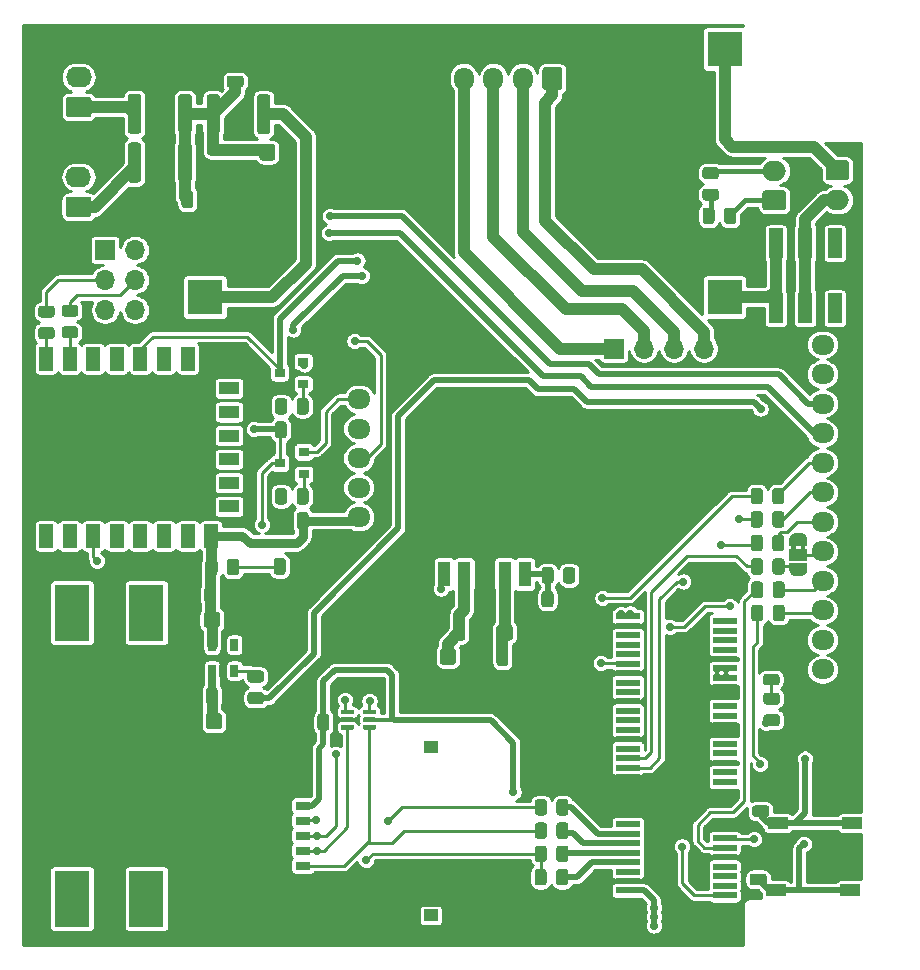
<source format=gbr>
%TF.GenerationSoftware,KiCad,Pcbnew,(5.1.9)-1*%
%TF.CreationDate,2021-11-29T10:56:02+07:00*%
%TF.ProjectId,Hackathon_PCB,4861636b-6174-4686-9f6e-5f5043422e6b,rev?*%
%TF.SameCoordinates,Original*%
%TF.FileFunction,Copper,L1,Top*%
%TF.FilePolarity,Positive*%
%FSLAX46Y46*%
G04 Gerber Fmt 4.6, Leading zero omitted, Abs format (unit mm)*
G04 Created by KiCad (PCBNEW (5.1.9)-1) date 2021-11-29 10:56:02*
%MOMM*%
%LPD*%
G01*
G04 APERTURE LIST*
%TA.AperFunction,EtchedComponent*%
%ADD10C,0.100000*%
%TD*%
%TA.AperFunction,SMDPad,CuDef*%
%ADD11R,3.000000X4.800000*%
%TD*%
%TA.AperFunction,SMDPad,CuDef*%
%ADD12R,3.200000X2.300000*%
%TD*%
%TA.AperFunction,SMDPad,CuDef*%
%ADD13R,2.000000X0.600000*%
%TD*%
%TA.AperFunction,SMDPad,CuDef*%
%ADD14R,0.650000X1.060000*%
%TD*%
%TA.AperFunction,ComponentPad*%
%ADD15R,1.700000X1.700000*%
%TD*%
%TA.AperFunction,ComponentPad*%
%ADD16O,1.700000X1.700000*%
%TD*%
%TA.AperFunction,ComponentPad*%
%ADD17O,2.000000X1.700000*%
%TD*%
%TA.AperFunction,ComponentPad*%
%ADD18O,1.700000X1.950000*%
%TD*%
%TA.AperFunction,SMDPad,CuDef*%
%ADD19R,0.900000X0.800000*%
%TD*%
%TA.AperFunction,SMDPad,CuDef*%
%ADD20R,1.700000X1.000000*%
%TD*%
%TA.AperFunction,SMDPad,CuDef*%
%ADD21R,1.700000X1.100000*%
%TD*%
%TA.AperFunction,SMDPad,CuDef*%
%ADD22R,1.200000X2.000000*%
%TD*%
%TA.AperFunction,ComponentPad*%
%ADD23R,3.000000X3.000000*%
%TD*%
%TA.AperFunction,ComponentPad*%
%ADD24O,2.190000X1.740000*%
%TD*%
%TA.AperFunction,SMDPad,CuDef*%
%ADD25R,1.066800X2.159000*%
%TD*%
%TA.AperFunction,SMDPad,CuDef*%
%ADD26R,10.800000X10.410000*%
%TD*%
%TA.AperFunction,ComponentPad*%
%ADD27O,1.950000X1.700000*%
%TD*%
%TA.AperFunction,SMDPad,CuDef*%
%ADD28R,1.250000X0.750000*%
%TD*%
%TA.AperFunction,SMDPad,CuDef*%
%ADD29R,1.200000X1.000000*%
%TD*%
%TA.AperFunction,SMDPad,CuDef*%
%ADD30R,1.200000X2.500000*%
%TD*%
%TA.AperFunction,SMDPad,CuDef*%
%ADD31C,0.100000*%
%TD*%
%TA.AperFunction,SMDPad,CuDef*%
%ADD32R,1.500000X1.000000*%
%TD*%
%TA.AperFunction,ViaPad*%
%ADD33C,0.700000*%
%TD*%
%TA.AperFunction,Conductor*%
%ADD34C,0.250000*%
%TD*%
%TA.AperFunction,Conductor*%
%ADD35C,0.500000*%
%TD*%
%TA.AperFunction,Conductor*%
%ADD36C,0.300000*%
%TD*%
%TA.AperFunction,Conductor*%
%ADD37C,0.900000*%
%TD*%
%TA.AperFunction,Conductor*%
%ADD38C,0.800000*%
%TD*%
%TA.AperFunction,Conductor*%
%ADD39C,0.700000*%
%TD*%
%TA.AperFunction,Conductor*%
%ADD40C,1.000000*%
%TD*%
%TA.AperFunction,Conductor*%
%ADD41C,0.400000*%
%TD*%
%TA.AperFunction,Conductor*%
%ADD42C,0.200000*%
%TD*%
%TA.AperFunction,Conductor*%
%ADD43C,0.254000*%
%TD*%
%TA.AperFunction,Conductor*%
%ADD44C,0.100000*%
%TD*%
G04 APERTURE END LIST*
D10*
%TO.C,JP1*%
G36*
X134730000Y-76480000D02*
G01*
X134730000Y-76980000D01*
X134330000Y-76980000D01*
X134330000Y-76480000D01*
X134730000Y-76480000D01*
G37*
G36*
X133930000Y-76480000D02*
G01*
X133930000Y-76980000D01*
X133530000Y-76980000D01*
X133530000Y-76480000D01*
X133930000Y-76480000D01*
G37*
%TD*%
D11*
%TO.P,J9,*%
%TO.N,*%
X78944000Y-106510500D03*
X72644000Y-82310500D03*
X78944000Y-82310500D03*
X72644000Y-106510500D03*
D12*
%TO.P,J9,SH2*%
%TO.N,GND*%
X127300000Y-109070000D03*
%TO.P,J9,SH1*%
X127300000Y-79770000D03*
D13*
%TO.P,J9,1*%
%TO.N,Net-(J9-Pad1)*%
X127900000Y-106220000D03*
%TO.P,J9,2*%
%TO.N,/Modem/VCC_MODEM*%
X119700000Y-105820000D03*
%TO.P,J9,3*%
%TO.N,N/C*%
X127900000Y-105420000D03*
%TO.P,J9,4*%
%TO.N,GND*%
X119700000Y-105020000D03*
%TO.P,J9,5*%
%TO.N,N/C*%
X127900000Y-104620000D03*
%TO.P,J9,6*%
X119700000Y-104220000D03*
%TO.P,J9,7*%
X127900000Y-103820000D03*
%TO.P,J9,8*%
%TO.N,/Modem/SIM_VDD*%
X119700000Y-103420000D03*
%TO.P,J9,9*%
%TO.N,GND*%
X127900000Y-103020000D03*
%TO.P,J9,10*%
%TO.N,/Modem/SIM_DATA*%
X119700000Y-102620000D03*
%TO.P,J9,11*%
%TO.N,Net-(J9-Pad11)*%
X127900000Y-102220000D03*
%TO.P,J9,12*%
%TO.N,/Modem/SIM_CLK*%
X119700000Y-101820000D03*
%TO.P,J9,13*%
%TO.N,Net-(J9-Pad13)*%
X127900000Y-101420000D03*
%TO.P,J9,14*%
%TO.N,/Modem/SIM_RST*%
X119700000Y-101020000D03*
%TO.P,J9,15*%
%TO.N,GND*%
X127900000Y-100620000D03*
%TO.P,J9,16*%
%TO.N,N/C*%
X119700000Y-100220000D03*
%TO.P,J9,17*%
X127900000Y-96620000D03*
%TO.P,J9,18*%
%TO.N,GND*%
X119700000Y-96220000D03*
%TO.P,J9,19*%
%TO.N,N/C*%
X127900000Y-95820000D03*
%TO.P,J9,20*%
%TO.N,Net-(J9-Pad20)*%
X119700000Y-95420000D03*
%TO.P,J9,21*%
%TO.N,GND*%
X127900000Y-95020000D03*
%TO.P,J9,22*%
%TO.N,Net-(J9-Pad22)*%
X119700000Y-94620000D03*
%TO.P,J9,23*%
%TO.N,N/C*%
X127900000Y-94220000D03*
%TO.P,J9,24*%
X119700000Y-93820000D03*
%TO.P,J9,25*%
X127900000Y-93420000D03*
%TO.P,J9,26*%
%TO.N,GND*%
X119700000Y-93020000D03*
%TO.P,J9,27*%
X127900000Y-92620000D03*
%TO.P,J9,28*%
%TO.N,N/C*%
X119700000Y-92220000D03*
%TO.P,J9,29*%
%TO.N,GND*%
X127900000Y-91820000D03*
%TO.P,J9,30*%
%TO.N,N/C*%
X119700000Y-91420000D03*
%TO.P,J9,31*%
X127900000Y-91020000D03*
%TO.P,J9,32*%
X119700000Y-90620000D03*
%TO.P,J9,33*%
X127900000Y-90220000D03*
%TO.P,J9,34*%
%TO.N,GND*%
X119700000Y-89820000D03*
%TO.P,J9,35*%
X127900000Y-89420000D03*
%TO.P,J9,36*%
%TO.N,N/C*%
X119700000Y-89020000D03*
%TO.P,J9,37*%
%TO.N,GND*%
X127900000Y-88620000D03*
%TO.P,J9,38*%
%TO.N,N/C*%
X119700000Y-88220000D03*
%TO.P,J9,39*%
%TO.N,/Modem/VCC_MODEM*%
X127900000Y-87820000D03*
%TO.P,J9,40*%
%TO.N,GND*%
X119700000Y-87420000D03*
%TO.P,J9,41*%
%TO.N,/Modem/VCC_MODEM*%
X127900000Y-87020000D03*
%TO.P,J9,42*%
%TO.N,Net-(J9-Pad42)*%
X119700000Y-86620000D03*
%TO.P,J9,43*%
%TO.N,GND*%
X127900000Y-86220000D03*
%TO.P,J9,44*%
%TO.N,N/C*%
X119700000Y-85820000D03*
%TO.P,J9,45*%
X127900000Y-85420000D03*
%TO.P,J9,46*%
X119700000Y-85020000D03*
%TO.P,J9,47*%
X127900000Y-84620000D03*
%TO.P,J9,48*%
X119700000Y-84220000D03*
%TO.P,J9,49*%
X127900000Y-83820000D03*
%TO.P,J9,50*%
%TO.N,GND*%
X119700000Y-83420000D03*
%TO.P,J9,51*%
%TO.N,N/C*%
X127900000Y-83020000D03*
%TO.P,J9,52*%
%TO.N,/Modem/VCC_MODEM*%
X119700000Y-82620000D03*
%TD*%
%TO.P,C1,1*%
%TO.N,/ESP32C3-12F-Minsys/CHIP_EN*%
%TA.AperFunction,SMDPad,CuDef*%
G36*
G01*
X89820000Y-67295000D02*
X89820000Y-66345000D01*
G75*
G02*
X90070000Y-66095000I250000J0D01*
G01*
X90570000Y-66095000D01*
G75*
G02*
X90820000Y-66345000I0J-250000D01*
G01*
X90820000Y-67295000D01*
G75*
G02*
X90570000Y-67545000I-250000J0D01*
G01*
X90070000Y-67545000D01*
G75*
G02*
X89820000Y-67295000I0J250000D01*
G01*
G37*
%TD.AperFunction*%
%TO.P,C1,2*%
%TO.N,GND*%
%TA.AperFunction,SMDPad,CuDef*%
G36*
G01*
X91720000Y-67295000D02*
X91720000Y-66345000D01*
G75*
G02*
X91970000Y-66095000I250000J0D01*
G01*
X92470000Y-66095000D01*
G75*
G02*
X92720000Y-66345000I0J-250000D01*
G01*
X92720000Y-67295000D01*
G75*
G02*
X92470000Y-67545000I-250000J0D01*
G01*
X91970000Y-67545000D01*
G75*
G02*
X91720000Y-67295000I0J250000D01*
G01*
G37*
%TD.AperFunction*%
%TD*%
%TO.P,C2,1*%
%TO.N,/ESP32C3-12F-Minsys/CHIP_EN*%
%TA.AperFunction,SMDPad,CuDef*%
G36*
G01*
X89730000Y-78855000D02*
X89730000Y-77905000D01*
G75*
G02*
X89980000Y-77655000I250000J0D01*
G01*
X90480000Y-77655000D01*
G75*
G02*
X90730000Y-77905000I0J-250000D01*
G01*
X90730000Y-78855000D01*
G75*
G02*
X90480000Y-79105000I-250000J0D01*
G01*
X89980000Y-79105000D01*
G75*
G02*
X89730000Y-78855000I0J250000D01*
G01*
G37*
%TD.AperFunction*%
%TO.P,C2,2*%
%TO.N,GND*%
%TA.AperFunction,SMDPad,CuDef*%
G36*
G01*
X91630000Y-78855000D02*
X91630000Y-77905000D01*
G75*
G02*
X91880000Y-77655000I250000J0D01*
G01*
X92380000Y-77655000D01*
G75*
G02*
X92630000Y-77905000I0J-250000D01*
G01*
X92630000Y-78855000D01*
G75*
G02*
X92380000Y-79105000I-250000J0D01*
G01*
X91880000Y-79105000D01*
G75*
G02*
X91630000Y-78855000I0J250000D01*
G01*
G37*
%TD.AperFunction*%
%TD*%
%TO.P,C3,1*%
%TO.N,+5V*%
%TA.AperFunction,SMDPad,CuDef*%
G36*
G01*
X83950000Y-91915001D02*
X83950000Y-91064999D01*
G75*
G02*
X84199999Y-90815000I249999J0D01*
G01*
X85100001Y-90815000D01*
G75*
G02*
X85350000Y-91064999I0J-249999D01*
G01*
X85350000Y-91915001D01*
G75*
G02*
X85100001Y-92165000I-249999J0D01*
G01*
X84199999Y-92165000D01*
G75*
G02*
X83950000Y-91915001I0J249999D01*
G01*
G37*
%TD.AperFunction*%
%TO.P,C3,2*%
%TO.N,GND*%
%TA.AperFunction,SMDPad,CuDef*%
G36*
G01*
X86650000Y-91915001D02*
X86650000Y-91064999D01*
G75*
G02*
X86899999Y-90815000I249999J0D01*
G01*
X87800001Y-90815000D01*
G75*
G02*
X88050000Y-91064999I0J-249999D01*
G01*
X88050000Y-91915001D01*
G75*
G02*
X87800001Y-92165000I-249999J0D01*
G01*
X86899999Y-92165000D01*
G75*
G02*
X86650000Y-91915001I0J249999D01*
G01*
G37*
%TD.AperFunction*%
%TD*%
%TO.P,C4,2*%
%TO.N,GND*%
%TA.AperFunction,SMDPad,CuDef*%
G36*
G01*
X85870000Y-89845000D02*
X85870000Y-88895000D01*
G75*
G02*
X86120000Y-88645000I250000J0D01*
G01*
X86620000Y-88645000D01*
G75*
G02*
X86870000Y-88895000I0J-250000D01*
G01*
X86870000Y-89845000D01*
G75*
G02*
X86620000Y-90095000I-250000J0D01*
G01*
X86120000Y-90095000D01*
G75*
G02*
X85870000Y-89845000I0J250000D01*
G01*
G37*
%TD.AperFunction*%
%TO.P,C4,1*%
%TO.N,+5V*%
%TA.AperFunction,SMDPad,CuDef*%
G36*
G01*
X83970000Y-89845000D02*
X83970000Y-88895000D01*
G75*
G02*
X84220000Y-88645000I250000J0D01*
G01*
X84720000Y-88645000D01*
G75*
G02*
X84970000Y-88895000I0J-250000D01*
G01*
X84970000Y-89845000D01*
G75*
G02*
X84720000Y-90095000I-250000J0D01*
G01*
X84220000Y-90095000D01*
G75*
G02*
X83970000Y-89845000I0J250000D01*
G01*
G37*
%TD.AperFunction*%
%TD*%
%TO.P,C5,1*%
%TO.N,GND*%
%TA.AperFunction,SMDPad,CuDef*%
G36*
G01*
X130255000Y-102490000D02*
X131205000Y-102490000D01*
G75*
G02*
X131455000Y-102740000I0J-250000D01*
G01*
X131455000Y-103240000D01*
G75*
G02*
X131205000Y-103490000I-250000J0D01*
G01*
X130255000Y-103490000D01*
G75*
G02*
X130005000Y-103240000I0J250000D01*
G01*
X130005000Y-102740000D01*
G75*
G02*
X130255000Y-102490000I250000J0D01*
G01*
G37*
%TD.AperFunction*%
%TO.P,C5,2*%
%TO.N,/ESP32C3-12F-Minsys/CHIP_EN*%
%TA.AperFunction,SMDPad,CuDef*%
G36*
G01*
X130255000Y-104390000D02*
X131205000Y-104390000D01*
G75*
G02*
X131455000Y-104640000I0J-250000D01*
G01*
X131455000Y-105140000D01*
G75*
G02*
X131205000Y-105390000I-250000J0D01*
G01*
X130255000Y-105390000D01*
G75*
G02*
X130005000Y-105140000I0J250000D01*
G01*
X130005000Y-104640000D01*
G75*
G02*
X130255000Y-104390000I250000J0D01*
G01*
G37*
%TD.AperFunction*%
%TD*%
%TO.P,C6,2*%
%TO.N,/ESP32C3-12F-Minsys/IO9*%
%TA.AperFunction,SMDPad,CuDef*%
G36*
G01*
X130475000Y-98610000D02*
X131425000Y-98610000D01*
G75*
G02*
X131675000Y-98860000I0J-250000D01*
G01*
X131675000Y-99360000D01*
G75*
G02*
X131425000Y-99610000I-250000J0D01*
G01*
X130475000Y-99610000D01*
G75*
G02*
X130225000Y-99360000I0J250000D01*
G01*
X130225000Y-98860000D01*
G75*
G02*
X130475000Y-98610000I250000J0D01*
G01*
G37*
%TD.AperFunction*%
%TO.P,C6,1*%
%TO.N,GND*%
%TA.AperFunction,SMDPad,CuDef*%
G36*
G01*
X130475000Y-96710000D02*
X131425000Y-96710000D01*
G75*
G02*
X131675000Y-96960000I0J-250000D01*
G01*
X131675000Y-97460000D01*
G75*
G02*
X131425000Y-97710000I-250000J0D01*
G01*
X130475000Y-97710000D01*
G75*
G02*
X130225000Y-97460000I0J250000D01*
G01*
X130225000Y-96960000D01*
G75*
G02*
X130475000Y-96710000I250000J0D01*
G01*
G37*
%TD.AperFunction*%
%TD*%
%TO.P,C7,1*%
%TO.N,/ESP32C3-12F-Minsys/ESP_VCC*%
%TA.AperFunction,SMDPad,CuDef*%
G36*
G01*
X83780000Y-83335001D02*
X83780000Y-82484999D01*
G75*
G02*
X84029999Y-82235000I249999J0D01*
G01*
X84930001Y-82235000D01*
G75*
G02*
X85180000Y-82484999I0J-249999D01*
G01*
X85180000Y-83335001D01*
G75*
G02*
X84930001Y-83585000I-249999J0D01*
G01*
X84029999Y-83585000D01*
G75*
G02*
X83780000Y-83335001I0J249999D01*
G01*
G37*
%TD.AperFunction*%
%TO.P,C7,2*%
%TO.N,GND*%
%TA.AperFunction,SMDPad,CuDef*%
G36*
G01*
X86480000Y-83335001D02*
X86480000Y-82484999D01*
G75*
G02*
X86729999Y-82235000I249999J0D01*
G01*
X87630001Y-82235000D01*
G75*
G02*
X87880000Y-82484999I0J-249999D01*
G01*
X87880000Y-83335001D01*
G75*
G02*
X87630001Y-83585000I-249999J0D01*
G01*
X86729999Y-83585000D01*
G75*
G02*
X86480000Y-83335001I0J249999D01*
G01*
G37*
%TD.AperFunction*%
%TD*%
%TO.P,C8,1*%
%TO.N,/ESP32C3-12F-Minsys/ESP_VCC*%
%TA.AperFunction,SMDPad,CuDef*%
G36*
G01*
X83850000Y-81265000D02*
X83850000Y-80315000D01*
G75*
G02*
X84100000Y-80065000I250000J0D01*
G01*
X84600000Y-80065000D01*
G75*
G02*
X84850000Y-80315000I0J-250000D01*
G01*
X84850000Y-81265000D01*
G75*
G02*
X84600000Y-81515000I-250000J0D01*
G01*
X84100000Y-81515000D01*
G75*
G02*
X83850000Y-81265000I0J250000D01*
G01*
G37*
%TD.AperFunction*%
%TO.P,C8,2*%
%TO.N,GND*%
%TA.AperFunction,SMDPad,CuDef*%
G36*
G01*
X85750000Y-81265000D02*
X85750000Y-80315000D01*
G75*
G02*
X86000000Y-80065000I250000J0D01*
G01*
X86500000Y-80065000D01*
G75*
G02*
X86750000Y-80315000I0J-250000D01*
G01*
X86750000Y-81265000D01*
G75*
G02*
X86500000Y-81515000I-250000J0D01*
G01*
X86000000Y-81515000D01*
G75*
G02*
X85750000Y-81265000I0J250000D01*
G01*
G37*
%TD.AperFunction*%
%TD*%
%TO.P,C9,2*%
%TO.N,/ESP32C3-12F-Minsys/ESP_VCC*%
%TA.AperFunction,SMDPad,CuDef*%
G36*
G01*
X91680000Y-74985000D02*
X91680000Y-74035000D01*
G75*
G02*
X91930000Y-73785000I250000J0D01*
G01*
X92430000Y-73785000D01*
G75*
G02*
X92680000Y-74035000I0J-250000D01*
G01*
X92680000Y-74985000D01*
G75*
G02*
X92430000Y-75235000I-250000J0D01*
G01*
X91930000Y-75235000D01*
G75*
G02*
X91680000Y-74985000I0J250000D01*
G01*
G37*
%TD.AperFunction*%
%TO.P,C9,1*%
%TO.N,GND*%
%TA.AperFunction,SMDPad,CuDef*%
G36*
G01*
X89780000Y-74985000D02*
X89780000Y-74035000D01*
G75*
G02*
X90030000Y-73785000I250000J0D01*
G01*
X90530000Y-73785000D01*
G75*
G02*
X90780000Y-74035000I0J-250000D01*
G01*
X90780000Y-74985000D01*
G75*
G02*
X90530000Y-75235000I-250000J0D01*
G01*
X90030000Y-75235000D01*
G75*
G02*
X89780000Y-74985000I0J250000D01*
G01*
G37*
%TD.AperFunction*%
%TD*%
%TO.P,C10,2*%
%TO.N,GND*%
%TA.AperFunction,SMDPad,CuDef*%
G36*
G01*
X83810000Y-47795000D02*
X83810000Y-46845000D01*
G75*
G02*
X84060000Y-46595000I250000J0D01*
G01*
X84560000Y-46595000D01*
G75*
G02*
X84810000Y-46845000I0J-250000D01*
G01*
X84810000Y-47795000D01*
G75*
G02*
X84560000Y-48045000I-250000J0D01*
G01*
X84060000Y-48045000D01*
G75*
G02*
X83810000Y-47795000I0J250000D01*
G01*
G37*
%TD.AperFunction*%
%TO.P,C10,1*%
%TO.N,+5V*%
%TA.AperFunction,SMDPad,CuDef*%
G36*
G01*
X81910000Y-47795000D02*
X81910000Y-46845000D01*
G75*
G02*
X82160000Y-46595000I250000J0D01*
G01*
X82660000Y-46595000D01*
G75*
G02*
X82910000Y-46845000I0J-250000D01*
G01*
X82910000Y-47795000D01*
G75*
G02*
X82660000Y-48045000I-250000J0D01*
G01*
X82160000Y-48045000D01*
G75*
G02*
X81910000Y-47795000I0J250000D01*
G01*
G37*
%TD.AperFunction*%
%TD*%
%TO.P,C11,1*%
%TO.N,+5V*%
%TA.AperFunction,SMDPad,CuDef*%
G36*
G01*
X86935000Y-37830000D02*
X85985000Y-37830000D01*
G75*
G02*
X85735000Y-37580000I0J250000D01*
G01*
X85735000Y-37080000D01*
G75*
G02*
X85985000Y-36830000I250000J0D01*
G01*
X86935000Y-36830000D01*
G75*
G02*
X87185000Y-37080000I0J-250000D01*
G01*
X87185000Y-37580000D01*
G75*
G02*
X86935000Y-37830000I-250000J0D01*
G01*
G37*
%TD.AperFunction*%
%TO.P,C11,2*%
%TO.N,GND*%
%TA.AperFunction,SMDPad,CuDef*%
G36*
G01*
X86935000Y-35930000D02*
X85985000Y-35930000D01*
G75*
G02*
X85735000Y-35680000I0J250000D01*
G01*
X85735000Y-35180000D01*
G75*
G02*
X85985000Y-34930000I250000J0D01*
G01*
X86935000Y-34930000D01*
G75*
G02*
X87185000Y-35180000I0J-250000D01*
G01*
X87185000Y-35680000D01*
G75*
G02*
X86935000Y-35930000I-250000J0D01*
G01*
G37*
%TD.AperFunction*%
%TD*%
%TO.P,C12,2*%
%TO.N,GND*%
%TA.AperFunction,SMDPad,CuDef*%
G36*
G01*
X88764999Y-45320000D02*
X89615001Y-45320000D01*
G75*
G02*
X89865000Y-45569999I0J-249999D01*
G01*
X89865000Y-46470001D01*
G75*
G02*
X89615001Y-46720000I-249999J0D01*
G01*
X88764999Y-46720000D01*
G75*
G02*
X88515000Y-46470001I0J249999D01*
G01*
X88515000Y-45569999D01*
G75*
G02*
X88764999Y-45320000I249999J0D01*
G01*
G37*
%TD.AperFunction*%
%TO.P,C12,1*%
%TO.N,+5V*%
%TA.AperFunction,SMDPad,CuDef*%
G36*
G01*
X88764999Y-42620000D02*
X89615001Y-42620000D01*
G75*
G02*
X89865000Y-42869999I0J-249999D01*
G01*
X89865000Y-43770001D01*
G75*
G02*
X89615001Y-44020000I-249999J0D01*
G01*
X88764999Y-44020000D01*
G75*
G02*
X88515000Y-43770001I0J249999D01*
G01*
X88515000Y-42869999D01*
G75*
G02*
X88764999Y-42620000I249999J0D01*
G01*
G37*
%TD.AperFunction*%
%TD*%
%TO.P,C13,2*%
%TO.N,GND*%
%TA.AperFunction,SMDPad,CuDef*%
G36*
G01*
X86525000Y-44510000D02*
X87475000Y-44510000D01*
G75*
G02*
X87725000Y-44760000I0J-250000D01*
G01*
X87725000Y-45260000D01*
G75*
G02*
X87475000Y-45510000I-250000J0D01*
G01*
X86525000Y-45510000D01*
G75*
G02*
X86275000Y-45260000I0J250000D01*
G01*
X86275000Y-44760000D01*
G75*
G02*
X86525000Y-44510000I250000J0D01*
G01*
G37*
%TD.AperFunction*%
%TO.P,C13,1*%
%TO.N,+5V*%
%TA.AperFunction,SMDPad,CuDef*%
G36*
G01*
X86525000Y-42610000D02*
X87475000Y-42610000D01*
G75*
G02*
X87725000Y-42860000I0J-250000D01*
G01*
X87725000Y-43360000D01*
G75*
G02*
X87475000Y-43610000I-250000J0D01*
G01*
X86525000Y-43610000D01*
G75*
G02*
X86275000Y-43360000I0J250000D01*
G01*
X86275000Y-42860000D01*
G75*
G02*
X86525000Y-42610000I250000J0D01*
G01*
G37*
%TD.AperFunction*%
%TD*%
%TO.P,C14,1*%
%TO.N,+5V*%
%TA.AperFunction,SMDPad,CuDef*%
G36*
G01*
X84325000Y-42600000D02*
X85275000Y-42600000D01*
G75*
G02*
X85525000Y-42850000I0J-250000D01*
G01*
X85525000Y-43350000D01*
G75*
G02*
X85275000Y-43600000I-250000J0D01*
G01*
X84325000Y-43600000D01*
G75*
G02*
X84075000Y-43350000I0J250000D01*
G01*
X84075000Y-42850000D01*
G75*
G02*
X84325000Y-42600000I250000J0D01*
G01*
G37*
%TD.AperFunction*%
%TO.P,C14,2*%
%TO.N,GND*%
%TA.AperFunction,SMDPad,CuDef*%
G36*
G01*
X84325000Y-44500000D02*
X85275000Y-44500000D01*
G75*
G02*
X85525000Y-44750000I0J-250000D01*
G01*
X85525000Y-45250000D01*
G75*
G02*
X85275000Y-45500000I-250000J0D01*
G01*
X84325000Y-45500000D01*
G75*
G02*
X84075000Y-45250000I0J250000D01*
G01*
X84075000Y-44750000D01*
G75*
G02*
X84325000Y-44500000I250000J0D01*
G01*
G37*
%TD.AperFunction*%
%TD*%
%TO.P,F1,1*%
%TO.N,Net-(F1-Pad1)*%
%TA.AperFunction,SMDPad,CuDef*%
G36*
G01*
X77372500Y-41520002D02*
X77372500Y-38619998D01*
G75*
G02*
X77622498Y-38370000I249998J0D01*
G01*
X78247502Y-38370000D01*
G75*
G02*
X78497500Y-38619998I0J-249998D01*
G01*
X78497500Y-41520002D01*
G75*
G02*
X78247502Y-41770000I-249998J0D01*
G01*
X77622498Y-41770000D01*
G75*
G02*
X77372500Y-41520002I0J249998D01*
G01*
G37*
%TD.AperFunction*%
%TO.P,F1,2*%
%TO.N,+5V*%
%TA.AperFunction,SMDPad,CuDef*%
G36*
G01*
X81647500Y-41520002D02*
X81647500Y-38619998D01*
G75*
G02*
X81897498Y-38370000I249998J0D01*
G01*
X82522502Y-38370000D01*
G75*
G02*
X82772500Y-38619998I0J-249998D01*
G01*
X82772500Y-41520002D01*
G75*
G02*
X82522502Y-41770000I-249998J0D01*
G01*
X81897498Y-41770000D01*
G75*
G02*
X81647500Y-41520002I0J249998D01*
G01*
G37*
%TD.AperFunction*%
%TD*%
%TO.P,F2,2*%
%TO.N,+5V*%
%TA.AperFunction,SMDPad,CuDef*%
G36*
G01*
X81637500Y-45640002D02*
X81637500Y-42739998D01*
G75*
G02*
X81887498Y-42490000I249998J0D01*
G01*
X82512502Y-42490000D01*
G75*
G02*
X82762500Y-42739998I0J-249998D01*
G01*
X82762500Y-45640002D01*
G75*
G02*
X82512502Y-45890000I-249998J0D01*
G01*
X81887498Y-45890000D01*
G75*
G02*
X81637500Y-45640002I0J249998D01*
G01*
G37*
%TD.AperFunction*%
%TO.P,F2,1*%
%TO.N,Net-(F2-Pad1)*%
%TA.AperFunction,SMDPad,CuDef*%
G36*
G01*
X77362500Y-45640002D02*
X77362500Y-42739998D01*
G75*
G02*
X77612498Y-42490000I249998J0D01*
G01*
X78237502Y-42490000D01*
G75*
G02*
X78487500Y-42739998I0J-249998D01*
G01*
X78487500Y-45640002D01*
G75*
G02*
X78237502Y-45890000I-249998J0D01*
G01*
X77612498Y-45890000D01*
G75*
G02*
X77362500Y-45640002I0J249998D01*
G01*
G37*
%TD.AperFunction*%
%TD*%
%TO.P,F3,1*%
%TO.N,+5V*%
%TA.AperFunction,SMDPad,CuDef*%
G36*
G01*
X84032500Y-41550002D02*
X84032500Y-38649998D01*
G75*
G02*
X84282498Y-38400000I249998J0D01*
G01*
X84907502Y-38400000D01*
G75*
G02*
X85157500Y-38649998I0J-249998D01*
G01*
X85157500Y-41550002D01*
G75*
G02*
X84907502Y-41800000I-249998J0D01*
G01*
X84282498Y-41800000D01*
G75*
G02*
X84032500Y-41550002I0J249998D01*
G01*
G37*
%TD.AperFunction*%
%TO.P,F3,2*%
%TO.N,Net-(F3-Pad2)*%
%TA.AperFunction,SMDPad,CuDef*%
G36*
G01*
X88307500Y-41550002D02*
X88307500Y-38649998D01*
G75*
G02*
X88557498Y-38400000I249998J0D01*
G01*
X89182502Y-38400000D01*
G75*
G02*
X89432500Y-38649998I0J-249998D01*
G01*
X89432500Y-41550002D01*
G75*
G02*
X89182502Y-41800000I-249998J0D01*
G01*
X88557498Y-41800000D01*
G75*
G02*
X88307500Y-41550002I0J249998D01*
G01*
G37*
%TD.AperFunction*%
%TD*%
D14*
%TO.P,IC1,1*%
%TO.N,+5V*%
X84490000Y-87220000D03*
%TO.P,IC1,2*%
%TO.N,GND*%
X85440000Y-87220000D03*
%TO.P,IC1,3*%
%TO.N,Net-(IC1-Pad3)*%
X86390000Y-87220000D03*
%TO.P,IC1,4*%
%TO.N,N/C*%
X86390000Y-85020000D03*
%TO.P,IC1,5*%
%TO.N,/ESP32C3-12F-Minsys/ESP_VCC*%
X84490000Y-85020000D03*
%TD*%
D15*
%TO.P,J3,1*%
%TO.N,/ESP_RX*%
X75440000Y-51590000D03*
D16*
%TO.P,J3,2*%
%TO.N,/ESP_TX*%
X77980000Y-51590000D03*
%TO.P,J3,3*%
%TO.N,Net-(J3-Pad3)*%
X75440000Y-54130000D03*
%TO.P,J3,4*%
%TO.N,Net-(J3-Pad4)*%
X77980000Y-54130000D03*
%TO.P,J3,5*%
%TO.N,/ESP32C3-12F-Minsys/RXD0*%
X75440000Y-56670000D03*
%TO.P,J3,6*%
%TO.N,/ESP32C3-12F-Minsys/TXD0*%
X77980000Y-56670000D03*
%TD*%
%TO.P,J4,1*%
%TO.N,Net-(J4-Pad1)*%
%TA.AperFunction,ComponentPad*%
G36*
G01*
X136700000Y-44010000D02*
X138200000Y-44010000D01*
G75*
G02*
X138450000Y-44260000I0J-250000D01*
G01*
X138450000Y-45460000D01*
G75*
G02*
X138200000Y-45710000I-250000J0D01*
G01*
X136700000Y-45710000D01*
G75*
G02*
X136450000Y-45460000I0J250000D01*
G01*
X136450000Y-44260000D01*
G75*
G02*
X136700000Y-44010000I250000J0D01*
G01*
G37*
%TD.AperFunction*%
D17*
%TO.P,J4,2*%
%TO.N,Net-(J4-Pad2)*%
X137450000Y-47360000D03*
%TD*%
%TO.P,J5,2*%
%TO.N,Net-(BT1-Pad1+)*%
X132100000Y-44890000D03*
%TO.P,J5,1*%
%TO.N,Net-(BT1-Pad1-)*%
%TA.AperFunction,ComponentPad*%
G36*
G01*
X132850000Y-48240000D02*
X131350000Y-48240000D01*
G75*
G02*
X131100000Y-47990000I0J250000D01*
G01*
X131100000Y-46790000D01*
G75*
G02*
X131350000Y-46540000I250000J0D01*
G01*
X132850000Y-46540000D01*
G75*
G02*
X133100000Y-46790000I0J-250000D01*
G01*
X133100000Y-47990000D01*
G75*
G02*
X132850000Y-48240000I-250000J0D01*
G01*
G37*
%TD.AperFunction*%
%TD*%
%TO.P,J6,1*%
%TO.N,Net-(J6-Pad1)*%
%TA.AperFunction,ComponentPad*%
G36*
G01*
X114160000Y-36355000D02*
X114160000Y-37805000D01*
G75*
G02*
X113910000Y-38055000I-250000J0D01*
G01*
X112710000Y-38055000D01*
G75*
G02*
X112460000Y-37805000I0J250000D01*
G01*
X112460000Y-36355000D01*
G75*
G02*
X112710000Y-36105000I250000J0D01*
G01*
X113910000Y-36105000D01*
G75*
G02*
X114160000Y-36355000I0J-250000D01*
G01*
G37*
%TD.AperFunction*%
D18*
%TO.P,J6,2*%
%TO.N,Net-(J6-Pad2)*%
X110810000Y-37080000D03*
%TO.P,J6,3*%
%TO.N,Net-(J6-Pad3)*%
X108310000Y-37080000D03*
%TO.P,J6,4*%
%TO.N,Net-(J6-Pad4)*%
X105810000Y-37080000D03*
%TD*%
D19*
%TO.P,Q1,3*%
%TO.N,/ESP32C3-12F-Minsys/CHIP_EN*%
X90260000Y-69640000D03*
%TO.P,Q1,2*%
%TO.N,/ESP32C3-12F-Minsys/RTS*%
X92260000Y-68690000D03*
%TO.P,Q1,1*%
%TO.N,Net-(Q1-Pad1)*%
X92260000Y-70590000D03*
%TD*%
%TO.P,Q2,1*%
%TO.N,Net-(Q2-Pad1)*%
X92210000Y-62940000D03*
%TO.P,Q2,2*%
%TO.N,/ESP32C3-12F-Minsys/DTR*%
X92210000Y-61040000D03*
%TO.P,Q2,3*%
%TO.N,/ESP32C3-12F-Minsys/IO9*%
X90210000Y-61990000D03*
%TD*%
%TO.P,R1,2*%
%TO.N,Net-(Q1-Pad1)*%
%TA.AperFunction,SMDPad,CuDef*%
G36*
G01*
X91650000Y-72900002D02*
X91650000Y-71999998D01*
G75*
G02*
X91899998Y-71750000I249998J0D01*
G01*
X92425002Y-71750000D01*
G75*
G02*
X92675000Y-71999998I0J-249998D01*
G01*
X92675000Y-72900002D01*
G75*
G02*
X92425002Y-73150000I-249998J0D01*
G01*
X91899998Y-73150000D01*
G75*
G02*
X91650000Y-72900002I0J249998D01*
G01*
G37*
%TD.AperFunction*%
%TO.P,R1,1*%
%TO.N,/ESP32C3-12F-Minsys/DTR*%
%TA.AperFunction,SMDPad,CuDef*%
G36*
G01*
X89825000Y-72900002D02*
X89825000Y-71999998D01*
G75*
G02*
X90074998Y-71750000I249998J0D01*
G01*
X90600002Y-71750000D01*
G75*
G02*
X90850000Y-71999998I0J-249998D01*
G01*
X90850000Y-72900002D01*
G75*
G02*
X90600002Y-73150000I-249998J0D01*
G01*
X90074998Y-73150000D01*
G75*
G02*
X89825000Y-72900002I0J249998D01*
G01*
G37*
%TD.AperFunction*%
%TD*%
%TO.P,R2,1*%
%TO.N,/ESP32C3-12F-Minsys/RTS*%
%TA.AperFunction,SMDPad,CuDef*%
G36*
G01*
X89832500Y-65280002D02*
X89832500Y-64379998D01*
G75*
G02*
X90082498Y-64130000I249998J0D01*
G01*
X90607502Y-64130000D01*
G75*
G02*
X90857500Y-64379998I0J-249998D01*
G01*
X90857500Y-65280002D01*
G75*
G02*
X90607502Y-65530000I-249998J0D01*
G01*
X90082498Y-65530000D01*
G75*
G02*
X89832500Y-65280002I0J249998D01*
G01*
G37*
%TD.AperFunction*%
%TO.P,R2,2*%
%TO.N,Net-(Q2-Pad1)*%
%TA.AperFunction,SMDPad,CuDef*%
G36*
G01*
X91657500Y-65280002D02*
X91657500Y-64379998D01*
G75*
G02*
X91907498Y-64130000I249998J0D01*
G01*
X92432502Y-64130000D01*
G75*
G02*
X92682500Y-64379998I0J-249998D01*
G01*
X92682500Y-65280002D01*
G75*
G02*
X92432502Y-65530000I-249998J0D01*
G01*
X91907498Y-65530000D01*
G75*
G02*
X91657500Y-65280002I0J249998D01*
G01*
G37*
%TD.AperFunction*%
%TD*%
%TO.P,R3,1*%
%TO.N,/ESP32C3-12F-Minsys/CHIP_EN*%
%TA.AperFunction,SMDPad,CuDef*%
G36*
G01*
X86787500Y-77989998D02*
X86787500Y-78890002D01*
G75*
G02*
X86537502Y-79140000I-249998J0D01*
G01*
X86012498Y-79140000D01*
G75*
G02*
X85762500Y-78890002I0J249998D01*
G01*
X85762500Y-77989998D01*
G75*
G02*
X86012498Y-77740000I249998J0D01*
G01*
X86537502Y-77740000D01*
G75*
G02*
X86787500Y-77989998I0J-249998D01*
G01*
G37*
%TD.AperFunction*%
%TO.P,R3,2*%
%TO.N,/ESP32C3-12F-Minsys/ESP_VCC*%
%TA.AperFunction,SMDPad,CuDef*%
G36*
G01*
X84962500Y-77989998D02*
X84962500Y-78890002D01*
G75*
G02*
X84712502Y-79140000I-249998J0D01*
G01*
X84187498Y-79140000D01*
G75*
G02*
X83937500Y-78890002I0J249998D01*
G01*
X83937500Y-77989998D01*
G75*
G02*
X84187498Y-77740000I249998J0D01*
G01*
X84712502Y-77740000D01*
G75*
G02*
X84962500Y-77989998I0J-249998D01*
G01*
G37*
%TD.AperFunction*%
%TD*%
%TO.P,R4,2*%
%TO.N,/ESP_EN*%
%TA.AperFunction,SMDPad,CuDef*%
G36*
G01*
X87749998Y-89017500D02*
X88650002Y-89017500D01*
G75*
G02*
X88900000Y-89267498I0J-249998D01*
G01*
X88900000Y-89792502D01*
G75*
G02*
X88650002Y-90042500I-249998J0D01*
G01*
X87749998Y-90042500D01*
G75*
G02*
X87500000Y-89792502I0J249998D01*
G01*
X87500000Y-89267498D01*
G75*
G02*
X87749998Y-89017500I249998J0D01*
G01*
G37*
%TD.AperFunction*%
%TO.P,R4,1*%
%TO.N,Net-(IC1-Pad3)*%
%TA.AperFunction,SMDPad,CuDef*%
G36*
G01*
X87749998Y-87192500D02*
X88650002Y-87192500D01*
G75*
G02*
X88900000Y-87442498I0J-249998D01*
G01*
X88900000Y-87967502D01*
G75*
G02*
X88650002Y-88217500I-249998J0D01*
G01*
X87749998Y-88217500D01*
G75*
G02*
X87500000Y-87967502I0J249998D01*
G01*
X87500000Y-87442498D01*
G75*
G02*
X87749998Y-87192500I249998J0D01*
G01*
G37*
%TD.AperFunction*%
%TD*%
%TO.P,R5,2*%
%TO.N,Net-(J3-Pad3)*%
%TA.AperFunction,SMDPad,CuDef*%
G36*
G01*
X70920002Y-57327500D02*
X70019998Y-57327500D01*
G75*
G02*
X69770000Y-57077502I0J249998D01*
G01*
X69770000Y-56552498D01*
G75*
G02*
X70019998Y-56302500I249998J0D01*
G01*
X70920002Y-56302500D01*
G75*
G02*
X71170000Y-56552498I0J-249998D01*
G01*
X71170000Y-57077502D01*
G75*
G02*
X70920002Y-57327500I-249998J0D01*
G01*
G37*
%TD.AperFunction*%
%TO.P,R5,1*%
%TO.N,/ESP32C3-12F-Minsys/TXD*%
%TA.AperFunction,SMDPad,CuDef*%
G36*
G01*
X70920002Y-59152500D02*
X70019998Y-59152500D01*
G75*
G02*
X69770000Y-58902502I0J249998D01*
G01*
X69770000Y-58377498D01*
G75*
G02*
X70019998Y-58127500I249998J0D01*
G01*
X70920002Y-58127500D01*
G75*
G02*
X71170000Y-58377498I0J-249998D01*
G01*
X71170000Y-58902502D01*
G75*
G02*
X70920002Y-59152500I-249998J0D01*
G01*
G37*
%TD.AperFunction*%
%TD*%
%TO.P,R6,1*%
%TO.N,Net-(J3-Pad4)*%
%TA.AperFunction,SMDPad,CuDef*%
G36*
G01*
X72019998Y-56237500D02*
X72920002Y-56237500D01*
G75*
G02*
X73170000Y-56487498I0J-249998D01*
G01*
X73170000Y-57012502D01*
G75*
G02*
X72920002Y-57262500I-249998J0D01*
G01*
X72019998Y-57262500D01*
G75*
G02*
X71770000Y-57012502I0J249998D01*
G01*
X71770000Y-56487498D01*
G75*
G02*
X72019998Y-56237500I249998J0D01*
G01*
G37*
%TD.AperFunction*%
%TO.P,R6,2*%
%TO.N,/ESP32C3-12F-Minsys/RXD*%
%TA.AperFunction,SMDPad,CuDef*%
G36*
G01*
X72019998Y-58062500D02*
X72920002Y-58062500D01*
G75*
G02*
X73170000Y-58312498I0J-249998D01*
G01*
X73170000Y-58837502D01*
G75*
G02*
X72920002Y-59087500I-249998J0D01*
G01*
X72019998Y-59087500D01*
G75*
G02*
X71770000Y-58837502I0J249998D01*
G01*
X71770000Y-58312498D01*
G75*
G02*
X72019998Y-58062500I249998J0D01*
G01*
G37*
%TD.AperFunction*%
%TD*%
D20*
%TO.P,S1,4*%
%TO.N,GND*%
X132250000Y-101990000D03*
%TO.P,S1,3*%
X138550000Y-101990000D03*
%TO.P,S1,1*%
%TO.N,/ESP32C3-12F-Minsys/CHIP_EN*%
X138550000Y-105790000D03*
%TO.P,S1,2*%
X132250000Y-105790000D03*
%TD*%
%TO.P,S2,2*%
%TO.N,/ESP32C3-12F-Minsys/IO9*%
X132400000Y-100120000D03*
%TO.P,S2,1*%
X138700000Y-100120000D03*
%TO.P,S2,3*%
%TO.N,GND*%
X138700000Y-96320000D03*
%TO.P,S2,4*%
X132400000Y-96320000D03*
%TD*%
D21*
%TO.P,U1,14*%
%TO.N,N/C*%
X85930000Y-63310000D03*
%TO.P,U1,13*%
X85930000Y-65310000D03*
%TO.P,U1,12*%
X85930000Y-67310000D03*
%TO.P,U1,11*%
X85930000Y-69310000D03*
%TO.P,U1,10*%
X85930000Y-71310000D03*
%TO.P,U1,9*%
X85930000Y-73310000D03*
D22*
%TO.P,U1,22*%
%TO.N,/ESP32C3-12F-Minsys/TXD*%
X70430000Y-60810000D03*
%TO.P,U1,21*%
%TO.N,/ESP32C3-12F-Minsys/RXD*%
X72430000Y-60810000D03*
%TO.P,U1,20*%
%TO.N,N/C*%
X74430000Y-60810000D03*
%TO.P,U1,19*%
X76430000Y-60810000D03*
%TO.P,U1,18*%
%TO.N,/ESP32C3-12F-Minsys/IO9*%
X78430000Y-60810000D03*
%TO.P,U1,17*%
%TO.N,N/C*%
X80430000Y-60810000D03*
%TO.P,U1,16*%
X82430000Y-60810000D03*
%TO.P,U1,15*%
%TO.N,GND*%
X84430000Y-60810000D03*
%TO.P,U1,8*%
%TO.N,/ESP32C3-12F-Minsys/ESP_VCC*%
X84430000Y-75810000D03*
%TO.P,U1,7*%
%TO.N,N/C*%
X82430000Y-75810000D03*
%TO.P,U1,6*%
X80430000Y-75810000D03*
%TO.P,U1,5*%
X78430000Y-75810000D03*
%TO.P,U1,4*%
X76430000Y-75810000D03*
%TO.P,U1,3*%
%TO.N,/ESP32C3-12F-Minsys/CHIP_EN*%
X74430000Y-75810000D03*
%TO.P,U1,2*%
%TO.N,N/C*%
X72430000Y-75810000D03*
%TO.P,U1,1*%
X70430000Y-75810000D03*
%TD*%
D23*
%TO.P,U2,1*%
%TO.N,Net-(S3-Pad3)*%
X127900000Y-55590000D03*
%TO.P,U2,2*%
%TO.N,Net-(J4-Pad1)*%
X127900000Y-34590000D03*
%TO.P,U2,3*%
%TO.N,GND*%
X83900000Y-34590000D03*
%TO.P,U2,4*%
%TO.N,Net-(F3-Pad2)*%
X83900000Y-55590000D03*
%TD*%
D16*
%TO.P,U3,4*%
%TO.N,Net-(J6-Pad1)*%
X126150000Y-59948000D03*
%TO.P,U3,2*%
%TO.N,Net-(J6-Pad3)*%
X121070000Y-59948000D03*
%TO.P,U3,3*%
%TO.N,Net-(J6-Pad2)*%
X123610000Y-59948000D03*
D15*
%TO.P,U3,1*%
%TO.N,Net-(J6-Pad4)*%
X118530000Y-59948000D03*
%TD*%
D24*
%TO.P,J7,3*%
%TO.N,GND*%
X73200000Y-34410000D03*
%TO.P,J7,2*%
%TO.N,/GAS_DATA*%
X73200000Y-36950000D03*
%TO.P,J7,1*%
%TO.N,Net-(F1-Pad1)*%
%TA.AperFunction,ComponentPad*%
G36*
G01*
X74045001Y-40360000D02*
X72354999Y-40360000D01*
G75*
G02*
X72105000Y-40110001I0J249999D01*
G01*
X72105000Y-38869999D01*
G75*
G02*
X72354999Y-38620000I249999J0D01*
G01*
X74045001Y-38620000D01*
G75*
G02*
X74295000Y-38869999I0J-249999D01*
G01*
X74295000Y-40110001D01*
G75*
G02*
X74045001Y-40360000I-249999J0D01*
G01*
G37*
%TD.AperFunction*%
%TD*%
%TO.P,J8,1*%
%TO.N,Net-(F2-Pad1)*%
%TA.AperFunction,ComponentPad*%
G36*
G01*
X74035001Y-48810000D02*
X72344999Y-48810000D01*
G75*
G02*
X72095000Y-48560001I0J249999D01*
G01*
X72095000Y-47319999D01*
G75*
G02*
X72344999Y-47070000I249999J0D01*
G01*
X74035001Y-47070000D01*
G75*
G02*
X74285000Y-47319999I0J-249999D01*
G01*
X74285000Y-48560001D01*
G75*
G02*
X74035001Y-48810000I-249999J0D01*
G01*
G37*
%TD.AperFunction*%
%TO.P,J8,2*%
%TO.N,/DHT_DATA*%
X73190000Y-45400000D03*
%TO.P,J8,3*%
%TO.N,GND*%
X73190000Y-42860000D03*
%TD*%
%TO.P,C15,1*%
%TO.N,/Modem/SIM_VDD*%
%TA.AperFunction,SMDPad,CuDef*%
G36*
G01*
X94420000Y-91105000D02*
X94420000Y-92055000D01*
G75*
G02*
X94170000Y-92305000I-250000J0D01*
G01*
X93670000Y-92305000D01*
G75*
G02*
X93420000Y-92055000I0J250000D01*
G01*
X93420000Y-91105000D01*
G75*
G02*
X93670000Y-90855000I250000J0D01*
G01*
X94170000Y-90855000D01*
G75*
G02*
X94420000Y-91105000I0J-250000D01*
G01*
G37*
%TD.AperFunction*%
%TO.P,C15,2*%
%TO.N,GND*%
%TA.AperFunction,SMDPad,CuDef*%
G36*
G01*
X92520000Y-91105000D02*
X92520000Y-92055000D01*
G75*
G02*
X92270000Y-92305000I-250000J0D01*
G01*
X91770000Y-92305000D01*
G75*
G02*
X91520000Y-92055000I0J250000D01*
G01*
X91520000Y-91105000D01*
G75*
G02*
X91770000Y-90855000I250000J0D01*
G01*
X92270000Y-90855000D01*
G75*
G02*
X92520000Y-91105000I0J-250000D01*
G01*
G37*
%TD.AperFunction*%
%TD*%
%TO.P,C16,1*%
%TO.N,+5V*%
%TA.AperFunction,SMDPad,CuDef*%
G36*
G01*
X103770000Y-86455001D02*
X103770000Y-85604999D01*
G75*
G02*
X104019999Y-85355000I249999J0D01*
G01*
X104920001Y-85355000D01*
G75*
G02*
X105170000Y-85604999I0J-249999D01*
G01*
X105170000Y-86455001D01*
G75*
G02*
X104920001Y-86705000I-249999J0D01*
G01*
X104019999Y-86705000D01*
G75*
G02*
X103770000Y-86455001I0J249999D01*
G01*
G37*
%TD.AperFunction*%
%TO.P,C16,2*%
%TO.N,GND*%
%TA.AperFunction,SMDPad,CuDef*%
G36*
G01*
X106470000Y-86455001D02*
X106470000Y-85604999D01*
G75*
G02*
X106719999Y-85355000I249999J0D01*
G01*
X107620001Y-85355000D01*
G75*
G02*
X107870000Y-85604999I0J-249999D01*
G01*
X107870000Y-86455001D01*
G75*
G02*
X107620001Y-86705000I-249999J0D01*
G01*
X106719999Y-86705000D01*
G75*
G02*
X106470000Y-86455001I0J249999D01*
G01*
G37*
%TD.AperFunction*%
%TD*%
%TO.P,C17,2*%
%TO.N,GND*%
%TA.AperFunction,SMDPad,CuDef*%
G36*
G01*
X106840000Y-84425000D02*
X106840000Y-83475000D01*
G75*
G02*
X107090000Y-83225000I250000J0D01*
G01*
X107590000Y-83225000D01*
G75*
G02*
X107840000Y-83475000I0J-250000D01*
G01*
X107840000Y-84425000D01*
G75*
G02*
X107590000Y-84675000I-250000J0D01*
G01*
X107090000Y-84675000D01*
G75*
G02*
X106840000Y-84425000I0J250000D01*
G01*
G37*
%TD.AperFunction*%
%TO.P,C17,1*%
%TO.N,+5V*%
%TA.AperFunction,SMDPad,CuDef*%
G36*
G01*
X104940000Y-84425000D02*
X104940000Y-83475000D01*
G75*
G02*
X105190000Y-83225000I250000J0D01*
G01*
X105690000Y-83225000D01*
G75*
G02*
X105940000Y-83475000I0J-250000D01*
G01*
X105940000Y-84425000D01*
G75*
G02*
X105690000Y-84675000I-250000J0D01*
G01*
X105190000Y-84675000D01*
G75*
G02*
X104940000Y-84425000I0J250000D01*
G01*
G37*
%TD.AperFunction*%
%TD*%
%TO.P,C18,2*%
%TO.N,GND*%
%TA.AperFunction,SMDPad,CuDef*%
G36*
G01*
X111270000Y-84425001D02*
X111270000Y-83574999D01*
G75*
G02*
X111519999Y-83325000I249999J0D01*
G01*
X112420001Y-83325000D01*
G75*
G02*
X112670000Y-83574999I0J-249999D01*
G01*
X112670000Y-84425001D01*
G75*
G02*
X112420001Y-84675000I-249999J0D01*
G01*
X111519999Y-84675000D01*
G75*
G02*
X111270000Y-84425001I0J249999D01*
G01*
G37*
%TD.AperFunction*%
%TO.P,C18,1*%
%TO.N,/Modem/VCC_MODEM*%
%TA.AperFunction,SMDPad,CuDef*%
G36*
G01*
X108570000Y-84425001D02*
X108570000Y-83574999D01*
G75*
G02*
X108819999Y-83325000I249999J0D01*
G01*
X109720001Y-83325000D01*
G75*
G02*
X109970000Y-83574999I0J-249999D01*
G01*
X109970000Y-84425001D01*
G75*
G02*
X109720001Y-84675000I-249999J0D01*
G01*
X108819999Y-84675000D01*
G75*
G02*
X108570000Y-84425001I0J249999D01*
G01*
G37*
%TD.AperFunction*%
%TD*%
%TO.P,C19,1*%
%TO.N,/Modem/VCC_MODEM*%
%TA.AperFunction,SMDPad,CuDef*%
G36*
G01*
X108580000Y-86575000D02*
X108580000Y-85625000D01*
G75*
G02*
X108830000Y-85375000I250000J0D01*
G01*
X109330000Y-85375000D01*
G75*
G02*
X109580000Y-85625000I0J-250000D01*
G01*
X109580000Y-86575000D01*
G75*
G02*
X109330000Y-86825000I-250000J0D01*
G01*
X108830000Y-86825000D01*
G75*
G02*
X108580000Y-86575000I0J250000D01*
G01*
G37*
%TD.AperFunction*%
%TO.P,C19,2*%
%TO.N,GND*%
%TA.AperFunction,SMDPad,CuDef*%
G36*
G01*
X110480000Y-86575000D02*
X110480000Y-85625000D01*
G75*
G02*
X110730000Y-85375000I250000J0D01*
G01*
X111230000Y-85375000D01*
G75*
G02*
X111480000Y-85625000I0J-250000D01*
G01*
X111480000Y-86575000D01*
G75*
G02*
X111230000Y-86825000I-250000J0D01*
G01*
X110730000Y-86825000D01*
G75*
G02*
X110480000Y-86575000I0J250000D01*
G01*
G37*
%TD.AperFunction*%
%TD*%
%TO.P,D1,1*%
%TO.N,GND*%
%TA.AperFunction,SMDPad,CuDef*%
G36*
G01*
X131393750Y-85607500D02*
X132306250Y-85607500D01*
G75*
G02*
X132550000Y-85851250I0J-243750D01*
G01*
X132550000Y-86338750D01*
G75*
G02*
X132306250Y-86582500I-243750J0D01*
G01*
X131393750Y-86582500D01*
G75*
G02*
X131150000Y-86338750I0J243750D01*
G01*
X131150000Y-85851250D01*
G75*
G02*
X131393750Y-85607500I243750J0D01*
G01*
G37*
%TD.AperFunction*%
%TO.P,D1,2*%
%TO.N,Net-(D1-Pad2)*%
%TA.AperFunction,SMDPad,CuDef*%
G36*
G01*
X131393750Y-87482500D02*
X132306250Y-87482500D01*
G75*
G02*
X132550000Y-87726250I0J-243750D01*
G01*
X132550000Y-88213750D01*
G75*
G02*
X132306250Y-88457500I-243750J0D01*
G01*
X131393750Y-88457500D01*
G75*
G02*
X131150000Y-88213750I0J243750D01*
G01*
X131150000Y-87726250D01*
G75*
G02*
X131393750Y-87482500I243750J0D01*
G01*
G37*
%TD.AperFunction*%
%TD*%
D25*
%TO.P,IC2,5*%
%TO.N,Net-(IC2-Pad5)*%
X110963600Y-79041200D03*
%TO.P,IC2,4*%
%TO.N,/Modem/VCC_MODEM*%
X109261800Y-79041200D03*
%TO.P,IC2,3*%
%TO.N,GND*%
X107560000Y-79041200D03*
%TO.P,IC2,2*%
%TO.N,+5V*%
X105858200Y-79041200D03*
%TO.P,IC2,1*%
%TO.N,Net-(IC2-Pad1)*%
X104156400Y-79041200D03*
D26*
%TO.P,IC2,6*%
%TO.N,GND*%
X107560000Y-70710000D03*
%TD*%
%TO.P,J1,1*%
%TO.N,GND*%
%TA.AperFunction,ComponentPad*%
G36*
G01*
X136915000Y-92960000D02*
X135465000Y-92960000D01*
G75*
G02*
X135215000Y-92710000I0J250000D01*
G01*
X135215000Y-91510000D01*
G75*
G02*
X135465000Y-91260000I250000J0D01*
G01*
X136915000Y-91260000D01*
G75*
G02*
X137165000Y-91510000I0J-250000D01*
G01*
X137165000Y-92710000D01*
G75*
G02*
X136915000Y-92960000I-250000J0D01*
G01*
G37*
%TD.AperFunction*%
D27*
%TO.P,J1,2*%
X136190000Y-89610000D03*
%TO.P,J1,3*%
%TO.N,/DHT_DATA*%
X136190000Y-87110000D03*
%TO.P,J1,4*%
%TO.N,/GAS_DATA*%
X136190000Y-84610000D03*
%TO.P,J1,5*%
%TO.N,/M_TX*%
X136190000Y-82110000D03*
%TO.P,J1,6*%
%TO.N,/M_RX*%
X136190000Y-79610000D03*
%TO.P,J1,7*%
%TO.N,/PERST*%
X136190000Y-77110000D03*
%TO.P,J1,8*%
%TO.N,/M_DIS*%
X136190000Y-74610000D03*
%TO.P,J1,9*%
%TO.N,/M_WAKE*%
X136190000Y-72110000D03*
%TO.P,J1,10*%
%TO.N,/M_EN*%
X136190000Y-69610000D03*
%TO.P,J1,11*%
%TO.N,/ESP_TX*%
X136190000Y-67110000D03*
%TO.P,J1,12*%
%TO.N,/ESP_RX*%
X136190000Y-64610000D03*
%TO.P,J1,13*%
%TO.N,/ESP_EN*%
X136190000Y-62110000D03*
%TO.P,J1,14*%
%TO.N,+5V*%
X136190000Y-59610000D03*
%TD*%
D28*
%TO.P,J10,C7*%
%TO.N,Net-(J10-PadC7)*%
X92190000Y-102440000D03*
%TO.P,J10,C6*%
%TO.N,Net-(J10-PadC6)*%
X92190000Y-99900000D03*
%TO.P,J10,C5*%
%TO.N,GND*%
X92190000Y-97360000D03*
%TO.P,J10,C3*%
%TO.N,Net-(J10-PadC3)*%
X92190000Y-103710000D03*
%TO.P,J10,C2*%
%TO.N,Net-(J10-PadC2)*%
X92190000Y-101170000D03*
%TO.P,J10,C1*%
%TO.N,/Modem/SIM_VDD*%
X92190000Y-98630000D03*
D29*
%TO.P,J10,2*%
%TO.N,N/C*%
X103015000Y-107940000D03*
%TO.P,J10,1*%
X103015000Y-93640000D03*
%TD*%
%TO.P,R7,1*%
%TO.N,Net-(J9-Pad1)*%
%TA.AperFunction,SMDPad,CuDef*%
G36*
G01*
X130102500Y-74860002D02*
X130102500Y-73959998D01*
G75*
G02*
X130352498Y-73710000I249998J0D01*
G01*
X130877502Y-73710000D01*
G75*
G02*
X131127500Y-73959998I0J-249998D01*
G01*
X131127500Y-74860002D01*
G75*
G02*
X130877502Y-75110000I-249998J0D01*
G01*
X130352498Y-75110000D01*
G75*
G02*
X130102500Y-74860002I0J249998D01*
G01*
G37*
%TD.AperFunction*%
%TO.P,R7,2*%
%TO.N,/M_WAKE*%
%TA.AperFunction,SMDPad,CuDef*%
G36*
G01*
X131927500Y-74860002D02*
X131927500Y-73959998D01*
G75*
G02*
X132177498Y-73710000I249998J0D01*
G01*
X132702502Y-73710000D01*
G75*
G02*
X132952500Y-73959998I0J-249998D01*
G01*
X132952500Y-74860002D01*
G75*
G02*
X132702502Y-75110000I-249998J0D01*
G01*
X132177498Y-75110000D01*
G75*
G02*
X131927500Y-74860002I0J249998D01*
G01*
G37*
%TD.AperFunction*%
%TD*%
%TO.P,R8,2*%
%TO.N,/M_RX*%
%TA.AperFunction,SMDPad,CuDef*%
G36*
G01*
X131967500Y-80810002D02*
X131967500Y-79909998D01*
G75*
G02*
X132217498Y-79660000I249998J0D01*
G01*
X132742502Y-79660000D01*
G75*
G02*
X132992500Y-79909998I0J-249998D01*
G01*
X132992500Y-80810002D01*
G75*
G02*
X132742502Y-81060000I-249998J0D01*
G01*
X132217498Y-81060000D01*
G75*
G02*
X131967500Y-80810002I0J249998D01*
G01*
G37*
%TD.AperFunction*%
%TO.P,R8,1*%
%TO.N,Net-(J9-Pad11)*%
%TA.AperFunction,SMDPad,CuDef*%
G36*
G01*
X130142500Y-80810002D02*
X130142500Y-79909998D01*
G75*
G02*
X130392498Y-79660000I249998J0D01*
G01*
X130917502Y-79660000D01*
G75*
G02*
X131167500Y-79909998I0J-249998D01*
G01*
X131167500Y-80810002D01*
G75*
G02*
X130917502Y-81060000I-249998J0D01*
G01*
X130392498Y-81060000D01*
G75*
G02*
X130142500Y-80810002I0J249998D01*
G01*
G37*
%TD.AperFunction*%
%TD*%
%TO.P,R9,1*%
%TO.N,Net-(J9-Pad13)*%
%TA.AperFunction,SMDPad,CuDef*%
G36*
G01*
X130152500Y-82780002D02*
X130152500Y-81879998D01*
G75*
G02*
X130402498Y-81630000I249998J0D01*
G01*
X130927502Y-81630000D01*
G75*
G02*
X131177500Y-81879998I0J-249998D01*
G01*
X131177500Y-82780002D01*
G75*
G02*
X130927502Y-83030000I-249998J0D01*
G01*
X130402498Y-83030000D01*
G75*
G02*
X130152500Y-82780002I0J249998D01*
G01*
G37*
%TD.AperFunction*%
%TO.P,R9,2*%
%TO.N,/M_TX*%
%TA.AperFunction,SMDPad,CuDef*%
G36*
G01*
X131977500Y-82780002D02*
X131977500Y-81879998D01*
G75*
G02*
X132227498Y-81630000I249998J0D01*
G01*
X132752502Y-81630000D01*
G75*
G02*
X133002500Y-81879998I0J-249998D01*
G01*
X133002500Y-82780002D01*
G75*
G02*
X132752502Y-83030000I-249998J0D01*
G01*
X132227498Y-83030000D01*
G75*
G02*
X131977500Y-82780002I0J249998D01*
G01*
G37*
%TD.AperFunction*%
%TD*%
%TO.P,R10,2*%
%TO.N,Net-(J9-Pad20)*%
%TA.AperFunction,SMDPad,CuDef*%
G36*
G01*
X131132500Y-75959998D02*
X131132500Y-76860002D01*
G75*
G02*
X130882502Y-77110000I-249998J0D01*
G01*
X130357498Y-77110000D01*
G75*
G02*
X130107500Y-76860002I0J249998D01*
G01*
X130107500Y-75959998D01*
G75*
G02*
X130357498Y-75710000I249998J0D01*
G01*
X130882502Y-75710000D01*
G75*
G02*
X131132500Y-75959998I0J-249998D01*
G01*
G37*
%TD.AperFunction*%
%TO.P,R10,1*%
%TO.N,/M_DIS*%
%TA.AperFunction,SMDPad,CuDef*%
G36*
G01*
X132957500Y-75959998D02*
X132957500Y-76860002D01*
G75*
G02*
X132707502Y-77110000I-249998J0D01*
G01*
X132182498Y-77110000D01*
G75*
G02*
X131932500Y-76860002I0J249998D01*
G01*
X131932500Y-75959998D01*
G75*
G02*
X132182498Y-75710000I249998J0D01*
G01*
X132707502Y-75710000D01*
G75*
G02*
X132957500Y-75959998I0J-249998D01*
G01*
G37*
%TD.AperFunction*%
%TD*%
%TO.P,R11,1*%
%TO.N,/M_PERST*%
%TA.AperFunction,SMDPad,CuDef*%
G36*
G01*
X132972500Y-77939998D02*
X132972500Y-78840002D01*
G75*
G02*
X132722502Y-79090000I-249998J0D01*
G01*
X132197498Y-79090000D01*
G75*
G02*
X131947500Y-78840002I0J249998D01*
G01*
X131947500Y-77939998D01*
G75*
G02*
X132197498Y-77690000I249998J0D01*
G01*
X132722502Y-77690000D01*
G75*
G02*
X132972500Y-77939998I0J-249998D01*
G01*
G37*
%TD.AperFunction*%
%TO.P,R11,2*%
%TO.N,Net-(J9-Pad22)*%
%TA.AperFunction,SMDPad,CuDef*%
G36*
G01*
X131147500Y-77939998D02*
X131147500Y-78840002D01*
G75*
G02*
X130897502Y-79090000I-249998J0D01*
G01*
X130372498Y-79090000D01*
G75*
G02*
X130122500Y-78840002I0J249998D01*
G01*
X130122500Y-77939998D01*
G75*
G02*
X130372498Y-77690000I249998J0D01*
G01*
X130897502Y-77690000D01*
G75*
G02*
X131147500Y-77939998I0J-249998D01*
G01*
G37*
%TD.AperFunction*%
%TD*%
%TO.P,R12,2*%
%TO.N,Net-(J9-Pad42)*%
%TA.AperFunction,SMDPad,CuDef*%
G36*
G01*
X131429998Y-90897500D02*
X132330002Y-90897500D01*
G75*
G02*
X132580000Y-91147498I0J-249998D01*
G01*
X132580000Y-91672502D01*
G75*
G02*
X132330002Y-91922500I-249998J0D01*
G01*
X131429998Y-91922500D01*
G75*
G02*
X131180000Y-91672502I0J249998D01*
G01*
X131180000Y-91147498D01*
G75*
G02*
X131429998Y-90897500I249998J0D01*
G01*
G37*
%TD.AperFunction*%
%TO.P,R12,1*%
%TO.N,Net-(D1-Pad2)*%
%TA.AperFunction,SMDPad,CuDef*%
G36*
G01*
X131429998Y-89072500D02*
X132330002Y-89072500D01*
G75*
G02*
X132580000Y-89322498I0J-249998D01*
G01*
X132580000Y-89847502D01*
G75*
G02*
X132330002Y-90097500I-249998J0D01*
G01*
X131429998Y-90097500D01*
G75*
G02*
X131180000Y-89847502I0J249998D01*
G01*
X131180000Y-89322498D01*
G75*
G02*
X131429998Y-89072500I249998J0D01*
G01*
G37*
%TD.AperFunction*%
%TD*%
%TO.P,R13,2*%
%TO.N,/Modem/SIM_RST*%
%TA.AperFunction,SMDPad,CuDef*%
G36*
G01*
X113647500Y-99230002D02*
X113647500Y-98329998D01*
G75*
G02*
X113897498Y-98080000I249998J0D01*
G01*
X114422502Y-98080000D01*
G75*
G02*
X114672500Y-98329998I0J-249998D01*
G01*
X114672500Y-99230002D01*
G75*
G02*
X114422502Y-99480000I-249998J0D01*
G01*
X113897498Y-99480000D01*
G75*
G02*
X113647500Y-99230002I0J249998D01*
G01*
G37*
%TD.AperFunction*%
%TO.P,R13,1*%
%TO.N,Net-(J10-PadC2)*%
%TA.AperFunction,SMDPad,CuDef*%
G36*
G01*
X111822500Y-99230002D02*
X111822500Y-98329998D01*
G75*
G02*
X112072498Y-98080000I249998J0D01*
G01*
X112597502Y-98080000D01*
G75*
G02*
X112847500Y-98329998I0J-249998D01*
G01*
X112847500Y-99230002D01*
G75*
G02*
X112597502Y-99480000I-249998J0D01*
G01*
X112072498Y-99480000D01*
G75*
G02*
X111822500Y-99230002I0J249998D01*
G01*
G37*
%TD.AperFunction*%
%TD*%
%TO.P,R14,1*%
%TO.N,Net-(J10-PadC7)*%
%TA.AperFunction,SMDPad,CuDef*%
G36*
G01*
X111822500Y-103170002D02*
X111822500Y-102269998D01*
G75*
G02*
X112072498Y-102020000I249998J0D01*
G01*
X112597502Y-102020000D01*
G75*
G02*
X112847500Y-102269998I0J-249998D01*
G01*
X112847500Y-103170002D01*
G75*
G02*
X112597502Y-103420000I-249998J0D01*
G01*
X112072498Y-103420000D01*
G75*
G02*
X111822500Y-103170002I0J249998D01*
G01*
G37*
%TD.AperFunction*%
%TO.P,R14,2*%
%TO.N,/Modem/SIM_DATA*%
%TA.AperFunction,SMDPad,CuDef*%
G36*
G01*
X113647500Y-103170002D02*
X113647500Y-102269998D01*
G75*
G02*
X113897498Y-102020000I249998J0D01*
G01*
X114422502Y-102020000D01*
G75*
G02*
X114672500Y-102269998I0J-249998D01*
G01*
X114672500Y-103170002D01*
G75*
G02*
X114422502Y-103420000I-249998J0D01*
G01*
X113897498Y-103420000D01*
G75*
G02*
X113647500Y-103170002I0J249998D01*
G01*
G37*
%TD.AperFunction*%
%TD*%
%TO.P,R15,1*%
%TO.N,Net-(J10-PadC3)*%
%TA.AperFunction,SMDPad,CuDef*%
G36*
G01*
X111822500Y-101210002D02*
X111822500Y-100309998D01*
G75*
G02*
X112072498Y-100060000I249998J0D01*
G01*
X112597502Y-100060000D01*
G75*
G02*
X112847500Y-100309998I0J-249998D01*
G01*
X112847500Y-101210002D01*
G75*
G02*
X112597502Y-101460000I-249998J0D01*
G01*
X112072498Y-101460000D01*
G75*
G02*
X111822500Y-101210002I0J249998D01*
G01*
G37*
%TD.AperFunction*%
%TO.P,R15,2*%
%TO.N,/Modem/SIM_CLK*%
%TA.AperFunction,SMDPad,CuDef*%
G36*
G01*
X113647500Y-101210002D02*
X113647500Y-100309998D01*
G75*
G02*
X113897498Y-100060000I249998J0D01*
G01*
X114422502Y-100060000D01*
G75*
G02*
X114672500Y-100309998I0J-249998D01*
G01*
X114672500Y-101210002D01*
G75*
G02*
X114422502Y-101460000I-249998J0D01*
G01*
X113897498Y-101460000D01*
G75*
G02*
X113647500Y-101210002I0J249998D01*
G01*
G37*
%TD.AperFunction*%
%TD*%
%TO.P,R16,1*%
%TO.N,Net-(J10-PadC7)*%
%TA.AperFunction,SMDPad,CuDef*%
G36*
G01*
X111802500Y-105150002D02*
X111802500Y-104249998D01*
G75*
G02*
X112052498Y-104000000I249998J0D01*
G01*
X112577502Y-104000000D01*
G75*
G02*
X112827500Y-104249998I0J-249998D01*
G01*
X112827500Y-105150002D01*
G75*
G02*
X112577502Y-105400000I-249998J0D01*
G01*
X112052498Y-105400000D01*
G75*
G02*
X111802500Y-105150002I0J249998D01*
G01*
G37*
%TD.AperFunction*%
%TO.P,R16,2*%
%TO.N,/Modem/SIM_VDD*%
%TA.AperFunction,SMDPad,CuDef*%
G36*
G01*
X113627500Y-105150002D02*
X113627500Y-104249998D01*
G75*
G02*
X113877498Y-104000000I249998J0D01*
G01*
X114402502Y-104000000D01*
G75*
G02*
X114652500Y-104249998I0J-249998D01*
G01*
X114652500Y-105150002D01*
G75*
G02*
X114402502Y-105400000I-249998J0D01*
G01*
X113877498Y-105400000D01*
G75*
G02*
X113627500Y-105150002I0J249998D01*
G01*
G37*
%TD.AperFunction*%
%TD*%
%TO.P,R17,2*%
%TO.N,Net-(IC2-Pad1)*%
%TA.AperFunction,SMDPad,CuDef*%
G36*
G01*
X131127500Y-71979998D02*
X131127500Y-72880002D01*
G75*
G02*
X130877502Y-73130000I-249998J0D01*
G01*
X130352498Y-73130000D01*
G75*
G02*
X130102500Y-72880002I0J249998D01*
G01*
X130102500Y-71979998D01*
G75*
G02*
X130352498Y-71730000I249998J0D01*
G01*
X130877502Y-71730000D01*
G75*
G02*
X131127500Y-71979998I0J-249998D01*
G01*
G37*
%TD.AperFunction*%
%TO.P,R17,1*%
%TO.N,/M_EN*%
%TA.AperFunction,SMDPad,CuDef*%
G36*
G01*
X132952500Y-71979998D02*
X132952500Y-72880002D01*
G75*
G02*
X132702502Y-73130000I-249998J0D01*
G01*
X132177498Y-73130000D01*
G75*
G02*
X131927500Y-72880002I0J249998D01*
G01*
X131927500Y-71979998D01*
G75*
G02*
X132177498Y-71730000I249998J0D01*
G01*
X132702502Y-71730000D01*
G75*
G02*
X132952500Y-71979998I0J-249998D01*
G01*
G37*
%TD.AperFunction*%
%TD*%
%TO.P,R18,2*%
%TO.N,/Modem/VCC_MODEM*%
%TA.AperFunction,SMDPad,CuDef*%
G36*
G01*
X114217500Y-79590002D02*
X114217500Y-78689998D01*
G75*
G02*
X114467498Y-78440000I249998J0D01*
G01*
X114992502Y-78440000D01*
G75*
G02*
X115242500Y-78689998I0J-249998D01*
G01*
X115242500Y-79590002D01*
G75*
G02*
X114992502Y-79840000I-249998J0D01*
G01*
X114467498Y-79840000D01*
G75*
G02*
X114217500Y-79590002I0J249998D01*
G01*
G37*
%TD.AperFunction*%
%TO.P,R18,1*%
%TO.N,Net-(IC2-Pad5)*%
%TA.AperFunction,SMDPad,CuDef*%
G36*
G01*
X112392500Y-79590002D02*
X112392500Y-78689998D01*
G75*
G02*
X112642498Y-78440000I249998J0D01*
G01*
X113167502Y-78440000D01*
G75*
G02*
X113417500Y-78689998I0J-249998D01*
G01*
X113417500Y-79590002D01*
G75*
G02*
X113167502Y-79840000I-249998J0D01*
G01*
X112642498Y-79840000D01*
G75*
G02*
X112392500Y-79590002I0J249998D01*
G01*
G37*
%TD.AperFunction*%
%TD*%
%TO.P,R19,1*%
%TO.N,GND*%
%TA.AperFunction,SMDPad,CuDef*%
G36*
G01*
X115237500Y-80699998D02*
X115237500Y-81600002D01*
G75*
G02*
X114987502Y-81850000I-249998J0D01*
G01*
X114462498Y-81850000D01*
G75*
G02*
X114212500Y-81600002I0J249998D01*
G01*
X114212500Y-80699998D01*
G75*
G02*
X114462498Y-80450000I249998J0D01*
G01*
X114987502Y-80450000D01*
G75*
G02*
X115237500Y-80699998I0J-249998D01*
G01*
G37*
%TD.AperFunction*%
%TO.P,R19,2*%
%TO.N,Net-(IC2-Pad5)*%
%TA.AperFunction,SMDPad,CuDef*%
G36*
G01*
X113412500Y-80699998D02*
X113412500Y-81600002D01*
G75*
G02*
X113162502Y-81850000I-249998J0D01*
G01*
X112637498Y-81850000D01*
G75*
G02*
X112387500Y-81600002I0J249998D01*
G01*
X112387500Y-80699998D01*
G75*
G02*
X112637498Y-80450000I249998J0D01*
G01*
X113162502Y-80450000D01*
G75*
G02*
X113412500Y-80699998I0J-249998D01*
G01*
G37*
%TD.AperFunction*%
%TD*%
%TO.P,U4,6*%
%TO.N,Net-(J10-PadC6)*%
%TA.AperFunction,SMDPad,CuDef*%
G36*
G01*
X97295000Y-90866000D02*
X97295000Y-90554000D01*
G75*
G02*
X97334000Y-90515000I39000J0D01*
G01*
X98316000Y-90515000D01*
G75*
G02*
X98355000Y-90554000I0J-39000D01*
G01*
X98355000Y-90866000D01*
G75*
G02*
X98316000Y-90905000I-39000J0D01*
G01*
X97334000Y-90905000D01*
G75*
G02*
X97295000Y-90866000I0J39000D01*
G01*
G37*
%TD.AperFunction*%
%TO.P,U4,5*%
%TO.N,/Modem/SIM_VDD*%
%TA.AperFunction,SMDPad,CuDef*%
G36*
G01*
X97295000Y-91516000D02*
X97295000Y-91204000D01*
G75*
G02*
X97334000Y-91165000I39000J0D01*
G01*
X98316000Y-91165000D01*
G75*
G02*
X98355000Y-91204000I0J-39000D01*
G01*
X98355000Y-91516000D01*
G75*
G02*
X98316000Y-91555000I-39000J0D01*
G01*
X97334000Y-91555000D01*
G75*
G02*
X97295000Y-91516000I0J39000D01*
G01*
G37*
%TD.AperFunction*%
%TO.P,U4,4*%
%TO.N,Net-(J10-PadC3)*%
%TA.AperFunction,SMDPad,CuDef*%
G36*
G01*
X97295000Y-92166000D02*
X97295000Y-91854000D01*
G75*
G02*
X97334000Y-91815000I39000J0D01*
G01*
X98316000Y-91815000D01*
G75*
G02*
X98355000Y-91854000I0J-39000D01*
G01*
X98355000Y-92166000D01*
G75*
G02*
X98316000Y-92205000I-39000J0D01*
G01*
X97334000Y-92205000D01*
G75*
G02*
X97295000Y-92166000I0J39000D01*
G01*
G37*
%TD.AperFunction*%
%TO.P,U4,3*%
%TO.N,Net-(J10-PadC7)*%
%TA.AperFunction,SMDPad,CuDef*%
G36*
G01*
X95425000Y-92166000D02*
X95425000Y-91854000D01*
G75*
G02*
X95464000Y-91815000I39000J0D01*
G01*
X96446000Y-91815000D01*
G75*
G02*
X96485000Y-91854000I0J-39000D01*
G01*
X96485000Y-92166000D01*
G75*
G02*
X96446000Y-92205000I-39000J0D01*
G01*
X95464000Y-92205000D01*
G75*
G02*
X95425000Y-92166000I0J39000D01*
G01*
G37*
%TD.AperFunction*%
%TO.P,U4,2*%
%TO.N,GND*%
%TA.AperFunction,SMDPad,CuDef*%
G36*
G01*
X95425000Y-91516000D02*
X95425000Y-91204000D01*
G75*
G02*
X95464000Y-91165000I39000J0D01*
G01*
X96446000Y-91165000D01*
G75*
G02*
X96485000Y-91204000I0J-39000D01*
G01*
X96485000Y-91516000D01*
G75*
G02*
X96446000Y-91555000I-39000J0D01*
G01*
X95464000Y-91555000D01*
G75*
G02*
X95425000Y-91516000I0J39000D01*
G01*
G37*
%TD.AperFunction*%
%TO.P,U4,1*%
%TO.N,Net-(J10-PadC2)*%
%TA.AperFunction,SMDPad,CuDef*%
G36*
G01*
X95425000Y-90866000D02*
X95425000Y-90554000D01*
G75*
G02*
X95464000Y-90515000I39000J0D01*
G01*
X96446000Y-90515000D01*
G75*
G02*
X96485000Y-90554000I0J-39000D01*
G01*
X96485000Y-90866000D01*
G75*
G02*
X96446000Y-90905000I-39000J0D01*
G01*
X95464000Y-90905000D01*
G75*
G02*
X95425000Y-90866000I0J39000D01*
G01*
G37*
%TD.AperFunction*%
%TD*%
%TO.P,J2,1*%
%TO.N,GND*%
%TA.AperFunction,ComponentPad*%
G36*
G01*
X96195000Y-60860000D02*
X97645000Y-60860000D01*
G75*
G02*
X97895000Y-61110000I0J-250000D01*
G01*
X97895000Y-62310000D01*
G75*
G02*
X97645000Y-62560000I-250000J0D01*
G01*
X96195000Y-62560000D01*
G75*
G02*
X95945000Y-62310000I0J250000D01*
G01*
X95945000Y-61110000D01*
G75*
G02*
X96195000Y-60860000I250000J0D01*
G01*
G37*
%TD.AperFunction*%
D27*
%TO.P,J2,2*%
%TO.N,/ESP32C3-12F-Minsys/RTS*%
X96920000Y-64210000D03*
%TO.P,J2,3*%
%TO.N,/ESP32C3-12F-Minsys/RXD0*%
X96920000Y-66710000D03*
%TO.P,J2,4*%
%TO.N,/ESP32C3-12F-Minsys/TXD0*%
X96920000Y-69210000D03*
%TO.P,J2,5*%
%TO.N,/ESP32C3-12F-Minsys/DTR*%
X96920000Y-71710000D03*
%TO.P,J2,6*%
%TO.N,/ESP32C3-12F-Minsys/ESP_VCC*%
X96920000Y-74210000D03*
%TD*%
D30*
%TO.P,S3,6*%
%TO.N,Net-(S3-Pad3)*%
X132220000Y-56530000D03*
%TO.P,S3,5*%
%TO.N,Net-(J4-Pad2)*%
X134720000Y-56530000D03*
%TO.P,S3,4*%
%TO.N,N/C*%
X137220000Y-56530000D03*
%TO.P,S3,3*%
%TO.N,Net-(S3-Pad3)*%
X132220000Y-51030000D03*
%TO.P,S3,2*%
%TO.N,Net-(J4-Pad2)*%
X134720000Y-51030000D03*
%TO.P,S3,1*%
%TO.N,N/C*%
X137220000Y-51030000D03*
%TD*%
%TO.P,R20,2*%
%TO.N,/BAT_STAT*%
%TA.AperFunction,SMDPad,CuDef*%
G36*
G01*
X126259999Y-46397500D02*
X127160001Y-46397500D01*
G75*
G02*
X127410000Y-46647499I0J-249999D01*
G01*
X127410000Y-47172501D01*
G75*
G02*
X127160001Y-47422500I-249999J0D01*
G01*
X126259999Y-47422500D01*
G75*
G02*
X126010000Y-47172501I0J249999D01*
G01*
X126010000Y-46647499D01*
G75*
G02*
X126259999Y-46397500I249999J0D01*
G01*
G37*
%TD.AperFunction*%
%TO.P,R20,1*%
%TO.N,Net-(BT1-Pad1+)*%
%TA.AperFunction,SMDPad,CuDef*%
G36*
G01*
X126259999Y-44572500D02*
X127160001Y-44572500D01*
G75*
G02*
X127410000Y-44822499I0J-249999D01*
G01*
X127410000Y-45347501D01*
G75*
G02*
X127160001Y-45597500I-249999J0D01*
G01*
X126259999Y-45597500D01*
G75*
G02*
X126010000Y-45347501I0J249999D01*
G01*
X126010000Y-44822499D01*
G75*
G02*
X126259999Y-44572500I249999J0D01*
G01*
G37*
%TD.AperFunction*%
%TD*%
%TO.P,R21,1*%
%TO.N,/BAT_STAT*%
%TA.AperFunction,SMDPad,CuDef*%
G36*
G01*
X126025000Y-49150001D02*
X126025000Y-48249999D01*
G75*
G02*
X126274999Y-48000000I249999J0D01*
G01*
X126800001Y-48000000D01*
G75*
G02*
X127050000Y-48249999I0J-249999D01*
G01*
X127050000Y-49150001D01*
G75*
G02*
X126800001Y-49400000I-249999J0D01*
G01*
X126274999Y-49400000D01*
G75*
G02*
X126025000Y-49150001I0J249999D01*
G01*
G37*
%TD.AperFunction*%
%TO.P,R21,2*%
%TO.N,Net-(BT1-Pad1-)*%
%TA.AperFunction,SMDPad,CuDef*%
G36*
G01*
X127850000Y-49150001D02*
X127850000Y-48249999D01*
G75*
G02*
X128099999Y-48000000I249999J0D01*
G01*
X128625001Y-48000000D01*
G75*
G02*
X128875000Y-48249999I0J-249999D01*
G01*
X128875000Y-49150001D01*
G75*
G02*
X128625001Y-49400000I-249999J0D01*
G01*
X128099999Y-49400000D01*
G75*
G02*
X127850000Y-49150001I0J249999D01*
G01*
G37*
%TD.AperFunction*%
%TD*%
%TA.AperFunction,SMDPad,CuDef*%
D31*
%TO.P,JP1,3*%
%TO.N,/M_PERST*%
G36*
X134879398Y-78680000D02*
G01*
X134879398Y-78704534D01*
X134874588Y-78753365D01*
X134865016Y-78801490D01*
X134850772Y-78848445D01*
X134831995Y-78893778D01*
X134808864Y-78937051D01*
X134781604Y-78977850D01*
X134750476Y-79015779D01*
X134715779Y-79050476D01*
X134677850Y-79081604D01*
X134637051Y-79108864D01*
X134593778Y-79131995D01*
X134548445Y-79150772D01*
X134501490Y-79165016D01*
X134453365Y-79174588D01*
X134404534Y-79179398D01*
X134380000Y-79179398D01*
X134380000Y-79180000D01*
X133880000Y-79180000D01*
X133880000Y-79179398D01*
X133855466Y-79179398D01*
X133806635Y-79174588D01*
X133758510Y-79165016D01*
X133711555Y-79150772D01*
X133666222Y-79131995D01*
X133622949Y-79108864D01*
X133582150Y-79081604D01*
X133544221Y-79050476D01*
X133509524Y-79015779D01*
X133478396Y-78977850D01*
X133451136Y-78937051D01*
X133428005Y-78893778D01*
X133409228Y-78848445D01*
X133394984Y-78801490D01*
X133385412Y-78753365D01*
X133380602Y-78704534D01*
X133380602Y-78680000D01*
X133380000Y-78680000D01*
X133380000Y-78130000D01*
X134880000Y-78130000D01*
X134880000Y-78680000D01*
X134879398Y-78680000D01*
G37*
%TD.AperFunction*%
D32*
%TO.P,JP1,2*%
%TO.N,/PERST*%
X134130000Y-77380000D03*
%TA.AperFunction,SMDPad,CuDef*%
D31*
%TO.P,JP1,1*%
%TO.N,/BAT_STAT*%
G36*
X133380000Y-76630000D02*
G01*
X133380000Y-76080000D01*
X133380602Y-76080000D01*
X133380602Y-76055466D01*
X133385412Y-76006635D01*
X133394984Y-75958510D01*
X133409228Y-75911555D01*
X133428005Y-75866222D01*
X133451136Y-75822949D01*
X133478396Y-75782150D01*
X133509524Y-75744221D01*
X133544221Y-75709524D01*
X133582150Y-75678396D01*
X133622949Y-75651136D01*
X133666222Y-75628005D01*
X133711555Y-75609228D01*
X133758510Y-75594984D01*
X133806635Y-75585412D01*
X133855466Y-75580602D01*
X133880000Y-75580602D01*
X133880000Y-75580000D01*
X134380000Y-75580000D01*
X134380000Y-75580602D01*
X134404534Y-75580602D01*
X134453365Y-75585412D01*
X134501490Y-75594984D01*
X134548445Y-75609228D01*
X134593778Y-75628005D01*
X134637051Y-75651136D01*
X134677850Y-75678396D01*
X134715779Y-75709524D01*
X134750476Y-75744221D01*
X134781604Y-75782150D01*
X134808864Y-75822949D01*
X134831995Y-75866222D01*
X134850772Y-75911555D01*
X134865016Y-75958510D01*
X134874588Y-76006635D01*
X134879398Y-76055466D01*
X134879398Y-76080000D01*
X134880000Y-76080000D01*
X134880000Y-76630000D01*
X133380000Y-76630000D01*
G37*
%TD.AperFunction*%
%TD*%
D33*
%TO.N,/ESP32C3-12F-Minsys/CHIP_EN*%
X88750000Y-74850000D03*
X90230000Y-78380000D03*
X74750000Y-77900000D03*
X86275000Y-78440000D03*
X134600000Y-101890000D03*
X97170000Y-53770000D03*
X91370000Y-58340000D03*
X88030000Y-66770000D03*
%TO.N,GND*%
X84770000Y-45010000D03*
X85740000Y-45000000D03*
X86700000Y-45030000D03*
X84440000Y-45990000D03*
X84360000Y-46980000D03*
X87670000Y-45010000D03*
X88600000Y-45130000D03*
X89160000Y-45990000D03*
X104530000Y-68190000D03*
X106140000Y-68190000D03*
X107660000Y-68170000D03*
X109240000Y-68220000D03*
X110990000Y-68220000D03*
X107690000Y-69950000D03*
X104560000Y-69970000D03*
X106170000Y-69970000D03*
X111020000Y-70000000D03*
X109270000Y-70000000D03*
X106200000Y-71810000D03*
X111050000Y-71840000D03*
X109300000Y-71840000D03*
X107720000Y-71790000D03*
X104590000Y-71810000D03*
X107860000Y-73710000D03*
X111190000Y-73760000D03*
X106340000Y-73730000D03*
X104730000Y-73730000D03*
X109440000Y-73760000D03*
X86390000Y-89400000D03*
X86380000Y-90280000D03*
X86820000Y-90980000D03*
X87440000Y-91620000D03*
X92130000Y-97370000D03*
X92200000Y-96390000D03*
X92220000Y-95460000D03*
X92030000Y-91550000D03*
X92010000Y-92450000D03*
X91990000Y-93390000D03*
X91990000Y-94310000D03*
X126610000Y-86230000D03*
X126940000Y-79470000D03*
X127960000Y-79490000D03*
X127990000Y-80370000D03*
X126960000Y-80420000D03*
X98540000Y-40740000D03*
X99980000Y-40740000D03*
X101410000Y-40770000D03*
X99950000Y-41870000D03*
X101380000Y-41900000D03*
X98510000Y-41870000D03*
X98510000Y-42970000D03*
X101380000Y-43000000D03*
X99950000Y-42970000D03*
X118900000Y-40810000D03*
X117430000Y-41940000D03*
X120330000Y-40840000D03*
X117460000Y-40810000D03*
X117430000Y-43040000D03*
X120300000Y-41970000D03*
X118870000Y-41940000D03*
X120300000Y-43070000D03*
X118870000Y-43040000D03*
X117370000Y-49840000D03*
X120240000Y-48770000D03*
X117370000Y-48740000D03*
X120240000Y-49870000D03*
X118840000Y-47610000D03*
X117400000Y-47610000D03*
X118810000Y-48740000D03*
X120270000Y-47640000D03*
X118810000Y-49840000D03*
X116850000Y-72250000D03*
X118320000Y-70020000D03*
X116880000Y-70020000D03*
X119750000Y-70050000D03*
X119720000Y-71180000D03*
X118290000Y-71150000D03*
X116850000Y-71150000D03*
X119720000Y-72280000D03*
X118290000Y-72250000D03*
X74510000Y-94330000D03*
X75920000Y-96560000D03*
X75950000Y-94330000D03*
X77380000Y-94360000D03*
X77350000Y-96590000D03*
X77350000Y-95490000D03*
X74480000Y-96560000D03*
X75920000Y-95460000D03*
X74480000Y-95460000D03*
X95700000Y-88220000D03*
X96810000Y-88200000D03*
X97940000Y-88200000D03*
X73510000Y-67370000D03*
X76380000Y-66300000D03*
X73510000Y-66270000D03*
X76380000Y-67400000D03*
X74980000Y-65140000D03*
X73540000Y-65140000D03*
X74950000Y-66270000D03*
X76410000Y-65170000D03*
X74950000Y-67370000D03*
X74910000Y-70770000D03*
X76340000Y-69700000D03*
X73500000Y-68540000D03*
X74910000Y-69670000D03*
X74940000Y-68540000D03*
X73470000Y-69670000D03*
X73470000Y-70770000D03*
X76370000Y-68570000D03*
X76340000Y-70800000D03*
X113100000Y-90750000D03*
X114540000Y-90750000D03*
X115970000Y-91880000D03*
X114540000Y-91850000D03*
X116000000Y-89650000D03*
X113130000Y-89620000D03*
X113100000Y-91850000D03*
X115970000Y-90780000D03*
X114570000Y-89620000D03*
%TO.N,/ESP32C3-12F-Minsys/IO9*%
X134700000Y-94660000D03*
X96800000Y-52490000D03*
%TO.N,/ESP32C3-12F-Minsys/ESP_VCC*%
X84490000Y-85020000D03*
X84480000Y-84230000D03*
X84490000Y-83410000D03*
X84360000Y-82610000D03*
X84370000Y-81780000D03*
X84390000Y-80960000D03*
X84380000Y-80140000D03*
X84380000Y-79340000D03*
%TO.N,+5V*%
X105858200Y-79041200D03*
X105870000Y-79830000D03*
X105460000Y-83580000D03*
X105430000Y-84350000D03*
X104500000Y-85470000D03*
X104420000Y-86360000D03*
X84490000Y-87290000D03*
X84500000Y-88110000D03*
X84490000Y-88930000D03*
X84490000Y-89750000D03*
X84490000Y-90570000D03*
X84490000Y-91380000D03*
X89120000Y-43210000D03*
X88140000Y-43160000D03*
X87100000Y-43160000D03*
X86020000Y-43130000D03*
X85230000Y-43150000D03*
X84480000Y-43120000D03*
%TO.N,/ESP32C3-12F-Minsys/RTS*%
X90260000Y-64820000D03*
%TO.N,/ESP32C3-12F-Minsys/TXD0*%
X96560000Y-59320000D03*
%TO.N,/ESP32C3-12F-Minsys/DTR*%
X90337500Y-72450000D03*
X92320000Y-61300000D03*
%TO.N,/Modem/SIM_VDD*%
X110020000Y-97480000D03*
X114140000Y-104700000D03*
%TO.N,/Modem/VCC_MODEM*%
X109261800Y-79041200D03*
X109260000Y-79940000D03*
X109240000Y-81930000D03*
X109240000Y-82860000D03*
X109260000Y-83740000D03*
X109090000Y-84680000D03*
X109120000Y-85570000D03*
X114800000Y-79210000D03*
X119130000Y-82390000D03*
X119880000Y-82380000D03*
X127240000Y-87100000D03*
X128000000Y-87110000D03*
X127250000Y-87740000D03*
X128000000Y-87770000D03*
X121890000Y-108800000D03*
X121930000Y-108030000D03*
X121930000Y-107290000D03*
%TO.N,Net-(IC2-Pad1)*%
X117550000Y-81040000D03*
X103870000Y-80270000D03*
%TO.N,/ESP_TX*%
X94410000Y-50150000D03*
%TO.N,/ESP_RX*%
X94480000Y-48710000D03*
%TO.N,/ESP_EN*%
X130940000Y-65030000D03*
%TO.N,Net-(J9-Pad42)*%
X131390000Y-91620000D03*
X128310000Y-81750000D03*
X123260000Y-83490000D03*
X117410000Y-86570000D03*
%TO.N,Net-(J9-Pad20)*%
X124390000Y-79670000D03*
X127560000Y-76540000D03*
%TO.N,Net-(J9-Pad13)*%
X130890000Y-95100000D03*
X130380000Y-101480000D03*
%TO.N,Net-(J9-Pad1)*%
X129080000Y-74410000D03*
X124300000Y-102110000D03*
%TO.N,Net-(J10-PadC7)*%
X97550000Y-103260000D03*
X93420000Y-102440000D03*
%TO.N,Net-(J10-PadC6)*%
X97830000Y-89800000D03*
X93340000Y-99890000D03*
%TO.N,Net-(J10-PadC2)*%
X94960000Y-94260000D03*
X95750000Y-89670000D03*
X99370000Y-99960000D03*
X93380000Y-101170000D03*
%TO.N,/BAT_STAT*%
X134250000Y-76050000D03*
X126537500Y-48700000D03*
%TD*%
D34*
%TO.N,/ESP32C3-12F-Minsys/CHIP_EN*%
X90170000Y-78440000D02*
X90230000Y-78380000D01*
X86275000Y-78440000D02*
X90170000Y-78440000D01*
X90260000Y-66880000D02*
X90320000Y-66820000D01*
X90260000Y-69640000D02*
X90260000Y-66880000D01*
X90260000Y-69640000D02*
X89540000Y-69640000D01*
X89540000Y-69640000D02*
X88710000Y-70470000D01*
X88710000Y-74810000D02*
X88750000Y-74850000D01*
X88710000Y-70470000D02*
X88710000Y-74810000D01*
X74430000Y-77580000D02*
X74750000Y-77900000D01*
X74430000Y-75810000D02*
X74430000Y-77580000D01*
D35*
X131630000Y-105790000D02*
X130730000Y-104890000D01*
X132250000Y-105790000D02*
X131630000Y-105790000D01*
X132250000Y-105790000D02*
X132720000Y-105790000D01*
X134230000Y-102260000D02*
X134600000Y-101890000D01*
X134230000Y-105790000D02*
X134230000Y-102260000D01*
X138550000Y-105790000D02*
X134230000Y-105790000D01*
X134230000Y-105790000D02*
X132250000Y-105790000D01*
X97170000Y-53770000D02*
X95550000Y-53770000D01*
X95550000Y-53770000D02*
X91370000Y-57950000D01*
X91370000Y-57950000D02*
X91370000Y-58340000D01*
X90270000Y-66770000D02*
X90320000Y-66820000D01*
X88030000Y-66770000D02*
X90270000Y-66770000D01*
D34*
%TO.N,GND*%
X84780000Y-45000000D02*
X84770000Y-45010000D01*
X84800000Y-45000000D02*
X84780000Y-45000000D01*
D36*
X86370000Y-89380000D02*
X86390000Y-89400000D01*
X86370000Y-89370000D02*
X86370000Y-89380000D01*
D35*
X126620000Y-86220000D02*
X126610000Y-86230000D01*
X127900000Y-86220000D02*
X126620000Y-86220000D01*
D34*
%TO.N,/ESP32C3-12F-Minsys/IO9*%
X78430000Y-60810000D02*
X78430000Y-59980000D01*
X78430000Y-59980000D02*
X79480000Y-58930000D01*
X79480000Y-58930000D02*
X87490000Y-58930000D01*
X90210000Y-61650000D02*
X90210000Y-61990000D01*
X87490000Y-58930000D02*
X90210000Y-61650000D01*
D35*
X130950000Y-99110000D02*
X130950000Y-99510000D01*
X131560000Y-100120000D02*
X132400000Y-100120000D01*
X130950000Y-99510000D02*
X131560000Y-100120000D01*
X138700000Y-100120000D02*
X132400000Y-100120000D01*
X132400000Y-100120000D02*
X133820000Y-100120000D01*
X134700000Y-99240000D02*
X134700000Y-94660000D01*
X133820000Y-100120000D02*
X134700000Y-99240000D01*
X96800000Y-52490000D02*
X95140000Y-52490000D01*
X90210000Y-57420000D02*
X90210000Y-61990000D01*
X95140000Y-52490000D02*
X90210000Y-57420000D01*
D37*
%TO.N,/ESP32C3-12F-Minsys/ESP_VCC*%
X84430000Y-78420000D02*
X84450000Y-78440000D01*
X84430000Y-75810000D02*
X84430000Y-78420000D01*
X84350000Y-78540000D02*
X84450000Y-78440000D01*
X84350000Y-80790000D02*
X84350000Y-78540000D01*
X84480000Y-82910000D02*
X84480000Y-82810000D01*
X84350000Y-82680000D02*
X84350000Y-80790000D01*
X84480000Y-82810000D02*
X84350000Y-82680000D01*
X84490000Y-82920000D02*
X84480000Y-82910000D01*
X84490000Y-85020000D02*
X84490000Y-82920000D01*
D38*
X84430000Y-75810000D02*
X87060000Y-75810000D01*
X87060000Y-75810000D02*
X87670000Y-76420000D01*
X87670000Y-76420000D02*
X91650000Y-76420000D01*
X92180000Y-75890000D02*
X92180000Y-74510000D01*
X91650000Y-76420000D02*
X92180000Y-75890000D01*
X96620000Y-74510000D02*
X96920000Y-74210000D01*
X92180000Y-74510000D02*
X96620000Y-74510000D01*
D37*
%TO.N,+5V*%
X84470000Y-91310000D02*
X84650000Y-91490000D01*
X84470000Y-89370000D02*
X84470000Y-91310000D01*
D39*
X84490000Y-89350000D02*
X84470000Y-89370000D01*
X84490000Y-87220000D02*
X84490000Y-89350000D01*
D40*
X82240000Y-40100000D02*
X82210000Y-40070000D01*
X84595000Y-40100000D02*
X82240000Y-40100000D01*
X82210000Y-44180000D02*
X82200000Y-44190000D01*
X82210000Y-40070000D02*
X82210000Y-44180000D01*
X86990000Y-43100000D02*
X87000000Y-43110000D01*
X84800000Y-43100000D02*
X86990000Y-43100000D01*
X84595000Y-42895000D02*
X84800000Y-43100000D01*
X84595000Y-40100000D02*
X84595000Y-42895000D01*
X88980000Y-43110000D02*
X89190000Y-43320000D01*
X87000000Y-43110000D02*
X88980000Y-43110000D01*
X82200000Y-47110000D02*
X82410000Y-47320000D01*
X82200000Y-44190000D02*
X82200000Y-47110000D01*
X86460000Y-38235000D02*
X84595000Y-40100000D01*
X86460000Y-37330000D02*
X86460000Y-38235000D01*
X105858200Y-79041200D02*
X105858200Y-82061800D01*
X105440000Y-82480000D02*
X105440000Y-83950000D01*
X105858200Y-82061800D02*
X105440000Y-82480000D01*
X104470000Y-84920000D02*
X105440000Y-83950000D01*
X104470000Y-86030000D02*
X104470000Y-84920000D01*
%TO.N,Net-(F1-Pad1)*%
X77355000Y-39490000D02*
X77935000Y-40070000D01*
X73200000Y-39490000D02*
X77355000Y-39490000D01*
%TO.N,Net-(F2-Pad1)*%
X73190000Y-47940000D02*
X74550000Y-47940000D01*
X77925000Y-44565000D02*
X77925000Y-44190000D01*
X74550000Y-47940000D02*
X77925000Y-44565000D01*
%TO.N,Net-(F3-Pad2)*%
X88870000Y-40100000D02*
X90490000Y-40100000D01*
X90490000Y-40100000D02*
X92430000Y-42040000D01*
X92430000Y-42040000D02*
X92430000Y-52740000D01*
X89580000Y-55590000D02*
X83900000Y-55590000D01*
X92430000Y-52740000D02*
X89580000Y-55590000D01*
D34*
%TO.N,Net-(IC1-Pad3)*%
X87715000Y-87220000D02*
X88200000Y-87705000D01*
X86390000Y-87220000D02*
X87715000Y-87220000D01*
%TO.N,/ESP32C3-12F-Minsys/RTS*%
X92260000Y-68690000D02*
X93350000Y-68690000D01*
X93350000Y-68690000D02*
X94110000Y-67930000D01*
X94110000Y-67930000D02*
X94110000Y-65280000D01*
X95180000Y-64210000D02*
X96920000Y-64210000D01*
X94110000Y-65280000D02*
X95180000Y-64210000D01*
X90270000Y-64830000D02*
X90260000Y-64820000D01*
X90345000Y-64830000D02*
X90270000Y-64830000D01*
%TO.N,/ESP32C3-12F-Minsys/TXD0*%
X96560000Y-59320000D02*
X97610000Y-59320000D01*
X97610000Y-59320000D02*
X98780000Y-60490000D01*
X97630000Y-69210000D02*
X98780000Y-68060000D01*
X96920000Y-69210000D02*
X97630000Y-69210000D01*
X98780000Y-60490000D02*
X98780000Y-68060000D01*
%TO.N,/ESP32C3-12F-Minsys/DTR*%
X92210000Y-61190000D02*
X92320000Y-61300000D01*
X92210000Y-61040000D02*
X92210000Y-61190000D01*
%TO.N,Net-(J3-Pad3)*%
X70470000Y-56815000D02*
X70470000Y-55130000D01*
X71470000Y-54130000D02*
X75440000Y-54130000D01*
X70470000Y-55130000D02*
X71470000Y-54130000D01*
%TO.N,Net-(J3-Pad4)*%
X72500000Y-56750000D02*
X72520000Y-56770000D01*
X72470000Y-56750000D02*
X72500000Y-56750000D01*
X72470000Y-56750000D02*
X72470000Y-56030000D01*
X72470000Y-56030000D02*
X73070000Y-55430000D01*
X76680000Y-55430000D02*
X77980000Y-54130000D01*
X73070000Y-55430000D02*
X76680000Y-55430000D01*
D40*
%TO.N,Net-(J4-Pad1)*%
X127900000Y-34590000D02*
X127900000Y-42210000D01*
X127900000Y-42210000D02*
X128540010Y-42850010D01*
X135440010Y-42850010D02*
X137450000Y-44860000D01*
X128540010Y-42850010D02*
X135440010Y-42850010D01*
%TO.N,Net-(J4-Pad2)*%
X134720000Y-56530000D02*
X134720000Y-51030000D01*
X134720000Y-51030000D02*
X134720000Y-48950000D01*
X136310000Y-47360000D02*
X137450000Y-47360000D01*
X134720000Y-48950000D02*
X136310000Y-47360000D01*
%TO.N,Net-(J6-Pad1)*%
X126180000Y-60238000D02*
X126180000Y-59610000D01*
X126150000Y-58500000D02*
X126150000Y-59948000D01*
X120890000Y-53240000D02*
X126150000Y-58500000D01*
X112690000Y-49100000D02*
X116830000Y-53240000D01*
X112690000Y-39120000D02*
X112690000Y-49100000D01*
X113310000Y-38500000D02*
X112690000Y-39120000D01*
X116830000Y-53240000D02*
X120890000Y-53240000D01*
X113310000Y-37080000D02*
X113310000Y-38500000D01*
%TO.N,Net-(J6-Pad2)*%
X123610000Y-59948000D02*
X123610000Y-58520000D01*
X123610000Y-58520000D02*
X120180000Y-55090000D01*
X120180000Y-55090000D02*
X115820000Y-55090000D01*
X115820000Y-55090000D02*
X110810000Y-50080000D01*
X110810000Y-45510000D02*
X110810000Y-46260000D01*
X110810000Y-50080000D02*
X110810000Y-45510000D01*
X110810000Y-37080000D02*
X110810000Y-45510000D01*
%TO.N,Net-(J6-Pad3)*%
X121100000Y-59690000D02*
X121100000Y-60238000D01*
X119190000Y-56600000D02*
X121070000Y-58480000D01*
X114430000Y-56600000D02*
X119190000Y-56600000D01*
X121070000Y-58480000D02*
X121070000Y-59948000D01*
X108310000Y-50480000D02*
X114430000Y-56600000D01*
X108310000Y-37080000D02*
X108310000Y-50480000D01*
%TO.N,Net-(J6-Pad4)*%
X105810000Y-37080000D02*
X105810000Y-47488000D01*
X118530000Y-59948000D02*
X113958000Y-59948000D01*
X105810000Y-51800000D02*
X105810000Y-47488000D01*
X113958000Y-59948000D02*
X105810000Y-51800000D01*
D34*
%TO.N,Net-(Q1-Pad1)*%
X92260000Y-72352500D02*
X92162500Y-72450000D01*
X92260000Y-70590000D02*
X92260000Y-72352500D01*
%TO.N,Net-(Q2-Pad1)*%
X92170000Y-62980000D02*
X92210000Y-62940000D01*
X92170000Y-64830000D02*
X92170000Y-62980000D01*
%TO.N,/ESP32C3-12F-Minsys/TXD*%
X70430000Y-58680000D02*
X70470000Y-58640000D01*
X70430000Y-60810000D02*
X70430000Y-58680000D01*
%TO.N,/ESP32C3-12F-Minsys/RXD*%
X72430000Y-58615000D02*
X72470000Y-58575000D01*
X72430000Y-60810000D02*
X72430000Y-58615000D01*
D41*
%TO.N,Net-(BT1-Pad1+)*%
X126710000Y-45085000D02*
X126710000Y-44990000D01*
X126810000Y-44890000D02*
X132100000Y-44890000D01*
X126710000Y-44990000D02*
X126810000Y-44890000D01*
%TO.N,Net-(BT1-Pad1-)*%
X132100000Y-47390000D02*
X129590000Y-47390000D01*
X128362500Y-48617500D02*
X128362500Y-48700000D01*
X129590000Y-47390000D02*
X128362500Y-48617500D01*
D35*
%TO.N,/Modem/SIM_VDD*%
X93920000Y-91580000D02*
X93920000Y-93450000D01*
X93920000Y-93450000D02*
X93540000Y-93830000D01*
X93540000Y-93830000D02*
X93540000Y-98070000D01*
X92980000Y-98630000D02*
X92190000Y-98630000D01*
X93540000Y-98070000D02*
X92980000Y-98630000D01*
X119700000Y-103420000D02*
X116680000Y-103420000D01*
X115400000Y-104700000D02*
X114140000Y-104700000D01*
X116680000Y-103420000D02*
X115400000Y-104700000D01*
X110020000Y-93340000D02*
X110020000Y-97480000D01*
X108090000Y-91410000D02*
X110020000Y-93340000D01*
X99900000Y-91410000D02*
X108090000Y-91410000D01*
X99740000Y-91250000D02*
X99900000Y-91410000D01*
D36*
X99630000Y-91360000D02*
X99740000Y-91250000D01*
X97825000Y-91360000D02*
X99630000Y-91360000D01*
D35*
X99740000Y-90730000D02*
X99740000Y-91250000D01*
X99740000Y-87550000D02*
X99740000Y-90730000D01*
X99350000Y-87160000D02*
X99740000Y-87550000D01*
X94870000Y-87160000D02*
X99350000Y-87160000D01*
X93920000Y-88110000D02*
X94870000Y-87160000D01*
X93920000Y-91580000D02*
X93920000Y-88110000D01*
D40*
%TO.N,/Modem/VCC_MODEM*%
X109270000Y-84000000D02*
X109270000Y-84170000D01*
X109080000Y-84360000D02*
X109080000Y-86100000D01*
X109270000Y-84170000D02*
X109080000Y-84360000D01*
X109261800Y-83991800D02*
X109270000Y-84000000D01*
X109261800Y-79041200D02*
X109261800Y-83991800D01*
D35*
X119700000Y-105820000D02*
X121090000Y-105820000D01*
X121090000Y-105820000D02*
X121920000Y-106650000D01*
X121920000Y-108770000D02*
X121890000Y-108800000D01*
X121920000Y-106650000D02*
X121920000Y-108770000D01*
D34*
%TO.N,Net-(D1-Pad2)*%
X131850000Y-89555000D02*
X131880000Y-89585000D01*
X131850000Y-87970000D02*
X131850000Y-89555000D01*
D35*
%TO.N,Net-(IC2-Pad5)*%
X112806200Y-79041200D02*
X112905000Y-79140000D01*
X110963600Y-79041200D02*
X112806200Y-79041200D01*
X112905000Y-81145000D02*
X112900000Y-81150000D01*
X112905000Y-79140000D02*
X112905000Y-81145000D01*
D34*
%TO.N,Net-(IC2-Pad1)*%
X130615000Y-72430000D02*
X128510000Y-72430000D01*
X128510000Y-72430000D02*
X119900000Y-81040000D01*
X119900000Y-81040000D02*
X117550000Y-81040000D01*
X103870000Y-79327600D02*
X104156400Y-79041200D01*
X103870000Y-80270000D02*
X103870000Y-79327600D01*
%TO.N,/M_TX*%
X135970000Y-82330000D02*
X136190000Y-82110000D01*
X132490000Y-82330000D02*
X135970000Y-82330000D01*
%TO.N,/M_RX*%
X135440000Y-80360000D02*
X136190000Y-79610000D01*
X132480000Y-80360000D02*
X135440000Y-80360000D01*
%TO.N,/M_PERST*%
X133840000Y-78390000D02*
X134130000Y-78680000D01*
X132460000Y-78390000D02*
X133840000Y-78390000D01*
%TO.N,/M_DIS*%
X132669990Y-75485010D02*
X133144990Y-75485010D01*
X132445000Y-75710000D02*
X132669990Y-75485010D01*
X132445000Y-76410000D02*
X132445000Y-75710000D01*
X134020000Y-74610000D02*
X136190000Y-74610000D01*
X133144990Y-75485010D02*
X134020000Y-74610000D01*
%TO.N,/M_WAKE*%
X132440000Y-74410000D02*
X132860000Y-74410000D01*
X135160000Y-72110000D02*
X136190000Y-72110000D01*
X132860000Y-74410000D02*
X135160000Y-72110000D01*
%TO.N,/M_EN*%
X136190000Y-69610000D02*
X135050000Y-69610000D01*
X132440000Y-72220000D02*
X132440000Y-72430000D01*
X135050000Y-69610000D02*
X132440000Y-72220000D01*
D35*
%TO.N,/ESP_TX*%
X135470000Y-67110000D02*
X136190000Y-67110000D01*
X131540000Y-63180000D02*
X135470000Y-67110000D01*
X116610000Y-63180000D02*
X131540000Y-63180000D01*
X115710000Y-62280000D02*
X116610000Y-63180000D01*
X112510000Y-62280000D02*
X115710000Y-62280000D01*
X100380000Y-50150000D02*
X112510000Y-62280000D01*
X94410000Y-50150000D02*
X100380000Y-50150000D01*
%TO.N,/ESP_RX*%
X134970000Y-64610000D02*
X136190000Y-64610000D01*
X132490000Y-62130000D02*
X134970000Y-64610000D01*
X94480000Y-48710000D02*
X100550000Y-48710000D01*
X116380000Y-61280000D02*
X117230000Y-62130000D01*
X113120000Y-61280000D02*
X116380000Y-61280000D01*
X117230000Y-62130000D02*
X132490000Y-62130000D01*
X100550000Y-48710000D02*
X113120000Y-61280000D01*
%TO.N,/ESP_EN*%
X88200000Y-89530000D02*
X89360000Y-89530000D01*
X93130010Y-85759990D02*
X93130010Y-82299990D01*
X89360000Y-89530000D02*
X93130010Y-85759990D01*
X93130010Y-82299990D02*
X100270000Y-75160000D01*
X100270000Y-75160000D02*
X100270000Y-65620000D01*
X100270000Y-65620000D02*
X103260000Y-62630000D01*
X130940000Y-65030000D02*
X130380000Y-64470000D01*
X111310000Y-62630000D02*
X103260000Y-62630000D01*
X115140000Y-63390000D02*
X116220000Y-64470000D01*
X112070000Y-63390000D02*
X115140000Y-63390000D01*
X130380000Y-64470000D02*
X116220000Y-64470000D01*
X112070000Y-63390000D02*
X111310000Y-62630000D01*
D34*
%TO.N,Net-(J9-Pad42)*%
X131600000Y-91410000D02*
X131390000Y-91620000D01*
X131880000Y-91410000D02*
X131600000Y-91410000D01*
X128310000Y-81750000D02*
X126230000Y-81750000D01*
X126230000Y-81750000D02*
X124490000Y-83490000D01*
X124490000Y-83490000D02*
X123260000Y-83490000D01*
X119650000Y-86570000D02*
X119700000Y-86620000D01*
X117410000Y-86570000D02*
X119650000Y-86570000D01*
%TO.N,Net-(J9-Pad22)*%
X130635000Y-78390000D02*
X129750000Y-78390000D01*
X129750000Y-78390000D02*
X128890000Y-77530000D01*
X128890000Y-77530000D02*
X124680000Y-77530000D01*
X124680000Y-77530000D02*
X121700000Y-80510000D01*
X121700000Y-80510000D02*
X121700000Y-94110000D01*
X121190000Y-94620000D02*
X119700000Y-94620000D01*
X121700000Y-94110000D02*
X121190000Y-94620000D01*
%TO.N,Net-(J9-Pad20)*%
X119700000Y-95420000D02*
X121580000Y-95420000D01*
X121580000Y-95420000D02*
X122380000Y-94620000D01*
X122380000Y-94620000D02*
X122380000Y-81150000D01*
X123860000Y-79670000D02*
X124390000Y-79670000D01*
X122380000Y-81150000D02*
X123860000Y-79670000D01*
X130490000Y-76540000D02*
X130620000Y-76410000D01*
X127560000Y-76540000D02*
X130490000Y-76540000D01*
D35*
%TO.N,/Modem/SIM_RST*%
X119700000Y-101020000D02*
X117170000Y-101020000D01*
X114930000Y-98780000D02*
X114160000Y-98780000D01*
X117170000Y-101020000D02*
X114930000Y-98780000D01*
D34*
%TO.N,Net-(J9-Pad13)*%
X130665000Y-82330000D02*
X130665000Y-84805000D01*
X130665000Y-84805000D02*
X130270000Y-85200000D01*
X130270000Y-85200000D02*
X130270000Y-94390000D01*
X130890000Y-95010000D02*
X130890000Y-95100000D01*
X130270000Y-94390000D02*
X130890000Y-95010000D01*
X127960000Y-101480000D02*
X127900000Y-101420000D01*
X130380000Y-101480000D02*
X127960000Y-101480000D01*
D35*
%TO.N,/Modem/SIM_CLK*%
X115930000Y-101820000D02*
X115035000Y-100925000D01*
X119700000Y-101820000D02*
X115930000Y-101820000D01*
X114325000Y-100925000D02*
X114160000Y-100760000D01*
X115035000Y-100925000D02*
X114325000Y-100925000D01*
D34*
%TO.N,Net-(J9-Pad11)*%
X127900000Y-102220000D02*
X126190000Y-102220000D01*
X130655000Y-80360000D02*
X130550000Y-80360000D01*
X130550000Y-80360000D02*
X129560000Y-81350000D01*
X129560000Y-81350000D02*
X129560000Y-98260000D01*
X129560000Y-98260000D02*
X128620000Y-99200000D01*
X128620000Y-99200000D02*
X126690000Y-99200000D01*
X126690000Y-99200000D02*
X125640000Y-100250000D01*
X125640000Y-101670000D02*
X126190000Y-102220000D01*
X125640000Y-100250000D02*
X125640000Y-101670000D01*
D35*
%TO.N,/Modem/SIM_DATA*%
X114260000Y-102620000D02*
X114160000Y-102720000D01*
X119700000Y-102620000D02*
X114260000Y-102620000D01*
D34*
%TO.N,Net-(J9-Pad1)*%
X130615000Y-74410000D02*
X129080000Y-74410000D01*
X124300000Y-102110000D02*
X124300000Y-105230000D01*
X125290000Y-106220000D02*
X127900000Y-106220000D01*
X124300000Y-105230000D02*
X125290000Y-106220000D01*
%TO.N,Net-(J10-PadC7)*%
X95955000Y-92010000D02*
X95955000Y-100485000D01*
X95955000Y-100485000D02*
X94000000Y-102440000D01*
X98090000Y-102720000D02*
X97550000Y-103260000D01*
X112335000Y-102720000D02*
X98090000Y-102720000D01*
X93420000Y-102440000D02*
X92190000Y-102440000D01*
X94000000Y-102440000D02*
X93420000Y-102440000D01*
X112315000Y-102740000D02*
X112335000Y-102720000D01*
X112315000Y-104700000D02*
X112315000Y-102740000D01*
%TO.N,Net-(J10-PadC6)*%
X97825000Y-89805000D02*
X97830000Y-89800000D01*
X97825000Y-90710000D02*
X97825000Y-89805000D01*
X92200000Y-99890000D02*
X92190000Y-99900000D01*
X93340000Y-99890000D02*
X92200000Y-99890000D01*
%TO.N,Net-(J10-PadC3)*%
X97825000Y-92010000D02*
X97825000Y-101565000D01*
X95680000Y-103710000D02*
X92190000Y-103710000D01*
X112335000Y-100760000D02*
X100740000Y-100760000D01*
X99695000Y-101805000D02*
X97585000Y-101805000D01*
X100740000Y-100760000D02*
X99695000Y-101805000D01*
X97585000Y-101805000D02*
X95680000Y-103710000D01*
X97825000Y-101565000D02*
X97585000Y-101805000D01*
%TO.N,Net-(J10-PadC2)*%
X94170000Y-101170000D02*
X94980000Y-100360000D01*
X94980000Y-94280000D02*
X94960000Y-94260000D01*
X94980000Y-100360000D02*
X94980000Y-94280000D01*
X95750000Y-90505000D02*
X95955000Y-90710000D01*
X95750000Y-89670000D02*
X95750000Y-90505000D01*
X112335000Y-98780000D02*
X100550000Y-98780000D01*
X100550000Y-98780000D02*
X99370000Y-99960000D01*
X93380000Y-101170000D02*
X94170000Y-101170000D01*
X92190000Y-101170000D02*
X93380000Y-101170000D01*
D40*
%TO.N,Net-(S3-Pad3)*%
X131680000Y-55590000D02*
X132220000Y-55050000D01*
X127900000Y-55590000D02*
X131680000Y-55590000D01*
X132220000Y-55050000D02*
X132220000Y-56530000D01*
X132220000Y-51030000D02*
X132220000Y-55050000D01*
D34*
%TO.N,/PERST*%
X135920000Y-77380000D02*
X136190000Y-77110000D01*
X134130000Y-77380000D02*
X135920000Y-77380000D01*
D42*
%TO.N,/BAT_STAT*%
X134220000Y-76080000D02*
X134250000Y-76050000D01*
X134130000Y-76080000D02*
X134220000Y-76080000D01*
D41*
X126710000Y-48527500D02*
X126537500Y-48700000D01*
X126710000Y-46910000D02*
X126710000Y-48527500D01*
%TD*%
D43*
%TO.N,GND*%
X129473001Y-32668124D02*
X129400000Y-32660934D01*
X126400000Y-32660934D01*
X126316293Y-32669178D01*
X126235804Y-32693595D01*
X126161624Y-32733245D01*
X126096605Y-32786605D01*
X126043245Y-32851624D01*
X126003595Y-32925804D01*
X125979178Y-33006293D01*
X125970934Y-33090000D01*
X125970934Y-36090000D01*
X125979178Y-36173707D01*
X126003595Y-36254196D01*
X126043245Y-36328376D01*
X126096605Y-36393395D01*
X126161624Y-36446755D01*
X126235804Y-36486405D01*
X126316293Y-36510822D01*
X126400000Y-36519066D01*
X126973000Y-36519066D01*
X126973001Y-42164463D01*
X126968516Y-42210000D01*
X126973001Y-42255537D01*
X126973001Y-42255538D01*
X126986414Y-42391724D01*
X126992825Y-42412859D01*
X127039420Y-42566463D01*
X127125499Y-42727505D01*
X127212312Y-42833287D01*
X127212317Y-42833292D01*
X127241342Y-42868659D01*
X127276708Y-42897683D01*
X127852326Y-43473302D01*
X127881351Y-43508669D01*
X127916718Y-43537694D01*
X127916722Y-43537698D01*
X128022504Y-43624511D01*
X128119699Y-43676463D01*
X128183546Y-43710590D01*
X128358286Y-43763597D01*
X128494472Y-43777010D01*
X128494483Y-43777010D01*
X128540010Y-43781494D01*
X128585537Y-43777010D01*
X131323288Y-43777010D01*
X131237104Y-43823076D01*
X131042656Y-43982656D01*
X130883076Y-44177104D01*
X130837164Y-44263000D01*
X127543511Y-44263000D01*
X127537269Y-44257877D01*
X127419868Y-44195125D01*
X127292480Y-44156482D01*
X127160001Y-44143434D01*
X126259999Y-44143434D01*
X126127520Y-44156482D01*
X126000132Y-44195125D01*
X125882731Y-44257877D01*
X125779828Y-44342328D01*
X125695377Y-44445231D01*
X125632625Y-44562632D01*
X125593982Y-44690020D01*
X125580934Y-44822499D01*
X125580934Y-45347501D01*
X125593982Y-45479980D01*
X125632625Y-45607368D01*
X125695377Y-45724769D01*
X125779828Y-45827672D01*
X125882731Y-45912123D01*
X126000132Y-45974875D01*
X126074716Y-45997500D01*
X126000132Y-46020125D01*
X125882731Y-46082877D01*
X125779828Y-46167328D01*
X125695377Y-46270231D01*
X125632625Y-46387632D01*
X125593982Y-46515020D01*
X125580934Y-46647499D01*
X125580934Y-47172501D01*
X125593982Y-47304980D01*
X125632625Y-47432368D01*
X125695377Y-47549769D01*
X125779828Y-47652672D01*
X125858705Y-47717405D01*
X125794828Y-47769828D01*
X125710377Y-47872731D01*
X125647625Y-47990132D01*
X125608982Y-48117520D01*
X125595934Y-48249999D01*
X125595934Y-49150001D01*
X125608982Y-49282480D01*
X125647625Y-49409868D01*
X125710377Y-49527269D01*
X125794828Y-49630172D01*
X125897731Y-49714623D01*
X126015132Y-49777375D01*
X126142520Y-49816018D01*
X126274999Y-49829066D01*
X126800001Y-49829066D01*
X126932480Y-49816018D01*
X127059868Y-49777375D01*
X127177269Y-49714623D01*
X127280172Y-49630172D01*
X127364623Y-49527269D01*
X127427375Y-49409868D01*
X127450000Y-49335284D01*
X127472625Y-49409868D01*
X127535377Y-49527269D01*
X127619828Y-49630172D01*
X127722731Y-49714623D01*
X127840132Y-49777375D01*
X127967520Y-49816018D01*
X128099999Y-49829066D01*
X128625001Y-49829066D01*
X128757480Y-49816018D01*
X128884868Y-49777375D01*
X129002269Y-49714623D01*
X129105172Y-49630172D01*
X129189623Y-49527269D01*
X129252375Y-49409868D01*
X129291018Y-49282480D01*
X129304066Y-49150001D01*
X129304066Y-48562645D01*
X129849712Y-48017000D01*
X130673593Y-48017000D01*
X130683982Y-48122479D01*
X130722625Y-48249867D01*
X130785377Y-48367269D01*
X130869828Y-48470172D01*
X130972731Y-48554623D01*
X131090133Y-48617375D01*
X131217521Y-48656018D01*
X131350000Y-48669066D01*
X132850000Y-48669066D01*
X132982479Y-48656018D01*
X133109867Y-48617375D01*
X133227269Y-48554623D01*
X133330172Y-48470172D01*
X133414623Y-48367269D01*
X133477375Y-48249867D01*
X133516018Y-48122479D01*
X133529066Y-47990000D01*
X133529066Y-46790000D01*
X133516018Y-46657521D01*
X133477375Y-46530133D01*
X133414623Y-46412731D01*
X133330172Y-46309828D01*
X133227269Y-46225377D01*
X133109867Y-46162625D01*
X132982479Y-46123982D01*
X132850000Y-46110934D01*
X132624247Y-46110934D01*
X132741051Y-46075502D01*
X132962896Y-45956924D01*
X133157344Y-45797344D01*
X133316924Y-45602896D01*
X133435502Y-45381051D01*
X133508522Y-45140336D01*
X133533178Y-44890000D01*
X133508522Y-44639664D01*
X133435502Y-44398949D01*
X133316924Y-44177104D01*
X133157344Y-43982656D01*
X132962896Y-43823076D01*
X132876712Y-43777010D01*
X135056035Y-43777010D01*
X136020934Y-44741910D01*
X136020934Y-45460000D01*
X136033982Y-45592479D01*
X136072625Y-45719867D01*
X136135377Y-45837269D01*
X136219828Y-45940172D01*
X136322731Y-46024623D01*
X136440133Y-46087375D01*
X136567521Y-46126018D01*
X136700000Y-46139066D01*
X136925753Y-46139066D01*
X136808949Y-46174498D01*
X136587104Y-46293076D01*
X136416607Y-46433000D01*
X136355527Y-46433000D01*
X136310000Y-46428516D01*
X136264473Y-46433000D01*
X136264462Y-46433000D01*
X136128276Y-46446413D01*
X135953536Y-46499420D01*
X135792495Y-46585498D01*
X135686712Y-46672312D01*
X135686708Y-46672316D01*
X135651341Y-46701341D01*
X135622316Y-46736708D01*
X134096708Y-48262317D01*
X134061342Y-48291341D01*
X134032317Y-48326708D01*
X134032312Y-48326713D01*
X133945499Y-48432495D01*
X133859420Y-48593537D01*
X133827125Y-48700000D01*
X133806414Y-48768276D01*
X133798012Y-48853586D01*
X133788516Y-48950000D01*
X133793001Y-48995537D01*
X133793001Y-49505367D01*
X133763245Y-49541624D01*
X133723595Y-49615804D01*
X133699178Y-49696293D01*
X133690934Y-49780000D01*
X133690934Y-52280000D01*
X133699178Y-52363707D01*
X133723595Y-52444196D01*
X133763245Y-52518376D01*
X133793001Y-52554633D01*
X133793000Y-55005367D01*
X133763245Y-55041624D01*
X133723595Y-55115804D01*
X133699178Y-55196293D01*
X133690934Y-55280000D01*
X133690934Y-57780000D01*
X133699178Y-57863707D01*
X133723595Y-57944196D01*
X133763245Y-58018376D01*
X133816605Y-58083395D01*
X133881624Y-58136755D01*
X133955804Y-58176405D01*
X134036293Y-58200822D01*
X134120000Y-58209066D01*
X135320000Y-58209066D01*
X135403707Y-58200822D01*
X135484196Y-58176405D01*
X135558376Y-58136755D01*
X135623395Y-58083395D01*
X135676755Y-58018376D01*
X135716405Y-57944196D01*
X135740822Y-57863707D01*
X135749066Y-57780000D01*
X135749066Y-55280000D01*
X136190934Y-55280000D01*
X136190934Y-57780000D01*
X136199178Y-57863707D01*
X136223595Y-57944196D01*
X136263245Y-58018376D01*
X136316605Y-58083395D01*
X136381624Y-58136755D01*
X136455804Y-58176405D01*
X136536293Y-58200822D01*
X136620000Y-58209066D01*
X137820000Y-58209066D01*
X137903707Y-58200822D01*
X137984196Y-58176405D01*
X138058376Y-58136755D01*
X138123395Y-58083395D01*
X138176755Y-58018376D01*
X138216405Y-57944196D01*
X138240822Y-57863707D01*
X138249066Y-57780000D01*
X138249066Y-55280000D01*
X138240822Y-55196293D01*
X138216405Y-55115804D01*
X138176755Y-55041624D01*
X138123395Y-54976605D01*
X138058376Y-54923245D01*
X137984196Y-54883595D01*
X137903707Y-54859178D01*
X137820000Y-54850934D01*
X136620000Y-54850934D01*
X136536293Y-54859178D01*
X136455804Y-54883595D01*
X136381624Y-54923245D01*
X136316605Y-54976605D01*
X136263245Y-55041624D01*
X136223595Y-55115804D01*
X136199178Y-55196293D01*
X136190934Y-55280000D01*
X135749066Y-55280000D01*
X135740822Y-55196293D01*
X135716405Y-55115804D01*
X135676755Y-55041624D01*
X135647000Y-55005368D01*
X135647000Y-52554632D01*
X135676755Y-52518376D01*
X135716405Y-52444196D01*
X135740822Y-52363707D01*
X135749066Y-52280000D01*
X135749066Y-49780000D01*
X136190934Y-49780000D01*
X136190934Y-52280000D01*
X136199178Y-52363707D01*
X136223595Y-52444196D01*
X136263245Y-52518376D01*
X136316605Y-52583395D01*
X136381624Y-52636755D01*
X136455804Y-52676405D01*
X136536293Y-52700822D01*
X136620000Y-52709066D01*
X137820000Y-52709066D01*
X137903707Y-52700822D01*
X137984196Y-52676405D01*
X138058376Y-52636755D01*
X138123395Y-52583395D01*
X138176755Y-52518376D01*
X138216405Y-52444196D01*
X138240822Y-52363707D01*
X138249066Y-52280000D01*
X138249066Y-49780000D01*
X138240822Y-49696293D01*
X138216405Y-49615804D01*
X138176755Y-49541624D01*
X138123395Y-49476605D01*
X138058376Y-49423245D01*
X137984196Y-49383595D01*
X137903707Y-49359178D01*
X137820000Y-49350934D01*
X136620000Y-49350934D01*
X136536293Y-49359178D01*
X136455804Y-49383595D01*
X136381624Y-49423245D01*
X136316605Y-49476605D01*
X136263245Y-49541624D01*
X136223595Y-49615804D01*
X136199178Y-49696293D01*
X136190934Y-49780000D01*
X135749066Y-49780000D01*
X135740822Y-49696293D01*
X135716405Y-49615804D01*
X135676755Y-49541624D01*
X135647000Y-49505368D01*
X135647000Y-49333975D01*
X136568950Y-48412026D01*
X136587104Y-48426924D01*
X136808949Y-48545502D01*
X137049664Y-48618522D01*
X137237274Y-48637000D01*
X137662726Y-48637000D01*
X137850336Y-48618522D01*
X138091051Y-48545502D01*
X138312896Y-48426924D01*
X138507344Y-48267344D01*
X138666924Y-48072896D01*
X138785502Y-47851051D01*
X138858522Y-47610336D01*
X138883178Y-47360000D01*
X138858522Y-47109664D01*
X138785502Y-46868949D01*
X138666924Y-46647104D01*
X138507344Y-46452656D01*
X138312896Y-46293076D01*
X138091051Y-46174498D01*
X137974247Y-46139066D01*
X138200000Y-46139066D01*
X138332479Y-46126018D01*
X138459867Y-46087375D01*
X138577269Y-46024623D01*
X138680172Y-45940172D01*
X138764623Y-45837269D01*
X138827375Y-45719867D01*
X138866018Y-45592479D01*
X138879066Y-45460000D01*
X138879066Y-44260000D01*
X138866018Y-44127521D01*
X138827375Y-44000133D01*
X138764623Y-43882731D01*
X138680172Y-43779828D01*
X138577269Y-43695377D01*
X138459867Y-43632625D01*
X138332479Y-43593982D01*
X138200000Y-43580934D01*
X137481910Y-43580934D01*
X136427975Y-42527000D01*
X139473000Y-42527000D01*
X139473001Y-99190934D01*
X137850000Y-99190934D01*
X137766293Y-99199178D01*
X137685804Y-99223595D01*
X137611624Y-99263245D01*
X137546605Y-99316605D01*
X137493245Y-99381624D01*
X137460439Y-99443000D01*
X135345883Y-99443000D01*
X135367204Y-99372715D01*
X135368456Y-99360000D01*
X135377000Y-99273252D01*
X135377000Y-99273245D01*
X135380274Y-99240000D01*
X135377000Y-99206755D01*
X135377000Y-95045362D01*
X135388569Y-95028048D01*
X135447141Y-94886643D01*
X135477000Y-94736528D01*
X135477000Y-94583472D01*
X135447141Y-94433357D01*
X135388569Y-94291952D01*
X135303536Y-94164691D01*
X135195309Y-94056464D01*
X135068048Y-93971431D01*
X134926643Y-93912859D01*
X134776528Y-93883000D01*
X134623472Y-93883000D01*
X134473357Y-93912859D01*
X134331952Y-93971431D01*
X134204691Y-94056464D01*
X134096464Y-94164691D01*
X134011431Y-94291952D01*
X133952859Y-94433357D01*
X133923000Y-94583472D01*
X133923000Y-94736528D01*
X133952859Y-94886643D01*
X134011431Y-95028048D01*
X134023001Y-95045364D01*
X134023000Y-98959577D01*
X133604140Y-99378438D01*
X133553395Y-99316605D01*
X133488376Y-99263245D01*
X133414196Y-99223595D01*
X133333707Y-99199178D01*
X133250000Y-99190934D01*
X132104066Y-99190934D01*
X132104066Y-98860000D01*
X132091018Y-98727521D01*
X132052375Y-98600133D01*
X131989623Y-98482731D01*
X131905172Y-98379828D01*
X131802269Y-98295377D01*
X131684867Y-98232625D01*
X131557479Y-98193982D01*
X131425000Y-98180934D01*
X130475000Y-98180934D01*
X130342521Y-98193982D01*
X130215133Y-98232625D01*
X130111933Y-98287786D01*
X130112000Y-98287109D01*
X130114670Y-98260000D01*
X130112000Y-98232892D01*
X130112000Y-95012645D01*
X130114630Y-95015275D01*
X130113000Y-95023472D01*
X130113000Y-95176528D01*
X130142859Y-95326643D01*
X130201431Y-95468048D01*
X130286464Y-95595309D01*
X130394691Y-95703536D01*
X130521952Y-95788569D01*
X130663357Y-95847141D01*
X130813472Y-95877000D01*
X130966528Y-95877000D01*
X131116643Y-95847141D01*
X131258048Y-95788569D01*
X131385309Y-95703536D01*
X131493536Y-95595309D01*
X131578569Y-95468048D01*
X131637141Y-95326643D01*
X131667000Y-95176528D01*
X131667000Y-95023472D01*
X131637141Y-94873357D01*
X131578569Y-94731952D01*
X131493536Y-94604691D01*
X131385309Y-94496464D01*
X131258048Y-94411431D01*
X131116643Y-94352859D01*
X130987895Y-94327250D01*
X130822000Y-94161355D01*
X130822000Y-92150845D01*
X130894691Y-92223536D01*
X131021952Y-92308569D01*
X131163357Y-92367141D01*
X131313472Y-92397000D01*
X131466528Y-92397000D01*
X131616643Y-92367141D01*
X131654244Y-92351566D01*
X132330002Y-92351566D01*
X132462481Y-92338518D01*
X132589869Y-92299875D01*
X132707270Y-92237123D01*
X132810173Y-92152673D01*
X132894623Y-92049770D01*
X132957375Y-91932369D01*
X132996018Y-91804981D01*
X133009066Y-91672502D01*
X133009066Y-91147498D01*
X132996018Y-91015019D01*
X132957375Y-90887631D01*
X132894623Y-90770230D01*
X132810173Y-90667327D01*
X132707270Y-90582877D01*
X132589869Y-90520125D01*
X132515285Y-90497500D01*
X132589869Y-90474875D01*
X132707270Y-90412123D01*
X132810173Y-90327673D01*
X132894623Y-90224770D01*
X132957375Y-90107369D01*
X132996018Y-89979981D01*
X133009066Y-89847502D01*
X133009066Y-89322498D01*
X132996018Y-89190019D01*
X132957375Y-89062631D01*
X132894623Y-88945230D01*
X132810173Y-88842327D01*
X132707270Y-88757877D01*
X132702073Y-88755099D01*
X132782003Y-88689503D01*
X132865676Y-88587547D01*
X132927851Y-88471226D01*
X132966138Y-88345010D01*
X132979066Y-88213750D01*
X132979066Y-87726250D01*
X132966138Y-87594990D01*
X132927851Y-87468774D01*
X132865676Y-87352453D01*
X132782003Y-87250497D01*
X132680047Y-87166824D01*
X132563726Y-87104649D01*
X132437510Y-87066362D01*
X132306250Y-87053434D01*
X131393750Y-87053434D01*
X131262490Y-87066362D01*
X131136274Y-87104649D01*
X131019953Y-87166824D01*
X130917997Y-87250497D01*
X130834324Y-87352453D01*
X130822000Y-87375510D01*
X130822000Y-85428645D01*
X131036154Y-85214492D01*
X131057211Y-85197211D01*
X131089082Y-85158376D01*
X131126191Y-85113159D01*
X131165093Y-85040377D01*
X131177448Y-85017263D01*
X131209012Y-84913211D01*
X131217000Y-84832109D01*
X131217000Y-84832099D01*
X131219669Y-84805001D01*
X131217000Y-84777903D01*
X131217000Y-83391537D01*
X131304770Y-83344623D01*
X131407673Y-83260173D01*
X131492123Y-83157270D01*
X131554875Y-83039869D01*
X131577500Y-82965285D01*
X131600125Y-83039869D01*
X131662877Y-83157270D01*
X131747327Y-83260173D01*
X131850230Y-83344623D01*
X131967631Y-83407375D01*
X132095019Y-83446018D01*
X132227498Y-83459066D01*
X132752502Y-83459066D01*
X132884981Y-83446018D01*
X133012369Y-83407375D01*
X133129770Y-83344623D01*
X133232673Y-83260173D01*
X133317123Y-83157270D01*
X133379875Y-83039869D01*
X133418518Y-82912481D01*
X133421520Y-82882000D01*
X135046582Y-82882000D01*
X135157656Y-83017344D01*
X135352104Y-83176924D01*
X135573949Y-83295502D01*
X135786571Y-83360000D01*
X135573949Y-83424498D01*
X135352104Y-83543076D01*
X135157656Y-83702656D01*
X134998076Y-83897104D01*
X134879498Y-84118949D01*
X134806478Y-84359664D01*
X134781822Y-84610000D01*
X134806478Y-84860336D01*
X134879498Y-85101051D01*
X134998076Y-85322896D01*
X135157656Y-85517344D01*
X135352104Y-85676924D01*
X135573949Y-85795502D01*
X135786571Y-85860000D01*
X135573949Y-85924498D01*
X135352104Y-86043076D01*
X135157656Y-86202656D01*
X134998076Y-86397104D01*
X134879498Y-86618949D01*
X134806478Y-86859664D01*
X134781822Y-87110000D01*
X134806478Y-87360336D01*
X134879498Y-87601051D01*
X134998076Y-87822896D01*
X135157656Y-88017344D01*
X135352104Y-88176924D01*
X135573949Y-88295502D01*
X135814664Y-88368522D01*
X136002274Y-88387000D01*
X136377726Y-88387000D01*
X136565336Y-88368522D01*
X136806051Y-88295502D01*
X137027896Y-88176924D01*
X137222344Y-88017344D01*
X137381924Y-87822896D01*
X137500502Y-87601051D01*
X137573522Y-87360336D01*
X137598178Y-87110000D01*
X137573522Y-86859664D01*
X137500502Y-86618949D01*
X137381924Y-86397104D01*
X137222344Y-86202656D01*
X137027896Y-86043076D01*
X136806051Y-85924498D01*
X136593429Y-85860000D01*
X136806051Y-85795502D01*
X137027896Y-85676924D01*
X137222344Y-85517344D01*
X137381924Y-85322896D01*
X137500502Y-85101051D01*
X137573522Y-84860336D01*
X137598178Y-84610000D01*
X137573522Y-84359664D01*
X137500502Y-84118949D01*
X137381924Y-83897104D01*
X137222344Y-83702656D01*
X137027896Y-83543076D01*
X136806051Y-83424498D01*
X136593429Y-83360000D01*
X136806051Y-83295502D01*
X137027896Y-83176924D01*
X137222344Y-83017344D01*
X137381924Y-82822896D01*
X137500502Y-82601051D01*
X137573522Y-82360336D01*
X137598178Y-82110000D01*
X137573522Y-81859664D01*
X137500502Y-81618949D01*
X137381924Y-81397104D01*
X137222344Y-81202656D01*
X137027896Y-81043076D01*
X136806051Y-80924498D01*
X136593429Y-80860000D01*
X136806051Y-80795502D01*
X137027896Y-80676924D01*
X137222344Y-80517344D01*
X137381924Y-80322896D01*
X137500502Y-80101051D01*
X137573522Y-79860336D01*
X137598178Y-79610000D01*
X137573522Y-79359664D01*
X137500502Y-79118949D01*
X137381924Y-78897104D01*
X137222344Y-78702656D01*
X137027896Y-78543076D01*
X136806051Y-78424498D01*
X136593429Y-78360000D01*
X136806051Y-78295502D01*
X137027896Y-78176924D01*
X137222344Y-78017344D01*
X137381924Y-77822896D01*
X137500502Y-77601051D01*
X137573522Y-77360336D01*
X137598178Y-77110000D01*
X137573522Y-76859664D01*
X137500502Y-76618949D01*
X137381924Y-76397104D01*
X137222344Y-76202656D01*
X137027896Y-76043076D01*
X136806051Y-75924498D01*
X136593429Y-75860000D01*
X136806051Y-75795502D01*
X137027896Y-75676924D01*
X137222344Y-75517344D01*
X137381924Y-75322896D01*
X137500502Y-75101051D01*
X137573522Y-74860336D01*
X137598178Y-74610000D01*
X137573522Y-74359664D01*
X137500502Y-74118949D01*
X137381924Y-73897104D01*
X137222344Y-73702656D01*
X137027896Y-73543076D01*
X136806051Y-73424498D01*
X136593429Y-73360000D01*
X136806051Y-73295502D01*
X137027896Y-73176924D01*
X137222344Y-73017344D01*
X137381924Y-72822896D01*
X137500502Y-72601051D01*
X137573522Y-72360336D01*
X137598178Y-72110000D01*
X137573522Y-71859664D01*
X137500502Y-71618949D01*
X137381924Y-71397104D01*
X137222344Y-71202656D01*
X137027896Y-71043076D01*
X136806051Y-70924498D01*
X136593429Y-70860000D01*
X136806051Y-70795502D01*
X137027896Y-70676924D01*
X137222344Y-70517344D01*
X137381924Y-70322896D01*
X137500502Y-70101051D01*
X137573522Y-69860336D01*
X137598178Y-69610000D01*
X137573522Y-69359664D01*
X137500502Y-69118949D01*
X137381924Y-68897104D01*
X137222344Y-68702656D01*
X137027896Y-68543076D01*
X136806051Y-68424498D01*
X136593429Y-68360000D01*
X136806051Y-68295502D01*
X137027896Y-68176924D01*
X137222344Y-68017344D01*
X137381924Y-67822896D01*
X137500502Y-67601051D01*
X137573522Y-67360336D01*
X137598178Y-67110000D01*
X137573522Y-66859664D01*
X137500502Y-66618949D01*
X137381924Y-66397104D01*
X137222344Y-66202656D01*
X137027896Y-66043076D01*
X136806051Y-65924498D01*
X136593429Y-65860000D01*
X136806051Y-65795502D01*
X137027896Y-65676924D01*
X137222344Y-65517344D01*
X137381924Y-65322896D01*
X137500502Y-65101051D01*
X137573522Y-64860336D01*
X137598178Y-64610000D01*
X137573522Y-64359664D01*
X137500502Y-64118949D01*
X137381924Y-63897104D01*
X137222344Y-63702656D01*
X137027896Y-63543076D01*
X136806051Y-63424498D01*
X136593429Y-63360000D01*
X136806051Y-63295502D01*
X137027896Y-63176924D01*
X137222344Y-63017344D01*
X137381924Y-62822896D01*
X137500502Y-62601051D01*
X137573522Y-62360336D01*
X137598178Y-62110000D01*
X137573522Y-61859664D01*
X137500502Y-61618949D01*
X137381924Y-61397104D01*
X137222344Y-61202656D01*
X137027896Y-61043076D01*
X136806051Y-60924498D01*
X136593429Y-60860000D01*
X136806051Y-60795502D01*
X137027896Y-60676924D01*
X137222344Y-60517344D01*
X137381924Y-60322896D01*
X137500502Y-60101051D01*
X137573522Y-59860336D01*
X137598178Y-59610000D01*
X137573522Y-59359664D01*
X137500502Y-59118949D01*
X137381924Y-58897104D01*
X137222344Y-58702656D01*
X137027896Y-58543076D01*
X136806051Y-58424498D01*
X136565336Y-58351478D01*
X136377726Y-58333000D01*
X136002274Y-58333000D01*
X135814664Y-58351478D01*
X135573949Y-58424498D01*
X135352104Y-58543076D01*
X135157656Y-58702656D01*
X134998076Y-58897104D01*
X134879498Y-59118949D01*
X134806478Y-59359664D01*
X134781822Y-59610000D01*
X134806478Y-59860336D01*
X134879498Y-60101051D01*
X134998076Y-60322896D01*
X135157656Y-60517344D01*
X135352104Y-60676924D01*
X135573949Y-60795502D01*
X135786571Y-60860000D01*
X135573949Y-60924498D01*
X135352104Y-61043076D01*
X135157656Y-61202656D01*
X134998076Y-61397104D01*
X134879498Y-61618949D01*
X134806478Y-61859664D01*
X134781822Y-62110000D01*
X134806478Y-62360336D01*
X134879498Y-62601051D01*
X134998076Y-62822896D01*
X135157656Y-63017344D01*
X135352104Y-63176924D01*
X135573949Y-63295502D01*
X135786571Y-63360000D01*
X135573949Y-63424498D01*
X135352104Y-63543076D01*
X135157656Y-63702656D01*
X135095642Y-63778220D01*
X132992226Y-61674804D01*
X132971027Y-61648973D01*
X132867941Y-61564372D01*
X132750330Y-61501508D01*
X132622715Y-61462796D01*
X132523252Y-61453000D01*
X132523245Y-61453000D01*
X132490000Y-61449726D01*
X132456755Y-61453000D01*
X117510423Y-61453000D01*
X116932422Y-60875000D01*
X117258517Y-60875000D01*
X117259178Y-60881707D01*
X117283595Y-60962196D01*
X117323245Y-61036376D01*
X117376605Y-61101395D01*
X117441624Y-61154755D01*
X117515804Y-61194405D01*
X117596293Y-61218822D01*
X117680000Y-61227066D01*
X119380000Y-61227066D01*
X119463707Y-61218822D01*
X119544196Y-61194405D01*
X119618376Y-61154755D01*
X119683395Y-61101395D01*
X119736755Y-61036376D01*
X119776405Y-60962196D01*
X119800822Y-60881707D01*
X119809066Y-60798000D01*
X119809066Y-60154544D01*
X119842074Y-60320487D01*
X119938337Y-60552886D01*
X120078089Y-60762040D01*
X120255960Y-60939911D01*
X120465114Y-61079663D01*
X120697513Y-61175926D01*
X120944226Y-61225000D01*
X121195774Y-61225000D01*
X121442487Y-61175926D01*
X121674886Y-61079663D01*
X121884040Y-60939911D01*
X122061911Y-60762040D01*
X122201663Y-60552886D01*
X122297926Y-60320487D01*
X122340000Y-60108966D01*
X122382074Y-60320487D01*
X122478337Y-60552886D01*
X122618089Y-60762040D01*
X122795960Y-60939911D01*
X123005114Y-61079663D01*
X123237513Y-61175926D01*
X123484226Y-61225000D01*
X123735774Y-61225000D01*
X123982487Y-61175926D01*
X124214886Y-61079663D01*
X124424040Y-60939911D01*
X124601911Y-60762040D01*
X124741663Y-60552886D01*
X124837926Y-60320487D01*
X124880000Y-60108966D01*
X124922074Y-60320487D01*
X125018337Y-60552886D01*
X125158089Y-60762040D01*
X125335960Y-60939911D01*
X125545114Y-61079663D01*
X125777513Y-61175926D01*
X126024226Y-61225000D01*
X126275774Y-61225000D01*
X126522487Y-61175926D01*
X126754886Y-61079663D01*
X126964040Y-60939911D01*
X127141911Y-60762040D01*
X127281663Y-60552886D01*
X127377926Y-60320487D01*
X127427000Y-60073774D01*
X127427000Y-59822226D01*
X127377926Y-59575513D01*
X127281663Y-59343114D01*
X127141911Y-59133960D01*
X127077000Y-59069049D01*
X127077000Y-58545524D01*
X127081484Y-58499999D01*
X127077000Y-58454474D01*
X127077000Y-58454462D01*
X127063587Y-58318276D01*
X127010580Y-58143536D01*
X126961990Y-58052631D01*
X126924501Y-57982494D01*
X126837687Y-57876712D01*
X126808659Y-57841341D01*
X126773288Y-57812313D01*
X126480041Y-57519066D01*
X129400000Y-57519066D01*
X129483707Y-57510822D01*
X129564196Y-57486405D01*
X129638376Y-57446755D01*
X129703395Y-57393395D01*
X129756755Y-57328376D01*
X129796405Y-57254196D01*
X129820822Y-57173707D01*
X129829066Y-57090000D01*
X129829066Y-56517000D01*
X131190934Y-56517000D01*
X131190934Y-57780000D01*
X131199178Y-57863707D01*
X131223595Y-57944196D01*
X131263245Y-58018376D01*
X131316605Y-58083395D01*
X131381624Y-58136755D01*
X131455804Y-58176405D01*
X131536293Y-58200822D01*
X131620000Y-58209066D01*
X132820000Y-58209066D01*
X132903707Y-58200822D01*
X132984196Y-58176405D01*
X133058376Y-58136755D01*
X133123395Y-58083395D01*
X133176755Y-58018376D01*
X133216405Y-57944196D01*
X133240822Y-57863707D01*
X133249066Y-57780000D01*
X133249066Y-55280000D01*
X133240822Y-55196293D01*
X133216405Y-55115804D01*
X133176755Y-55041624D01*
X133147100Y-55005489D01*
X133147000Y-55004476D01*
X133147000Y-52554632D01*
X133176755Y-52518376D01*
X133216405Y-52444196D01*
X133240822Y-52363707D01*
X133249066Y-52280000D01*
X133249066Y-49780000D01*
X133240822Y-49696293D01*
X133216405Y-49615804D01*
X133176755Y-49541624D01*
X133123395Y-49476605D01*
X133058376Y-49423245D01*
X132984196Y-49383595D01*
X132903707Y-49359178D01*
X132820000Y-49350934D01*
X131620000Y-49350934D01*
X131536293Y-49359178D01*
X131455804Y-49383595D01*
X131381624Y-49423245D01*
X131316605Y-49476605D01*
X131263245Y-49541624D01*
X131223595Y-49615804D01*
X131199178Y-49696293D01*
X131190934Y-49780000D01*
X131190934Y-52280000D01*
X131199178Y-52363707D01*
X131223595Y-52444196D01*
X131263245Y-52518376D01*
X131293000Y-52554633D01*
X131293001Y-54663000D01*
X129829066Y-54663000D01*
X129829066Y-54090000D01*
X129820822Y-54006293D01*
X129796405Y-53925804D01*
X129756755Y-53851624D01*
X129703395Y-53786605D01*
X129638376Y-53733245D01*
X129564196Y-53693595D01*
X129483707Y-53669178D01*
X129400000Y-53660934D01*
X126400000Y-53660934D01*
X126316293Y-53669178D01*
X126235804Y-53693595D01*
X126161624Y-53733245D01*
X126096605Y-53786605D01*
X126043245Y-53851624D01*
X126003595Y-53925804D01*
X125979178Y-54006293D01*
X125970934Y-54090000D01*
X125970934Y-57009959D01*
X121577687Y-52616712D01*
X121548659Y-52581341D01*
X121407505Y-52465499D01*
X121246464Y-52379420D01*
X121071724Y-52326413D01*
X120935538Y-52313000D01*
X120935527Y-52313000D01*
X120890000Y-52308516D01*
X120844473Y-52313000D01*
X117213976Y-52313000D01*
X113617000Y-48716025D01*
X113617000Y-39503975D01*
X113933287Y-39187688D01*
X113968659Y-39158659D01*
X114037758Y-39074462D01*
X114084501Y-39017506D01*
X114130511Y-38931427D01*
X114170580Y-38856464D01*
X114223587Y-38681724D01*
X114237000Y-38545538D01*
X114237000Y-38545526D01*
X114241484Y-38500001D01*
X114237000Y-38454476D01*
X114237000Y-38396492D01*
X114287269Y-38369623D01*
X114390172Y-38285172D01*
X114474623Y-38182269D01*
X114537375Y-38064867D01*
X114576018Y-37937479D01*
X114589066Y-37805000D01*
X114589066Y-36355000D01*
X114576018Y-36222521D01*
X114537375Y-36095133D01*
X114474623Y-35977731D01*
X114390172Y-35874828D01*
X114287269Y-35790377D01*
X114169867Y-35727625D01*
X114042479Y-35688982D01*
X113910000Y-35675934D01*
X112710000Y-35675934D01*
X112577521Y-35688982D01*
X112450133Y-35727625D01*
X112332731Y-35790377D01*
X112229828Y-35874828D01*
X112145377Y-35977731D01*
X112082625Y-36095133D01*
X112043982Y-36222521D01*
X112030934Y-36355000D01*
X112030934Y-36580754D01*
X111995502Y-36463950D01*
X111876924Y-36242105D01*
X111717344Y-36047656D01*
X111522896Y-35888076D01*
X111301051Y-35769498D01*
X111060336Y-35696478D01*
X110810000Y-35671822D01*
X110559665Y-35696478D01*
X110318950Y-35769498D01*
X110097105Y-35888076D01*
X109902657Y-36047656D01*
X109743076Y-36242104D01*
X109624498Y-36463949D01*
X109560000Y-36676571D01*
X109495502Y-36463950D01*
X109376924Y-36242105D01*
X109217344Y-36047656D01*
X109022896Y-35888076D01*
X108801051Y-35769498D01*
X108560336Y-35696478D01*
X108310000Y-35671822D01*
X108059665Y-35696478D01*
X107818950Y-35769498D01*
X107597105Y-35888076D01*
X107402657Y-36047656D01*
X107243076Y-36242104D01*
X107124498Y-36463949D01*
X107060000Y-36676571D01*
X106995502Y-36463950D01*
X106876924Y-36242105D01*
X106717344Y-36047656D01*
X106522896Y-35888076D01*
X106301051Y-35769498D01*
X106060336Y-35696478D01*
X105810000Y-35671822D01*
X105559665Y-35696478D01*
X105318950Y-35769498D01*
X105097105Y-35888076D01*
X104902657Y-36047656D01*
X104743076Y-36242104D01*
X104624498Y-36463949D01*
X104551478Y-36704664D01*
X104533000Y-36892274D01*
X104533000Y-37267725D01*
X104551478Y-37455335D01*
X104624498Y-37696050D01*
X104743076Y-37917895D01*
X104883000Y-38088393D01*
X104883001Y-47442462D01*
X104883000Y-51754473D01*
X104878516Y-51800000D01*
X104883000Y-51845527D01*
X104883000Y-51845537D01*
X104896413Y-51981723D01*
X104938951Y-52121952D01*
X104947476Y-52150054D01*
X101052226Y-48254804D01*
X101031027Y-48228973D01*
X100927941Y-48144372D01*
X100810330Y-48081508D01*
X100682715Y-48042796D01*
X100583252Y-48033000D01*
X100583245Y-48033000D01*
X100550000Y-48029726D01*
X100516755Y-48033000D01*
X94865362Y-48033000D01*
X94848048Y-48021431D01*
X94706643Y-47962859D01*
X94556528Y-47933000D01*
X94403472Y-47933000D01*
X94253357Y-47962859D01*
X94111952Y-48021431D01*
X93984691Y-48106464D01*
X93876464Y-48214691D01*
X93791431Y-48341952D01*
X93732859Y-48483357D01*
X93703000Y-48633472D01*
X93703000Y-48786528D01*
X93732859Y-48936643D01*
X93791431Y-49078048D01*
X93876464Y-49205309D01*
X93984691Y-49313536D01*
X94111952Y-49398569D01*
X94152833Y-49415502D01*
X94041952Y-49461431D01*
X93914691Y-49546464D01*
X93806464Y-49654691D01*
X93721431Y-49781952D01*
X93662859Y-49923357D01*
X93633000Y-50073472D01*
X93633000Y-50226528D01*
X93662859Y-50376643D01*
X93721431Y-50518048D01*
X93806464Y-50645309D01*
X93914691Y-50753536D01*
X94041952Y-50838569D01*
X94183357Y-50897141D01*
X94333472Y-50927000D01*
X94486528Y-50927000D01*
X94636643Y-50897141D01*
X94778048Y-50838569D01*
X94795362Y-50827000D01*
X100099578Y-50827000D01*
X111225577Y-61953000D01*
X103293252Y-61953000D01*
X103260000Y-61949725D01*
X103127285Y-61962796D01*
X102999670Y-62001508D01*
X102882059Y-62064372D01*
X102822325Y-62113395D01*
X102778973Y-62148973D01*
X102757778Y-62174799D01*
X99814800Y-65117778D01*
X99788974Y-65138973D01*
X99767779Y-65164799D01*
X99767776Y-65164802D01*
X99704372Y-65242060D01*
X99641508Y-65359671D01*
X99602796Y-65487286D01*
X99589726Y-65620000D01*
X99593001Y-65653255D01*
X99593000Y-74879577D01*
X92674810Y-81797768D01*
X92648984Y-81818963D01*
X92627789Y-81844789D01*
X92627786Y-81844792D01*
X92564382Y-81922050D01*
X92501518Y-82039661D01*
X92462806Y-82167276D01*
X92449736Y-82299990D01*
X92453011Y-82333244D01*
X92453010Y-85479568D01*
X89136969Y-88795609D01*
X89130173Y-88787327D01*
X89027270Y-88702877D01*
X88909869Y-88640125D01*
X88835285Y-88617500D01*
X88909869Y-88594875D01*
X89027270Y-88532123D01*
X89130173Y-88447673D01*
X89214623Y-88344770D01*
X89277375Y-88227369D01*
X89316018Y-88099981D01*
X89329066Y-87967502D01*
X89329066Y-87442498D01*
X89316018Y-87310019D01*
X89277375Y-87182631D01*
X89214623Y-87065230D01*
X89130173Y-86962327D01*
X89027270Y-86877877D01*
X88909869Y-86815125D01*
X88782481Y-86776482D01*
X88650002Y-86763434D01*
X88028794Y-86763434D01*
X88023158Y-86758809D01*
X87927263Y-86707552D01*
X87823211Y-86675988D01*
X87742109Y-86668000D01*
X87742106Y-86668000D01*
X87715000Y-86665330D01*
X87687894Y-86668000D01*
X87141899Y-86668000D01*
X87135822Y-86606293D01*
X87111405Y-86525804D01*
X87071755Y-86451624D01*
X87018395Y-86386605D01*
X86953376Y-86333245D01*
X86879196Y-86293595D01*
X86798707Y-86269178D01*
X86715000Y-86260934D01*
X86065000Y-86260934D01*
X85981293Y-86269178D01*
X85900804Y-86293595D01*
X85826624Y-86333245D01*
X85761605Y-86386605D01*
X85708245Y-86451624D01*
X85668595Y-86525804D01*
X85644178Y-86606293D01*
X85635934Y-86690000D01*
X85635934Y-87750000D01*
X85644178Y-87833707D01*
X85668595Y-87914196D01*
X85708245Y-87988376D01*
X85761605Y-88053395D01*
X85826624Y-88106755D01*
X85900804Y-88146405D01*
X85981293Y-88170822D01*
X86065000Y-88179066D01*
X86715000Y-88179066D01*
X86798707Y-88170822D01*
X86879196Y-88146405D01*
X86953376Y-88106755D01*
X87018395Y-88053395D01*
X87071755Y-87988376D01*
X87072798Y-87986425D01*
X87083982Y-88099981D01*
X87122625Y-88227369D01*
X87185377Y-88344770D01*
X87269827Y-88447673D01*
X87372730Y-88532123D01*
X87490131Y-88594875D01*
X87564715Y-88617500D01*
X87490131Y-88640125D01*
X87372730Y-88702877D01*
X87269827Y-88787327D01*
X87185377Y-88890230D01*
X87122625Y-89007631D01*
X87083982Y-89135019D01*
X87070934Y-89267498D01*
X87070934Y-89792502D01*
X87083982Y-89924981D01*
X87122625Y-90052369D01*
X87185377Y-90169770D01*
X87269827Y-90272673D01*
X87372730Y-90357123D01*
X87490131Y-90419875D01*
X87617519Y-90458518D01*
X87749998Y-90471566D01*
X88650002Y-90471566D01*
X88782481Y-90458518D01*
X88909869Y-90419875D01*
X89027270Y-90357123D01*
X89130173Y-90272673D01*
X89184069Y-90207000D01*
X89326755Y-90207000D01*
X89360000Y-90210274D01*
X89393245Y-90207000D01*
X89393252Y-90207000D01*
X89492715Y-90197204D01*
X89620330Y-90158492D01*
X89737941Y-90095628D01*
X89841027Y-90011027D01*
X89862226Y-89985196D01*
X93585210Y-86262212D01*
X93611036Y-86241017D01*
X93695638Y-86137931D01*
X93758502Y-86020320D01*
X93797214Y-85892705D01*
X93807010Y-85793242D01*
X93807010Y-85793233D01*
X93810284Y-85759991D01*
X93807010Y-85726749D01*
X93807010Y-82580412D01*
X96193950Y-80193472D01*
X103093000Y-80193472D01*
X103093000Y-80346528D01*
X103122859Y-80496643D01*
X103181431Y-80638048D01*
X103266464Y-80765309D01*
X103374691Y-80873536D01*
X103501952Y-80958569D01*
X103643357Y-81017141D01*
X103793472Y-81047000D01*
X103946528Y-81047000D01*
X104096643Y-81017141D01*
X104238048Y-80958569D01*
X104365309Y-80873536D01*
X104473536Y-80765309D01*
X104558569Y-80638048D01*
X104595137Y-80549766D01*
X104689800Y-80549766D01*
X104773507Y-80541522D01*
X104853996Y-80517105D01*
X104928176Y-80477455D01*
X104931200Y-80474973D01*
X104931201Y-81677824D01*
X104816713Y-81792312D01*
X104781341Y-81821341D01*
X104752313Y-81856712D01*
X104752312Y-81856713D01*
X104665499Y-81962495D01*
X104588880Y-82105838D01*
X104579420Y-82123537D01*
X104526413Y-82298277D01*
X104513000Y-82434463D01*
X104513000Y-82434473D01*
X104508516Y-82480000D01*
X104513000Y-82525528D01*
X104513001Y-83454017D01*
X104510934Y-83475000D01*
X104510934Y-83568090D01*
X103846708Y-84232317D01*
X103811342Y-84261341D01*
X103782317Y-84296708D01*
X103782312Y-84296713D01*
X103695499Y-84402495D01*
X103609420Y-84563537D01*
X103572819Y-84684196D01*
X103560868Y-84723595D01*
X103556414Y-84738277D01*
X103538516Y-84920000D01*
X103543001Y-84965537D01*
X103543001Y-85122224D01*
X103539828Y-85124828D01*
X103455377Y-85227731D01*
X103392625Y-85345132D01*
X103353982Y-85472520D01*
X103340934Y-85604999D01*
X103340934Y-86455001D01*
X103353982Y-86587480D01*
X103392625Y-86714868D01*
X103455377Y-86832269D01*
X103539828Y-86935172D01*
X103642731Y-87019623D01*
X103760132Y-87082375D01*
X103887520Y-87121018D01*
X104019999Y-87134066D01*
X104328721Y-87134066D01*
X104343472Y-87137000D01*
X104496528Y-87137000D01*
X104511279Y-87134066D01*
X104920001Y-87134066D01*
X105052480Y-87121018D01*
X105179868Y-87082375D01*
X105297269Y-87019623D01*
X105400172Y-86935172D01*
X105484623Y-86832269D01*
X105547375Y-86714868D01*
X105586018Y-86587480D01*
X105599066Y-86455001D01*
X105599066Y-85604999D01*
X105586018Y-85472520D01*
X105547375Y-85345132D01*
X105484623Y-85227731D01*
X105479494Y-85221481D01*
X105590722Y-85110253D01*
X105621828Y-85104066D01*
X105690000Y-85104066D01*
X105822479Y-85091018D01*
X105949867Y-85052375D01*
X106067269Y-84989623D01*
X106170172Y-84905172D01*
X106254623Y-84802269D01*
X106317375Y-84684867D01*
X106356018Y-84557479D01*
X106369066Y-84425000D01*
X106369066Y-83974552D01*
X106371484Y-83950001D01*
X106369066Y-83925450D01*
X106369066Y-83574999D01*
X108140934Y-83574999D01*
X108140934Y-84425001D01*
X108153000Y-84547511D01*
X108153001Y-85604016D01*
X108150934Y-85625000D01*
X108150934Y-86575000D01*
X108163982Y-86707479D01*
X108202625Y-86834867D01*
X108265377Y-86952269D01*
X108349828Y-87055172D01*
X108452731Y-87139623D01*
X108570133Y-87202375D01*
X108697521Y-87241018D01*
X108830000Y-87254066D01*
X109330000Y-87254066D01*
X109462479Y-87241018D01*
X109589867Y-87202375D01*
X109707269Y-87139623D01*
X109810172Y-87055172D01*
X109894623Y-86952269D01*
X109957375Y-86834867D01*
X109996018Y-86707479D01*
X110009066Y-86575000D01*
X110009066Y-86493472D01*
X116633000Y-86493472D01*
X116633000Y-86646528D01*
X116662859Y-86796643D01*
X116721431Y-86938048D01*
X116806464Y-87065309D01*
X116914691Y-87173536D01*
X117041952Y-87258569D01*
X117183357Y-87317141D01*
X117333472Y-87347000D01*
X117486528Y-87347000D01*
X117636643Y-87317141D01*
X117778048Y-87258569D01*
X117905309Y-87173536D01*
X117956845Y-87122000D01*
X118323802Y-87122000D01*
X118343245Y-87158376D01*
X118396605Y-87223395D01*
X118461624Y-87276755D01*
X118535804Y-87316405D01*
X118616293Y-87340822D01*
X118700000Y-87349066D01*
X120700000Y-87349066D01*
X120783707Y-87340822D01*
X120864196Y-87316405D01*
X120938376Y-87276755D01*
X121003395Y-87223395D01*
X121056755Y-87158376D01*
X121096405Y-87084196D01*
X121120822Y-87003707D01*
X121129066Y-86920000D01*
X121129066Y-86320000D01*
X121120822Y-86236293D01*
X121115879Y-86220000D01*
X121120822Y-86203707D01*
X121129066Y-86120000D01*
X121129066Y-85520000D01*
X121120822Y-85436293D01*
X121115879Y-85420000D01*
X121120822Y-85403707D01*
X121129066Y-85320000D01*
X121129066Y-84720000D01*
X121120822Y-84636293D01*
X121115879Y-84620000D01*
X121120822Y-84603707D01*
X121129066Y-84520000D01*
X121129066Y-83920000D01*
X121120822Y-83836293D01*
X121096405Y-83755804D01*
X121056755Y-83681624D01*
X121003395Y-83616605D01*
X120938376Y-83563245D01*
X120864196Y-83523595D01*
X120783707Y-83499178D01*
X120700000Y-83490934D01*
X118700000Y-83490934D01*
X118616293Y-83499178D01*
X118535804Y-83523595D01*
X118461624Y-83563245D01*
X118396605Y-83616605D01*
X118343245Y-83681624D01*
X118303595Y-83755804D01*
X118279178Y-83836293D01*
X118270934Y-83920000D01*
X118270934Y-84520000D01*
X118279178Y-84603707D01*
X118284121Y-84620000D01*
X118279178Y-84636293D01*
X118270934Y-84720000D01*
X118270934Y-85320000D01*
X118279178Y-85403707D01*
X118284121Y-85420000D01*
X118279178Y-85436293D01*
X118270934Y-85520000D01*
X118270934Y-86018000D01*
X117956845Y-86018000D01*
X117905309Y-85966464D01*
X117778048Y-85881431D01*
X117636643Y-85822859D01*
X117486528Y-85793000D01*
X117333472Y-85793000D01*
X117183357Y-85822859D01*
X117041952Y-85881431D01*
X116914691Y-85966464D01*
X116806464Y-86074691D01*
X116721431Y-86201952D01*
X116662859Y-86343357D01*
X116633000Y-86493472D01*
X110009066Y-86493472D01*
X110009066Y-85625000D01*
X110007000Y-85604023D01*
X110007000Y-85037873D01*
X110097269Y-84989623D01*
X110200172Y-84905172D01*
X110284623Y-84802269D01*
X110347375Y-84684868D01*
X110386018Y-84557480D01*
X110399066Y-84425001D01*
X110399066Y-83574999D01*
X110386018Y-83442520D01*
X110347375Y-83315132D01*
X110284623Y-83197731D01*
X110200172Y-83094828D01*
X110188800Y-83085495D01*
X110188800Y-82320000D01*
X118270934Y-82320000D01*
X118270934Y-82920000D01*
X118279178Y-83003707D01*
X118303595Y-83084196D01*
X118343245Y-83158376D01*
X118396605Y-83223395D01*
X118461624Y-83276755D01*
X118535804Y-83316405D01*
X118616293Y-83340822D01*
X118700000Y-83349066D01*
X120700000Y-83349066D01*
X120783707Y-83340822D01*
X120864196Y-83316405D01*
X120938376Y-83276755D01*
X121003395Y-83223395D01*
X121056755Y-83158376D01*
X121096405Y-83084196D01*
X121120822Y-83003707D01*
X121129066Y-82920000D01*
X121129066Y-82320000D01*
X121120822Y-82236293D01*
X121096405Y-82155804D01*
X121056755Y-82081624D01*
X121003395Y-82016605D01*
X120938376Y-81963245D01*
X120864196Y-81923595D01*
X120783707Y-81899178D01*
X120700000Y-81890934D01*
X120487707Y-81890934D01*
X120483536Y-81884691D01*
X120375309Y-81776464D01*
X120248048Y-81691431D01*
X120106643Y-81632859D01*
X119956528Y-81603000D01*
X119803472Y-81603000D01*
X119653357Y-81632859D01*
X119511952Y-81691431D01*
X119497392Y-81701159D01*
X119356643Y-81642859D01*
X119206528Y-81613000D01*
X119053472Y-81613000D01*
X118903357Y-81642859D01*
X118761952Y-81701431D01*
X118634691Y-81786464D01*
X118526464Y-81894691D01*
X118491232Y-81947419D01*
X118461624Y-81963245D01*
X118396605Y-82016605D01*
X118343245Y-82081624D01*
X118303595Y-82155804D01*
X118279178Y-82236293D01*
X118270934Y-82320000D01*
X110188800Y-82320000D01*
X110188800Y-80474973D01*
X110191824Y-80477455D01*
X110266004Y-80517105D01*
X110346493Y-80541522D01*
X110430200Y-80549766D01*
X111497000Y-80549766D01*
X111580707Y-80541522D01*
X111661196Y-80517105D01*
X111735376Y-80477455D01*
X111800395Y-80424095D01*
X111853755Y-80359076D01*
X111893405Y-80284896D01*
X111917822Y-80204407D01*
X111926066Y-80120700D01*
X111926066Y-79718200D01*
X111976060Y-79718200D01*
X111976482Y-79722481D01*
X112015125Y-79849869D01*
X112077877Y-79967270D01*
X112162327Y-80070173D01*
X112228000Y-80124070D01*
X112228001Y-80161827D01*
X112157327Y-80219827D01*
X112072877Y-80322730D01*
X112010125Y-80440131D01*
X111971482Y-80567519D01*
X111958434Y-80699998D01*
X111958434Y-81600002D01*
X111971482Y-81732481D01*
X112010125Y-81859869D01*
X112072877Y-81977270D01*
X112157327Y-82080173D01*
X112260230Y-82164623D01*
X112377631Y-82227375D01*
X112505019Y-82266018D01*
X112637498Y-82279066D01*
X113162502Y-82279066D01*
X113294981Y-82266018D01*
X113422369Y-82227375D01*
X113539770Y-82164623D01*
X113642673Y-82080173D01*
X113727123Y-81977270D01*
X113789875Y-81859869D01*
X113828518Y-81732481D01*
X113841566Y-81600002D01*
X113841566Y-80699998D01*
X113828518Y-80567519D01*
X113789875Y-80440131D01*
X113727123Y-80322730D01*
X113642673Y-80219827D01*
X113582000Y-80170034D01*
X113582000Y-80124069D01*
X113647673Y-80070173D01*
X113732123Y-79967270D01*
X113794875Y-79849869D01*
X113817500Y-79775285D01*
X113840125Y-79849869D01*
X113902877Y-79967270D01*
X113987327Y-80070173D01*
X114090230Y-80154623D01*
X114207631Y-80217375D01*
X114335019Y-80256018D01*
X114467498Y-80269066D01*
X114992502Y-80269066D01*
X115124981Y-80256018D01*
X115252369Y-80217375D01*
X115369770Y-80154623D01*
X115472673Y-80070173D01*
X115557123Y-79967270D01*
X115619875Y-79849869D01*
X115658518Y-79722481D01*
X115671566Y-79590002D01*
X115671566Y-78689998D01*
X115658518Y-78557519D01*
X115619875Y-78430131D01*
X115557123Y-78312730D01*
X115472673Y-78209827D01*
X115369770Y-78125377D01*
X115252369Y-78062625D01*
X115124981Y-78023982D01*
X114992502Y-78010934D01*
X114467498Y-78010934D01*
X114335019Y-78023982D01*
X114207631Y-78062625D01*
X114090230Y-78125377D01*
X113987327Y-78209827D01*
X113902877Y-78312730D01*
X113840125Y-78430131D01*
X113817500Y-78504715D01*
X113794875Y-78430131D01*
X113732123Y-78312730D01*
X113647673Y-78209827D01*
X113544770Y-78125377D01*
X113427369Y-78062625D01*
X113299981Y-78023982D01*
X113167502Y-78010934D01*
X112642498Y-78010934D01*
X112510019Y-78023982D01*
X112382631Y-78062625D01*
X112265230Y-78125377D01*
X112162327Y-78209827D01*
X112077877Y-78312730D01*
X112050366Y-78364200D01*
X111926066Y-78364200D01*
X111926066Y-77961700D01*
X111917822Y-77877993D01*
X111893405Y-77797504D01*
X111853755Y-77723324D01*
X111800395Y-77658305D01*
X111735376Y-77604945D01*
X111661196Y-77565295D01*
X111580707Y-77540878D01*
X111497000Y-77532634D01*
X110430200Y-77532634D01*
X110346493Y-77540878D01*
X110266004Y-77565295D01*
X110191824Y-77604945D01*
X110126805Y-77658305D01*
X110112700Y-77675492D01*
X110098595Y-77658305D01*
X110033576Y-77604945D01*
X109959396Y-77565295D01*
X109878907Y-77540878D01*
X109795200Y-77532634D01*
X108728400Y-77532634D01*
X108644693Y-77540878D01*
X108564204Y-77565295D01*
X108490024Y-77604945D01*
X108425005Y-77658305D01*
X108371645Y-77723324D01*
X108331995Y-77797504D01*
X108307578Y-77877993D01*
X108299334Y-77961700D01*
X108299334Y-80120700D01*
X108307578Y-80204407D01*
X108331995Y-80284896D01*
X108334800Y-80290144D01*
X108334801Y-83100954D01*
X108255377Y-83197731D01*
X108192625Y-83315132D01*
X108153982Y-83442520D01*
X108140934Y-83574999D01*
X106369066Y-83574999D01*
X106369066Y-83475000D01*
X106367000Y-83454023D01*
X106367000Y-82863975D01*
X106481487Y-82749488D01*
X106516859Y-82720459D01*
X106632701Y-82579305D01*
X106718780Y-82418264D01*
X106771787Y-82243524D01*
X106785200Y-82107338D01*
X106785200Y-82107328D01*
X106789684Y-82061801D01*
X106785200Y-82016274D01*
X106785200Y-80290144D01*
X106788005Y-80284896D01*
X106812422Y-80204407D01*
X106820666Y-80120700D01*
X106820666Y-77961700D01*
X106812422Y-77877993D01*
X106788005Y-77797504D01*
X106748355Y-77723324D01*
X106694995Y-77658305D01*
X106629976Y-77604945D01*
X106555796Y-77565295D01*
X106475307Y-77540878D01*
X106391600Y-77532634D01*
X105324800Y-77532634D01*
X105241093Y-77540878D01*
X105160604Y-77565295D01*
X105086424Y-77604945D01*
X105021405Y-77658305D01*
X105007300Y-77675492D01*
X104993195Y-77658305D01*
X104928176Y-77604945D01*
X104853996Y-77565295D01*
X104773507Y-77540878D01*
X104689800Y-77532634D01*
X103623000Y-77532634D01*
X103539293Y-77540878D01*
X103458804Y-77565295D01*
X103384624Y-77604945D01*
X103319605Y-77658305D01*
X103266245Y-77723324D01*
X103226595Y-77797504D01*
X103202178Y-77877993D01*
X103193934Y-77961700D01*
X103193934Y-79883240D01*
X103181431Y-79901952D01*
X103122859Y-80043357D01*
X103093000Y-80193472D01*
X96193950Y-80193472D01*
X100725206Y-75662217D01*
X100751026Y-75641027D01*
X100772218Y-75615205D01*
X100772224Y-75615199D01*
X100835628Y-75537941D01*
X100898492Y-75420330D01*
X100937204Y-75292715D01*
X100950275Y-75160000D01*
X100947000Y-75126748D01*
X100947000Y-65900422D01*
X103540423Y-63307000D01*
X111029578Y-63307000D01*
X111567774Y-63845196D01*
X111588973Y-63871027D01*
X111692059Y-63955628D01*
X111809670Y-64018492D01*
X111937285Y-64057204D01*
X112036748Y-64067000D01*
X112036757Y-64067000D01*
X112069999Y-64070274D01*
X112103241Y-64067000D01*
X114859578Y-64067000D01*
X115717778Y-64925201D01*
X115738973Y-64951027D01*
X115764799Y-64972222D01*
X115764801Y-64972224D01*
X115842059Y-65035628D01*
X115959670Y-65098492D01*
X116087285Y-65137204D01*
X116220000Y-65150275D01*
X116253252Y-65147000D01*
X130099578Y-65147000D01*
X130188797Y-65236219D01*
X130192859Y-65256643D01*
X130251431Y-65398048D01*
X130336464Y-65525309D01*
X130444691Y-65633536D01*
X130571952Y-65718569D01*
X130713357Y-65777141D01*
X130863472Y-65807000D01*
X131016528Y-65807000D01*
X131166643Y-65777141D01*
X131308048Y-65718569D01*
X131435309Y-65633536D01*
X131543536Y-65525309D01*
X131628569Y-65398048D01*
X131687141Y-65256643D01*
X131717000Y-65106528D01*
X131717000Y-64953472D01*
X131687141Y-64803357D01*
X131628569Y-64661952D01*
X131543536Y-64534691D01*
X131435309Y-64426464D01*
X131308048Y-64341431D01*
X131166643Y-64282859D01*
X131146219Y-64278797D01*
X130882226Y-64014804D01*
X130861027Y-63988973D01*
X130757941Y-63904372D01*
X130669314Y-63857000D01*
X131259578Y-63857000D01*
X134825447Y-67422869D01*
X134879498Y-67601051D01*
X134998076Y-67822896D01*
X135157656Y-68017344D01*
X135352104Y-68176924D01*
X135573949Y-68295502D01*
X135786571Y-68360000D01*
X135573949Y-68424498D01*
X135352104Y-68543076D01*
X135157656Y-68702656D01*
X134998076Y-68897104D01*
X134901230Y-69078292D01*
X134837737Y-69097552D01*
X134797706Y-69118949D01*
X134741841Y-69148809D01*
X134684679Y-69195721D01*
X134657789Y-69217789D01*
X134640508Y-69238846D01*
X132578422Y-71300934D01*
X132177498Y-71300934D01*
X132045019Y-71313982D01*
X131917631Y-71352625D01*
X131800230Y-71415377D01*
X131697327Y-71499827D01*
X131612877Y-71602730D01*
X131550125Y-71720131D01*
X131527500Y-71794715D01*
X131504875Y-71720131D01*
X131442123Y-71602730D01*
X131357673Y-71499827D01*
X131254770Y-71415377D01*
X131137369Y-71352625D01*
X131009981Y-71313982D01*
X130877502Y-71300934D01*
X130352498Y-71300934D01*
X130220019Y-71313982D01*
X130092631Y-71352625D01*
X129975230Y-71415377D01*
X129872327Y-71499827D01*
X129787877Y-71602730D01*
X129725125Y-71720131D01*
X129686482Y-71847519D01*
X129683480Y-71878000D01*
X128537108Y-71878000D01*
X128510000Y-71875330D01*
X128401789Y-71885988D01*
X128297737Y-71917552D01*
X128201842Y-71968809D01*
X128154407Y-72007738D01*
X128117789Y-72037789D01*
X128100508Y-72058846D01*
X119671356Y-80488000D01*
X118096845Y-80488000D01*
X118045309Y-80436464D01*
X117918048Y-80351431D01*
X117776643Y-80292859D01*
X117626528Y-80263000D01*
X117473472Y-80263000D01*
X117323357Y-80292859D01*
X117181952Y-80351431D01*
X117054691Y-80436464D01*
X116946464Y-80544691D01*
X116861431Y-80671952D01*
X116802859Y-80813357D01*
X116773000Y-80963472D01*
X116773000Y-81116528D01*
X116802859Y-81266643D01*
X116861431Y-81408048D01*
X116946464Y-81535309D01*
X117054691Y-81643536D01*
X117181952Y-81728569D01*
X117323357Y-81787141D01*
X117473472Y-81817000D01*
X117626528Y-81817000D01*
X117776643Y-81787141D01*
X117918048Y-81728569D01*
X118045309Y-81643536D01*
X118096845Y-81592000D01*
X119872894Y-81592000D01*
X119900000Y-81594670D01*
X119927106Y-81592000D01*
X119927109Y-81592000D01*
X120008211Y-81584012D01*
X120112263Y-81552448D01*
X120208158Y-81501191D01*
X120292211Y-81432211D01*
X120309501Y-81411143D01*
X121148000Y-80572644D01*
X121148001Y-93881354D01*
X121129066Y-93900289D01*
X121129066Y-93520000D01*
X121120822Y-93436293D01*
X121096405Y-93355804D01*
X121056755Y-93281624D01*
X121003395Y-93216605D01*
X120938376Y-93163245D01*
X120864196Y-93123595D01*
X120783707Y-93099178D01*
X120700000Y-93090934D01*
X118700000Y-93090934D01*
X118616293Y-93099178D01*
X118535804Y-93123595D01*
X118461624Y-93163245D01*
X118396605Y-93216605D01*
X118343245Y-93281624D01*
X118303595Y-93355804D01*
X118279178Y-93436293D01*
X118270934Y-93520000D01*
X118270934Y-94120000D01*
X118279178Y-94203707D01*
X118284121Y-94220000D01*
X118279178Y-94236293D01*
X118270934Y-94320000D01*
X118270934Y-94920000D01*
X118279178Y-95003707D01*
X118284121Y-95020000D01*
X118279178Y-95036293D01*
X118270934Y-95120000D01*
X118270934Y-95720000D01*
X118279178Y-95803707D01*
X118303595Y-95884196D01*
X118343245Y-95958376D01*
X118396605Y-96023395D01*
X118461624Y-96076755D01*
X118535804Y-96116405D01*
X118616293Y-96140822D01*
X118700000Y-96149066D01*
X120700000Y-96149066D01*
X120783707Y-96140822D01*
X120864196Y-96116405D01*
X120938376Y-96076755D01*
X121003395Y-96023395D01*
X121045574Y-95972000D01*
X121552894Y-95972000D01*
X121580000Y-95974670D01*
X121607106Y-95972000D01*
X121607109Y-95972000D01*
X121688211Y-95964012D01*
X121792263Y-95932448D01*
X121888158Y-95881191D01*
X121972211Y-95812211D01*
X121989500Y-95791144D01*
X122751155Y-95029491D01*
X122772211Y-95012211D01*
X122841191Y-94928158D01*
X122892448Y-94832263D01*
X122924012Y-94728211D01*
X122932000Y-94647109D01*
X122932000Y-94647108D01*
X122934670Y-94620000D01*
X122932000Y-94592892D01*
X122932000Y-84195157D01*
X123033357Y-84237141D01*
X123183472Y-84267000D01*
X123336528Y-84267000D01*
X123486643Y-84237141D01*
X123628048Y-84178569D01*
X123755309Y-84093536D01*
X123806845Y-84042000D01*
X124462894Y-84042000D01*
X124490000Y-84044670D01*
X124517106Y-84042000D01*
X124517109Y-84042000D01*
X124598211Y-84034012D01*
X124702263Y-84002448D01*
X124798158Y-83951191D01*
X124882211Y-83882211D01*
X124899500Y-83861144D01*
X126458646Y-82302000D01*
X126806990Y-82302000D01*
X126735804Y-82323595D01*
X126661624Y-82363245D01*
X126596605Y-82416605D01*
X126543245Y-82481624D01*
X126503595Y-82555804D01*
X126479178Y-82636293D01*
X126470934Y-82720000D01*
X126470934Y-83320000D01*
X126479178Y-83403707D01*
X126484121Y-83420000D01*
X126479178Y-83436293D01*
X126470934Y-83520000D01*
X126470934Y-84120000D01*
X126479178Y-84203707D01*
X126484121Y-84220000D01*
X126479178Y-84236293D01*
X126470934Y-84320000D01*
X126470934Y-84920000D01*
X126479178Y-85003707D01*
X126484121Y-85020000D01*
X126479178Y-85036293D01*
X126470934Y-85120000D01*
X126470934Y-85720000D01*
X126479178Y-85803707D01*
X126503595Y-85884196D01*
X126543245Y-85958376D01*
X126596605Y-86023395D01*
X126661624Y-86076755D01*
X126735804Y-86116405D01*
X126816293Y-86140822D01*
X126900000Y-86149066D01*
X128900000Y-86149066D01*
X128983707Y-86140822D01*
X129008000Y-86133452D01*
X129008000Y-86306548D01*
X128983707Y-86299178D01*
X128900000Y-86290934D01*
X126900000Y-86290934D01*
X126816293Y-86299178D01*
X126735804Y-86323595D01*
X126661624Y-86363245D01*
X126596605Y-86416605D01*
X126543245Y-86481624D01*
X126503595Y-86555804D01*
X126479178Y-86636293D01*
X126470934Y-86720000D01*
X126470934Y-86983584D01*
X126463000Y-87023472D01*
X126463000Y-87176528D01*
X126470934Y-87216416D01*
X126470934Y-87320000D01*
X126479178Y-87403707D01*
X126484121Y-87420000D01*
X126479178Y-87436293D01*
X126470934Y-87520000D01*
X126470934Y-88120000D01*
X126479178Y-88203707D01*
X126503595Y-88284196D01*
X126543245Y-88358376D01*
X126596605Y-88423395D01*
X126661624Y-88476755D01*
X126735804Y-88516405D01*
X126816293Y-88540822D01*
X126900000Y-88549066D01*
X128900000Y-88549066D01*
X128983707Y-88540822D01*
X129008000Y-88533452D01*
X129008000Y-89506548D01*
X128983707Y-89499178D01*
X128900000Y-89490934D01*
X126900000Y-89490934D01*
X126816293Y-89499178D01*
X126735804Y-89523595D01*
X126661624Y-89563245D01*
X126596605Y-89616605D01*
X126543245Y-89681624D01*
X126503595Y-89755804D01*
X126479178Y-89836293D01*
X126470934Y-89920000D01*
X126470934Y-90520000D01*
X126479178Y-90603707D01*
X126484121Y-90620000D01*
X126479178Y-90636293D01*
X126470934Y-90720000D01*
X126470934Y-91320000D01*
X126479178Y-91403707D01*
X126503595Y-91484196D01*
X126543245Y-91558376D01*
X126596605Y-91623395D01*
X126661624Y-91676755D01*
X126735804Y-91716405D01*
X126816293Y-91740822D01*
X126900000Y-91749066D01*
X128900000Y-91749066D01*
X128983707Y-91740822D01*
X129008001Y-91733452D01*
X129008001Y-92706548D01*
X128983707Y-92699178D01*
X128900000Y-92690934D01*
X126900000Y-92690934D01*
X126816293Y-92699178D01*
X126735804Y-92723595D01*
X126661624Y-92763245D01*
X126596605Y-92816605D01*
X126543245Y-92881624D01*
X126503595Y-92955804D01*
X126479178Y-93036293D01*
X126470934Y-93120000D01*
X126470934Y-93720000D01*
X126479178Y-93803707D01*
X126484121Y-93820000D01*
X126479178Y-93836293D01*
X126470934Y-93920000D01*
X126470934Y-94520000D01*
X126479178Y-94603707D01*
X126503595Y-94684196D01*
X126543245Y-94758376D01*
X126596605Y-94823395D01*
X126661624Y-94876755D01*
X126735804Y-94916405D01*
X126816293Y-94940822D01*
X126900000Y-94949066D01*
X128900000Y-94949066D01*
X128983707Y-94940822D01*
X129008001Y-94933452D01*
X129008001Y-95106548D01*
X128983707Y-95099178D01*
X128900000Y-95090934D01*
X126900000Y-95090934D01*
X126816293Y-95099178D01*
X126735804Y-95123595D01*
X126661624Y-95163245D01*
X126596605Y-95216605D01*
X126543245Y-95281624D01*
X126503595Y-95355804D01*
X126479178Y-95436293D01*
X126470934Y-95520000D01*
X126470934Y-96120000D01*
X126479178Y-96203707D01*
X126484121Y-96220000D01*
X126479178Y-96236293D01*
X126470934Y-96320000D01*
X126470934Y-96920000D01*
X126479178Y-97003707D01*
X126503595Y-97084196D01*
X126543245Y-97158376D01*
X126596605Y-97223395D01*
X126661624Y-97276755D01*
X126735804Y-97316405D01*
X126816293Y-97340822D01*
X126900000Y-97349066D01*
X128900000Y-97349066D01*
X128983707Y-97340822D01*
X129008001Y-97333452D01*
X129008001Y-98031353D01*
X128391356Y-98648000D01*
X126717097Y-98648000D01*
X126689999Y-98645331D01*
X126662901Y-98648000D01*
X126662891Y-98648000D01*
X126581789Y-98655988D01*
X126477737Y-98687552D01*
X126457270Y-98698492D01*
X126381841Y-98738809D01*
X126352713Y-98762714D01*
X126297789Y-98807789D01*
X126280508Y-98828846D01*
X125268856Y-99840500D01*
X125247789Y-99857789D01*
X125178809Y-99941842D01*
X125127552Y-100037738D01*
X125095988Y-100141790D01*
X125088680Y-100215988D01*
X125085330Y-100250000D01*
X125088000Y-100277106D01*
X125088001Y-101642884D01*
X125085330Y-101670000D01*
X125093118Y-101749066D01*
X125095989Y-101778211D01*
X125103723Y-101803707D01*
X125127552Y-101882262D01*
X125177287Y-101975309D01*
X125178810Y-101978158D01*
X125247790Y-102062211D01*
X125268851Y-102079495D01*
X125780508Y-102591154D01*
X125797789Y-102612211D01*
X125881842Y-102681191D01*
X125977737Y-102732448D01*
X126081789Y-102764012D01*
X126162891Y-102772000D01*
X126162901Y-102772000D01*
X126189999Y-102774669D01*
X126217097Y-102772000D01*
X126554426Y-102772000D01*
X126596605Y-102823395D01*
X126661624Y-102876755D01*
X126735804Y-102916405D01*
X126816293Y-102940822D01*
X126900000Y-102949066D01*
X128900000Y-102949066D01*
X128983707Y-102940822D01*
X129064196Y-102916405D01*
X129138376Y-102876755D01*
X129203395Y-102823395D01*
X129256755Y-102758376D01*
X129296405Y-102684196D01*
X129320822Y-102603707D01*
X129329066Y-102520000D01*
X129329066Y-102032000D01*
X129833155Y-102032000D01*
X129884691Y-102083536D01*
X130011952Y-102168569D01*
X130153357Y-102227141D01*
X130303472Y-102257000D01*
X130456528Y-102257000D01*
X130606643Y-102227141D01*
X130748048Y-102168569D01*
X130875309Y-102083536D01*
X130983536Y-101975309D01*
X131068569Y-101848048D01*
X131127141Y-101706643D01*
X131157000Y-101556528D01*
X131157000Y-101403472D01*
X131127141Y-101253357D01*
X131068569Y-101111952D01*
X130983536Y-100984691D01*
X130875309Y-100876464D01*
X130748048Y-100791431D01*
X130606643Y-100732859D01*
X130456528Y-100703000D01*
X130303472Y-100703000D01*
X130153357Y-100732859D01*
X130011952Y-100791431D01*
X129884691Y-100876464D01*
X129833155Y-100928000D01*
X129281543Y-100928000D01*
X129256755Y-100881624D01*
X129203395Y-100816605D01*
X129138376Y-100763245D01*
X129064196Y-100723595D01*
X128983707Y-100699178D01*
X128900000Y-100690934D01*
X126900000Y-100690934D01*
X126816293Y-100699178D01*
X126735804Y-100723595D01*
X126661624Y-100763245D01*
X126596605Y-100816605D01*
X126543245Y-100881624D01*
X126503595Y-100955804D01*
X126479178Y-101036293D01*
X126470934Y-101120000D01*
X126470934Y-101668000D01*
X126418645Y-101668000D01*
X126192000Y-101441355D01*
X126192000Y-100478644D01*
X126918646Y-99752000D01*
X128592894Y-99752000D01*
X128620000Y-99754670D01*
X128647106Y-99752000D01*
X128647109Y-99752000D01*
X128728211Y-99744012D01*
X128832263Y-99712448D01*
X128928158Y-99661191D01*
X129012211Y-99592211D01*
X129029500Y-99571144D01*
X129801974Y-98798671D01*
X129795934Y-98860000D01*
X129795934Y-99360000D01*
X129808982Y-99492479D01*
X129847625Y-99619867D01*
X129910377Y-99737269D01*
X129994828Y-99840172D01*
X130097731Y-99924623D01*
X130215133Y-99987375D01*
X130342521Y-100026018D01*
X130475000Y-100039066D01*
X130521644Y-100039066D01*
X131057774Y-100575196D01*
X131078973Y-100601027D01*
X131122591Y-100636823D01*
X131129178Y-100703707D01*
X131153595Y-100784196D01*
X131193245Y-100858376D01*
X131246605Y-100923395D01*
X131311624Y-100976755D01*
X131385804Y-101016405D01*
X131466293Y-101040822D01*
X131550000Y-101049066D01*
X133250000Y-101049066D01*
X133333707Y-101040822D01*
X133414196Y-101016405D01*
X133488376Y-100976755D01*
X133553395Y-100923395D01*
X133606755Y-100858376D01*
X133639561Y-100797000D01*
X133786755Y-100797000D01*
X133820000Y-100800274D01*
X133853245Y-100797000D01*
X137460439Y-100797000D01*
X137493245Y-100858376D01*
X137546605Y-100923395D01*
X137611624Y-100976755D01*
X137685804Y-101016405D01*
X137766293Y-101040822D01*
X137850000Y-101049066D01*
X139473001Y-101049066D01*
X139473001Y-104868124D01*
X139400000Y-104860934D01*
X137700000Y-104860934D01*
X137616293Y-104869178D01*
X137535804Y-104893595D01*
X137461624Y-104933245D01*
X137396605Y-104986605D01*
X137343245Y-105051624D01*
X137310439Y-105113000D01*
X134907000Y-105113000D01*
X134907000Y-102603856D01*
X134968048Y-102578569D01*
X135095309Y-102493536D01*
X135203536Y-102385309D01*
X135288569Y-102258048D01*
X135347141Y-102116643D01*
X135377000Y-101966528D01*
X135377000Y-101813472D01*
X135347141Y-101663357D01*
X135288569Y-101521952D01*
X135203536Y-101394691D01*
X135095309Y-101286464D01*
X134968048Y-101201431D01*
X134826643Y-101142859D01*
X134676528Y-101113000D01*
X134523472Y-101113000D01*
X134373357Y-101142859D01*
X134231952Y-101201431D01*
X134104691Y-101286464D01*
X133996464Y-101394691D01*
X133911431Y-101521952D01*
X133852859Y-101663357D01*
X133848796Y-101683782D01*
X133774801Y-101757778D01*
X133748974Y-101778973D01*
X133727779Y-101804799D01*
X133727776Y-101804802D01*
X133664372Y-101882060D01*
X133601508Y-101999671D01*
X133562796Y-102127286D01*
X133549726Y-102260000D01*
X133553001Y-102293254D01*
X133553000Y-105113000D01*
X133489561Y-105113000D01*
X133456755Y-105051624D01*
X133403395Y-104986605D01*
X133338376Y-104933245D01*
X133264196Y-104893595D01*
X133183707Y-104869178D01*
X133100000Y-104860934D01*
X131884066Y-104860934D01*
X131884066Y-104640000D01*
X131871018Y-104507521D01*
X131832375Y-104380133D01*
X131769623Y-104262731D01*
X131685172Y-104159828D01*
X131582269Y-104075377D01*
X131464867Y-104012625D01*
X131337479Y-103973982D01*
X131205000Y-103960934D01*
X130255000Y-103960934D01*
X130122521Y-103973982D01*
X129995133Y-104012625D01*
X129877731Y-104075377D01*
X129774828Y-104159828D01*
X129690377Y-104262731D01*
X129627625Y-104380133D01*
X129588982Y-104507521D01*
X129575934Y-104640000D01*
X129575934Y-105140000D01*
X129588982Y-105272479D01*
X129627625Y-105399867D01*
X129690377Y-105517269D01*
X129774828Y-105620172D01*
X129877731Y-105704623D01*
X129995133Y-105767375D01*
X130122521Y-105806018D01*
X130255000Y-105819066D01*
X130701644Y-105819066D01*
X130970934Y-106088356D01*
X130970934Y-106290000D01*
X130979178Y-106373707D01*
X131003595Y-106454196D01*
X131013646Y-106473000D01*
X130025881Y-106473000D01*
X130000000Y-106470451D01*
X129974119Y-106473000D01*
X129896690Y-106480626D01*
X129797350Y-106510761D01*
X129705798Y-106559696D01*
X129625552Y-106625552D01*
X129559696Y-106705798D01*
X129510761Y-106797350D01*
X129480626Y-106896690D01*
X129470451Y-107000000D01*
X129473000Y-107025881D01*
X129473001Y-110473000D01*
X68527000Y-110473000D01*
X68527000Y-104110500D01*
X70714934Y-104110500D01*
X70714934Y-108910500D01*
X70723178Y-108994207D01*
X70747595Y-109074696D01*
X70787245Y-109148876D01*
X70840605Y-109213895D01*
X70905624Y-109267255D01*
X70979804Y-109306905D01*
X71060293Y-109331322D01*
X71144000Y-109339566D01*
X74144000Y-109339566D01*
X74227707Y-109331322D01*
X74308196Y-109306905D01*
X74382376Y-109267255D01*
X74447395Y-109213895D01*
X74500755Y-109148876D01*
X74540405Y-109074696D01*
X74564822Y-108994207D01*
X74573066Y-108910500D01*
X74573066Y-104110500D01*
X77014934Y-104110500D01*
X77014934Y-108910500D01*
X77023178Y-108994207D01*
X77047595Y-109074696D01*
X77087245Y-109148876D01*
X77140605Y-109213895D01*
X77205624Y-109267255D01*
X77279804Y-109306905D01*
X77360293Y-109331322D01*
X77444000Y-109339566D01*
X80444000Y-109339566D01*
X80527707Y-109331322D01*
X80608196Y-109306905D01*
X80682376Y-109267255D01*
X80747395Y-109213895D01*
X80800755Y-109148876D01*
X80840405Y-109074696D01*
X80864822Y-108994207D01*
X80873066Y-108910500D01*
X80873066Y-107440000D01*
X101985934Y-107440000D01*
X101985934Y-108440000D01*
X101994178Y-108523707D01*
X102018595Y-108604196D01*
X102058245Y-108678376D01*
X102111605Y-108743395D01*
X102176624Y-108796755D01*
X102250804Y-108836405D01*
X102331293Y-108860822D01*
X102415000Y-108869066D01*
X103615000Y-108869066D01*
X103698707Y-108860822D01*
X103779196Y-108836405D01*
X103853376Y-108796755D01*
X103918395Y-108743395D01*
X103971755Y-108678376D01*
X104011405Y-108604196D01*
X104035822Y-108523707D01*
X104044066Y-108440000D01*
X104044066Y-107440000D01*
X104035822Y-107356293D01*
X104011405Y-107275804D01*
X103971755Y-107201624D01*
X103918395Y-107136605D01*
X103853376Y-107083245D01*
X103779196Y-107043595D01*
X103698707Y-107019178D01*
X103615000Y-107010934D01*
X102415000Y-107010934D01*
X102331293Y-107019178D01*
X102250804Y-107043595D01*
X102176624Y-107083245D01*
X102111605Y-107136605D01*
X102058245Y-107201624D01*
X102018595Y-107275804D01*
X101994178Y-107356293D01*
X101985934Y-107440000D01*
X80873066Y-107440000D01*
X80873066Y-104110500D01*
X80864822Y-104026793D01*
X80840405Y-103946304D01*
X80800755Y-103872124D01*
X80747395Y-103807105D01*
X80682376Y-103753745D01*
X80608196Y-103714095D01*
X80527707Y-103689678D01*
X80444000Y-103681434D01*
X77444000Y-103681434D01*
X77360293Y-103689678D01*
X77279804Y-103714095D01*
X77205624Y-103753745D01*
X77140605Y-103807105D01*
X77087245Y-103872124D01*
X77047595Y-103946304D01*
X77023178Y-104026793D01*
X77014934Y-104110500D01*
X74573066Y-104110500D01*
X74564822Y-104026793D01*
X74540405Y-103946304D01*
X74500755Y-103872124D01*
X74447395Y-103807105D01*
X74382376Y-103753745D01*
X74308196Y-103714095D01*
X74227707Y-103689678D01*
X74144000Y-103681434D01*
X71144000Y-103681434D01*
X71060293Y-103689678D01*
X70979804Y-103714095D01*
X70905624Y-103753745D01*
X70840605Y-103807105D01*
X70787245Y-103872124D01*
X70747595Y-103946304D01*
X70723178Y-104026793D01*
X70714934Y-104110500D01*
X68527000Y-104110500D01*
X68527000Y-98255000D01*
X91135934Y-98255000D01*
X91135934Y-99005000D01*
X91144178Y-99088707D01*
X91168595Y-99169196D01*
X91208245Y-99243376D01*
X91225991Y-99265000D01*
X91208245Y-99286624D01*
X91168595Y-99360804D01*
X91144178Y-99441293D01*
X91135934Y-99525000D01*
X91135934Y-100275000D01*
X91144178Y-100358707D01*
X91168595Y-100439196D01*
X91208245Y-100513376D01*
X91225991Y-100535000D01*
X91208245Y-100556624D01*
X91168595Y-100630804D01*
X91144178Y-100711293D01*
X91135934Y-100795000D01*
X91135934Y-101545000D01*
X91144178Y-101628707D01*
X91168595Y-101709196D01*
X91208245Y-101783376D01*
X91225991Y-101805000D01*
X91208245Y-101826624D01*
X91168595Y-101900804D01*
X91144178Y-101981293D01*
X91135934Y-102065000D01*
X91135934Y-102815000D01*
X91144178Y-102898707D01*
X91168595Y-102979196D01*
X91208245Y-103053376D01*
X91225991Y-103075000D01*
X91208245Y-103096624D01*
X91168595Y-103170804D01*
X91144178Y-103251293D01*
X91135934Y-103335000D01*
X91135934Y-104085000D01*
X91144178Y-104168707D01*
X91168595Y-104249196D01*
X91208245Y-104323376D01*
X91261605Y-104388395D01*
X91326624Y-104441755D01*
X91400804Y-104481405D01*
X91481293Y-104505822D01*
X91565000Y-104514066D01*
X92815000Y-104514066D01*
X92898707Y-104505822D01*
X92979196Y-104481405D01*
X93053376Y-104441755D01*
X93118395Y-104388395D01*
X93171755Y-104323376D01*
X93204561Y-104262000D01*
X95652894Y-104262000D01*
X95680000Y-104264670D01*
X95707106Y-104262000D01*
X95707109Y-104262000D01*
X95788211Y-104254012D01*
X95892263Y-104222448D01*
X95988158Y-104171191D01*
X96072211Y-104102211D01*
X96089500Y-104081144D01*
X96783140Y-103387505D01*
X96802859Y-103486643D01*
X96861431Y-103628048D01*
X96946464Y-103755309D01*
X97054691Y-103863536D01*
X97181952Y-103948569D01*
X97323357Y-104007141D01*
X97473472Y-104037000D01*
X97626528Y-104037000D01*
X97776643Y-104007141D01*
X97918048Y-103948569D01*
X98045309Y-103863536D01*
X98153536Y-103755309D01*
X98238569Y-103628048D01*
X98297141Y-103486643D01*
X98327000Y-103336528D01*
X98327000Y-103272000D01*
X111403480Y-103272000D01*
X111406482Y-103302481D01*
X111445125Y-103429869D01*
X111507877Y-103547270D01*
X111592327Y-103650173D01*
X111655227Y-103701793D01*
X111572327Y-103769827D01*
X111487877Y-103872730D01*
X111425125Y-103990131D01*
X111386482Y-104117519D01*
X111373434Y-104249998D01*
X111373434Y-105150002D01*
X111386482Y-105282481D01*
X111425125Y-105409869D01*
X111487877Y-105527270D01*
X111572327Y-105630173D01*
X111675230Y-105714623D01*
X111792631Y-105777375D01*
X111920019Y-105816018D01*
X112052498Y-105829066D01*
X112577502Y-105829066D01*
X112709981Y-105816018D01*
X112837369Y-105777375D01*
X112954770Y-105714623D01*
X113057673Y-105630173D01*
X113142123Y-105527270D01*
X113204875Y-105409869D01*
X113227500Y-105335285D01*
X113250125Y-105409869D01*
X113312877Y-105527270D01*
X113397327Y-105630173D01*
X113500230Y-105714623D01*
X113617631Y-105777375D01*
X113745019Y-105816018D01*
X113877498Y-105829066D01*
X114402502Y-105829066D01*
X114534981Y-105816018D01*
X114662369Y-105777375D01*
X114779770Y-105714623D01*
X114882673Y-105630173D01*
X114967123Y-105527270D01*
X114971008Y-105520000D01*
X118270934Y-105520000D01*
X118270934Y-106120000D01*
X118279178Y-106203707D01*
X118303595Y-106284196D01*
X118343245Y-106358376D01*
X118396605Y-106423395D01*
X118461624Y-106476755D01*
X118535804Y-106516405D01*
X118616293Y-106540822D01*
X118700000Y-106549066D01*
X120700000Y-106549066D01*
X120783707Y-106540822D01*
X120837179Y-106524601D01*
X121239410Y-106926832D01*
X121182859Y-107063357D01*
X121153000Y-107213472D01*
X121153000Y-107366528D01*
X121182859Y-107516643D01*
X121241431Y-107658048D01*
X121242735Y-107660000D01*
X121241431Y-107661952D01*
X121182859Y-107803357D01*
X121153000Y-107953472D01*
X121153000Y-108106528D01*
X121182859Y-108256643D01*
X121234793Y-108382022D01*
X121201431Y-108431952D01*
X121142859Y-108573357D01*
X121113000Y-108723472D01*
X121113000Y-108876528D01*
X121142859Y-109026643D01*
X121201431Y-109168048D01*
X121286464Y-109295309D01*
X121394691Y-109403536D01*
X121521952Y-109488569D01*
X121663357Y-109547141D01*
X121813472Y-109577000D01*
X121966528Y-109577000D01*
X122116643Y-109547141D01*
X122258048Y-109488569D01*
X122385309Y-109403536D01*
X122493536Y-109295309D01*
X122578569Y-109168048D01*
X122637141Y-109026643D01*
X122667000Y-108876528D01*
X122667000Y-108723472D01*
X122637141Y-108573357D01*
X122597000Y-108476448D01*
X122597000Y-108430328D01*
X122618569Y-108398048D01*
X122677141Y-108256643D01*
X122707000Y-108106528D01*
X122707000Y-107953472D01*
X122677141Y-107803357D01*
X122618569Y-107661952D01*
X122617265Y-107660000D01*
X122618569Y-107658048D01*
X122677141Y-107516643D01*
X122707000Y-107366528D01*
X122707000Y-107213472D01*
X122677141Y-107063357D01*
X122618569Y-106921952D01*
X122597000Y-106889672D01*
X122597000Y-106683241D01*
X122600274Y-106649999D01*
X122597000Y-106616757D01*
X122597000Y-106616748D01*
X122587204Y-106517285D01*
X122548492Y-106389670D01*
X122485628Y-106272059D01*
X122401026Y-106168973D01*
X122375200Y-106147778D01*
X121592226Y-105364804D01*
X121571027Y-105338973D01*
X121467941Y-105254372D01*
X121350330Y-105191508D01*
X121222715Y-105152796D01*
X121123252Y-105143000D01*
X121123245Y-105143000D01*
X121090000Y-105139726D01*
X121056755Y-105143000D01*
X120900500Y-105143000D01*
X120864196Y-105123595D01*
X120783707Y-105099178D01*
X120700000Y-105090934D01*
X118700000Y-105090934D01*
X118616293Y-105099178D01*
X118535804Y-105123595D01*
X118461624Y-105163245D01*
X118396605Y-105216605D01*
X118343245Y-105281624D01*
X118303595Y-105355804D01*
X118279178Y-105436293D01*
X118270934Y-105520000D01*
X114971008Y-105520000D01*
X115029875Y-105409869D01*
X115039846Y-105377000D01*
X115366755Y-105377000D01*
X115400000Y-105380274D01*
X115433245Y-105377000D01*
X115433252Y-105377000D01*
X115532715Y-105367204D01*
X115660330Y-105328492D01*
X115777941Y-105265628D01*
X115881027Y-105181027D01*
X115902226Y-105155196D01*
X116960422Y-104097000D01*
X118270934Y-104097000D01*
X118270934Y-104520000D01*
X118279178Y-104603707D01*
X118303595Y-104684196D01*
X118343245Y-104758376D01*
X118396605Y-104823395D01*
X118461624Y-104876755D01*
X118535804Y-104916405D01*
X118616293Y-104940822D01*
X118700000Y-104949066D01*
X120700000Y-104949066D01*
X120783707Y-104940822D01*
X120864196Y-104916405D01*
X120938376Y-104876755D01*
X121003395Y-104823395D01*
X121056755Y-104758376D01*
X121096405Y-104684196D01*
X121120822Y-104603707D01*
X121129066Y-104520000D01*
X121129066Y-103920000D01*
X121120822Y-103836293D01*
X121115879Y-103820000D01*
X121120822Y-103803707D01*
X121129066Y-103720000D01*
X121129066Y-103120000D01*
X121120822Y-103036293D01*
X121115879Y-103020000D01*
X121120822Y-103003707D01*
X121129066Y-102920000D01*
X121129066Y-102320000D01*
X121120822Y-102236293D01*
X121115879Y-102220000D01*
X121120822Y-102203707D01*
X121129066Y-102120000D01*
X121129066Y-102033472D01*
X123523000Y-102033472D01*
X123523000Y-102186528D01*
X123552859Y-102336643D01*
X123611431Y-102478048D01*
X123696464Y-102605309D01*
X123748000Y-102656845D01*
X123748001Y-105202884D01*
X123745330Y-105230000D01*
X123752574Y-105303536D01*
X123755989Y-105338211D01*
X123759282Y-105349066D01*
X123787552Y-105442262D01*
X123832990Y-105527270D01*
X123838810Y-105538158D01*
X123907790Y-105622211D01*
X123928852Y-105639496D01*
X124880508Y-106591154D01*
X124897789Y-106612211D01*
X124918845Y-106629491D01*
X124981841Y-106681191D01*
X125027878Y-106705798D01*
X125077737Y-106732448D01*
X125181789Y-106764012D01*
X125262891Y-106772000D01*
X125262901Y-106772000D01*
X125289999Y-106774669D01*
X125317097Y-106772000D01*
X126554426Y-106772000D01*
X126596605Y-106823395D01*
X126661624Y-106876755D01*
X126735804Y-106916405D01*
X126816293Y-106940822D01*
X126900000Y-106949066D01*
X128900000Y-106949066D01*
X128983707Y-106940822D01*
X129064196Y-106916405D01*
X129138376Y-106876755D01*
X129203395Y-106823395D01*
X129256755Y-106758376D01*
X129296405Y-106684196D01*
X129320822Y-106603707D01*
X129329066Y-106520000D01*
X129329066Y-105920000D01*
X129320822Y-105836293D01*
X129315879Y-105820000D01*
X129320822Y-105803707D01*
X129329066Y-105720000D01*
X129329066Y-105120000D01*
X129320822Y-105036293D01*
X129315879Y-105020000D01*
X129320822Y-105003707D01*
X129329066Y-104920000D01*
X129329066Y-104320000D01*
X129320822Y-104236293D01*
X129315879Y-104220000D01*
X129320822Y-104203707D01*
X129329066Y-104120000D01*
X129329066Y-103520000D01*
X129320822Y-103436293D01*
X129296405Y-103355804D01*
X129256755Y-103281624D01*
X129203395Y-103216605D01*
X129138376Y-103163245D01*
X129064196Y-103123595D01*
X128983707Y-103099178D01*
X128900000Y-103090934D01*
X126900000Y-103090934D01*
X126816293Y-103099178D01*
X126735804Y-103123595D01*
X126661624Y-103163245D01*
X126596605Y-103216605D01*
X126543245Y-103281624D01*
X126503595Y-103355804D01*
X126479178Y-103436293D01*
X126470934Y-103520000D01*
X126470934Y-104120000D01*
X126479178Y-104203707D01*
X126484121Y-104220000D01*
X126479178Y-104236293D01*
X126470934Y-104320000D01*
X126470934Y-104920000D01*
X126479178Y-105003707D01*
X126484121Y-105020000D01*
X126479178Y-105036293D01*
X126470934Y-105120000D01*
X126470934Y-105668000D01*
X125518646Y-105668000D01*
X124852000Y-105001356D01*
X124852000Y-102656845D01*
X124903536Y-102605309D01*
X124988569Y-102478048D01*
X125047141Y-102336643D01*
X125077000Y-102186528D01*
X125077000Y-102033472D01*
X125047141Y-101883357D01*
X124988569Y-101741952D01*
X124903536Y-101614691D01*
X124795309Y-101506464D01*
X124668048Y-101421431D01*
X124526643Y-101362859D01*
X124376528Y-101333000D01*
X124223472Y-101333000D01*
X124073357Y-101362859D01*
X123931952Y-101421431D01*
X123804691Y-101506464D01*
X123696464Y-101614691D01*
X123611431Y-101741952D01*
X123552859Y-101883357D01*
X123523000Y-102033472D01*
X121129066Y-102033472D01*
X121129066Y-101520000D01*
X121120822Y-101436293D01*
X121115879Y-101420000D01*
X121120822Y-101403707D01*
X121129066Y-101320000D01*
X121129066Y-100720000D01*
X121120822Y-100636293D01*
X121115879Y-100620000D01*
X121120822Y-100603707D01*
X121129066Y-100520000D01*
X121129066Y-99920000D01*
X121120822Y-99836293D01*
X121096405Y-99755804D01*
X121056755Y-99681624D01*
X121003395Y-99616605D01*
X120938376Y-99563245D01*
X120864196Y-99523595D01*
X120783707Y-99499178D01*
X120700000Y-99490934D01*
X118700000Y-99490934D01*
X118616293Y-99499178D01*
X118535804Y-99523595D01*
X118461624Y-99563245D01*
X118396605Y-99616605D01*
X118343245Y-99681624D01*
X118303595Y-99755804D01*
X118279178Y-99836293D01*
X118270934Y-99920000D01*
X118270934Y-100343000D01*
X117450422Y-100343000D01*
X115432226Y-98324804D01*
X115411027Y-98298973D01*
X115307941Y-98214372D01*
X115190330Y-98151508D01*
X115062828Y-98112830D01*
X115049875Y-98070131D01*
X114987123Y-97952730D01*
X114902673Y-97849827D01*
X114799770Y-97765377D01*
X114682369Y-97702625D01*
X114554981Y-97663982D01*
X114422502Y-97650934D01*
X113897498Y-97650934D01*
X113765019Y-97663982D01*
X113637631Y-97702625D01*
X113520230Y-97765377D01*
X113417327Y-97849827D01*
X113332877Y-97952730D01*
X113270125Y-98070131D01*
X113247500Y-98144715D01*
X113224875Y-98070131D01*
X113162123Y-97952730D01*
X113077673Y-97849827D01*
X112974770Y-97765377D01*
X112857369Y-97702625D01*
X112729981Y-97663982D01*
X112597502Y-97650934D01*
X112072498Y-97650934D01*
X111940019Y-97663982D01*
X111812631Y-97702625D01*
X111695230Y-97765377D01*
X111592327Y-97849827D01*
X111507877Y-97952730D01*
X111445125Y-98070131D01*
X111406482Y-98197519D01*
X111403480Y-98228000D01*
X110242324Y-98228000D01*
X110246643Y-98227141D01*
X110388048Y-98168569D01*
X110515309Y-98083536D01*
X110623536Y-97975309D01*
X110708569Y-97848048D01*
X110767141Y-97706643D01*
X110797000Y-97556528D01*
X110797000Y-97403472D01*
X110767141Y-97253357D01*
X110708569Y-97111952D01*
X110697000Y-97094638D01*
X110697000Y-93373241D01*
X110700274Y-93339999D01*
X110697000Y-93306757D01*
X110697000Y-93306748D01*
X110687204Y-93207285D01*
X110648492Y-93079670D01*
X110585628Y-92962059D01*
X110501026Y-92858973D01*
X110475200Y-92837778D01*
X108592224Y-90954802D01*
X108571027Y-90928973D01*
X108467941Y-90844372D01*
X108350330Y-90781508D01*
X108222715Y-90742796D01*
X108123252Y-90733000D01*
X108123245Y-90733000D01*
X108090000Y-90729726D01*
X108056755Y-90733000D01*
X100417000Y-90733000D01*
X100417000Y-90320000D01*
X118270934Y-90320000D01*
X118270934Y-90920000D01*
X118279178Y-91003707D01*
X118284121Y-91020000D01*
X118279178Y-91036293D01*
X118270934Y-91120000D01*
X118270934Y-91720000D01*
X118279178Y-91803707D01*
X118284121Y-91820000D01*
X118279178Y-91836293D01*
X118270934Y-91920000D01*
X118270934Y-92520000D01*
X118279178Y-92603707D01*
X118303595Y-92684196D01*
X118343245Y-92758376D01*
X118396605Y-92823395D01*
X118461624Y-92876755D01*
X118535804Y-92916405D01*
X118616293Y-92940822D01*
X118700000Y-92949066D01*
X120700000Y-92949066D01*
X120783707Y-92940822D01*
X120864196Y-92916405D01*
X120938376Y-92876755D01*
X121003395Y-92823395D01*
X121056755Y-92758376D01*
X121096405Y-92684196D01*
X121120822Y-92603707D01*
X121129066Y-92520000D01*
X121129066Y-91920000D01*
X121120822Y-91836293D01*
X121115879Y-91820000D01*
X121120822Y-91803707D01*
X121129066Y-91720000D01*
X121129066Y-91120000D01*
X121120822Y-91036293D01*
X121115879Y-91020000D01*
X121120822Y-91003707D01*
X121129066Y-90920000D01*
X121129066Y-90320000D01*
X121120822Y-90236293D01*
X121096405Y-90155804D01*
X121056755Y-90081624D01*
X121003395Y-90016605D01*
X120938376Y-89963245D01*
X120864196Y-89923595D01*
X120783707Y-89899178D01*
X120700000Y-89890934D01*
X118700000Y-89890934D01*
X118616293Y-89899178D01*
X118535804Y-89923595D01*
X118461624Y-89963245D01*
X118396605Y-90016605D01*
X118343245Y-90081624D01*
X118303595Y-90155804D01*
X118279178Y-90236293D01*
X118270934Y-90320000D01*
X100417000Y-90320000D01*
X100417000Y-87920000D01*
X118270934Y-87920000D01*
X118270934Y-88520000D01*
X118279178Y-88603707D01*
X118284121Y-88620000D01*
X118279178Y-88636293D01*
X118270934Y-88720000D01*
X118270934Y-89320000D01*
X118279178Y-89403707D01*
X118303595Y-89484196D01*
X118343245Y-89558376D01*
X118396605Y-89623395D01*
X118461624Y-89676755D01*
X118535804Y-89716405D01*
X118616293Y-89740822D01*
X118700000Y-89749066D01*
X120700000Y-89749066D01*
X120783707Y-89740822D01*
X120864196Y-89716405D01*
X120938376Y-89676755D01*
X121003395Y-89623395D01*
X121056755Y-89558376D01*
X121096405Y-89484196D01*
X121120822Y-89403707D01*
X121129066Y-89320000D01*
X121129066Y-88720000D01*
X121120822Y-88636293D01*
X121115879Y-88620000D01*
X121120822Y-88603707D01*
X121129066Y-88520000D01*
X121129066Y-87920000D01*
X121120822Y-87836293D01*
X121096405Y-87755804D01*
X121056755Y-87681624D01*
X121003395Y-87616605D01*
X120938376Y-87563245D01*
X120864196Y-87523595D01*
X120783707Y-87499178D01*
X120700000Y-87490934D01*
X118700000Y-87490934D01*
X118616293Y-87499178D01*
X118535804Y-87523595D01*
X118461624Y-87563245D01*
X118396605Y-87616605D01*
X118343245Y-87681624D01*
X118303595Y-87755804D01*
X118279178Y-87836293D01*
X118270934Y-87920000D01*
X100417000Y-87920000D01*
X100417000Y-87583241D01*
X100420274Y-87549999D01*
X100417000Y-87516757D01*
X100417000Y-87516748D01*
X100407204Y-87417285D01*
X100368492Y-87289670D01*
X100305628Y-87172059D01*
X100221026Y-87068973D01*
X100195195Y-87047774D01*
X99852227Y-86704805D01*
X99831027Y-86678973D01*
X99727941Y-86594372D01*
X99610330Y-86531508D01*
X99482715Y-86492796D01*
X99383252Y-86483000D01*
X99383245Y-86483000D01*
X99350000Y-86479726D01*
X99316755Y-86483000D01*
X94903245Y-86483000D01*
X94870000Y-86479726D01*
X94836755Y-86483000D01*
X94836748Y-86483000D01*
X94737285Y-86492796D01*
X94609670Y-86531508D01*
X94492059Y-86594372D01*
X94463872Y-86617505D01*
X94388973Y-86678973D01*
X94367778Y-86704799D01*
X93464800Y-87607778D01*
X93438974Y-87628973D01*
X93417779Y-87654799D01*
X93417776Y-87654802D01*
X93354372Y-87732060D01*
X93291508Y-87849671D01*
X93252796Y-87977286D01*
X93239726Y-88110000D01*
X93243001Y-88143254D01*
X93243000Y-90581190D01*
X93189828Y-90624828D01*
X93105377Y-90727731D01*
X93042625Y-90845133D01*
X93003982Y-90972521D01*
X92990934Y-91105000D01*
X92990934Y-92055000D01*
X93003982Y-92187479D01*
X93042625Y-92314867D01*
X93105377Y-92432269D01*
X93189828Y-92535172D01*
X93243001Y-92578810D01*
X93243001Y-93169578D01*
X93084801Y-93327777D01*
X93058973Y-93348974D01*
X92974372Y-93452060D01*
X92911508Y-93569671D01*
X92872796Y-93697286D01*
X92863000Y-93796749D01*
X92863000Y-93796755D01*
X92859726Y-93830000D01*
X92863000Y-93863245D01*
X92863001Y-97789576D01*
X92825600Y-97826978D01*
X92815000Y-97825934D01*
X91565000Y-97825934D01*
X91481293Y-97834178D01*
X91400804Y-97858595D01*
X91326624Y-97898245D01*
X91261605Y-97951605D01*
X91208245Y-98016624D01*
X91168595Y-98090804D01*
X91144178Y-98171293D01*
X91135934Y-98255000D01*
X68527000Y-98255000D01*
X68527000Y-91064999D01*
X83520934Y-91064999D01*
X83520934Y-91915001D01*
X83533982Y-92047480D01*
X83572625Y-92174868D01*
X83635377Y-92292269D01*
X83719828Y-92395172D01*
X83822731Y-92479623D01*
X83940132Y-92542375D01*
X84067520Y-92581018D01*
X84199999Y-92594066D01*
X85100001Y-92594066D01*
X85232480Y-92581018D01*
X85359868Y-92542375D01*
X85477269Y-92479623D01*
X85580172Y-92395172D01*
X85664623Y-92292269D01*
X85727375Y-92174868D01*
X85766018Y-92047480D01*
X85779066Y-91915001D01*
X85779066Y-91064999D01*
X85766018Y-90932520D01*
X85727375Y-90805132D01*
X85664623Y-90687731D01*
X85580172Y-90584828D01*
X85477269Y-90500377D01*
X85359868Y-90437625D01*
X85347000Y-90433722D01*
X85347000Y-90105569D01*
X85347375Y-90104867D01*
X85386018Y-89977479D01*
X85399066Y-89845000D01*
X85399066Y-88895000D01*
X85386018Y-88762521D01*
X85347375Y-88635133D01*
X85284623Y-88517731D01*
X85267000Y-88496257D01*
X85267000Y-88236803D01*
X85277000Y-88186528D01*
X85277000Y-88033472D01*
X85267000Y-87983197D01*
X85267000Y-87181834D01*
X85255757Y-87067681D01*
X85244066Y-87029141D01*
X85244066Y-86690000D01*
X85235822Y-86606293D01*
X85211405Y-86525804D01*
X85171755Y-86451624D01*
X85118395Y-86386605D01*
X85053376Y-86333245D01*
X84979196Y-86293595D01*
X84898707Y-86269178D01*
X84815000Y-86260934D01*
X84165000Y-86260934D01*
X84081293Y-86269178D01*
X84000804Y-86293595D01*
X83926624Y-86333245D01*
X83861605Y-86386605D01*
X83808245Y-86451624D01*
X83768595Y-86525804D01*
X83744178Y-86606293D01*
X83735934Y-86690000D01*
X83735934Y-87029142D01*
X83724243Y-87067682D01*
X83713000Y-87181835D01*
X83713001Y-88447517D01*
X83655377Y-88517731D01*
X83592625Y-88635133D01*
X83553982Y-88762521D01*
X83540934Y-88895000D01*
X83540934Y-89845000D01*
X83553982Y-89977479D01*
X83592625Y-90104867D01*
X83593000Y-90105569D01*
X83593001Y-90767012D01*
X83572625Y-90805132D01*
X83533982Y-90932520D01*
X83520934Y-91064999D01*
X68527000Y-91064999D01*
X68527000Y-79910500D01*
X70714934Y-79910500D01*
X70714934Y-84710500D01*
X70723178Y-84794207D01*
X70747595Y-84874696D01*
X70787245Y-84948876D01*
X70840605Y-85013895D01*
X70905624Y-85067255D01*
X70979804Y-85106905D01*
X71060293Y-85131322D01*
X71144000Y-85139566D01*
X74144000Y-85139566D01*
X74227707Y-85131322D01*
X74308196Y-85106905D01*
X74382376Y-85067255D01*
X74447395Y-85013895D01*
X74500755Y-84948876D01*
X74540405Y-84874696D01*
X74564822Y-84794207D01*
X74573066Y-84710500D01*
X74573066Y-79910500D01*
X77014934Y-79910500D01*
X77014934Y-84710500D01*
X77023178Y-84794207D01*
X77047595Y-84874696D01*
X77087245Y-84948876D01*
X77140605Y-85013895D01*
X77205624Y-85067255D01*
X77279804Y-85106905D01*
X77360293Y-85131322D01*
X77444000Y-85139566D01*
X80444000Y-85139566D01*
X80527707Y-85131322D01*
X80608196Y-85106905D01*
X80682376Y-85067255D01*
X80747395Y-85013895D01*
X80800755Y-84948876D01*
X80840405Y-84874696D01*
X80864822Y-84794207D01*
X80873066Y-84710500D01*
X80873066Y-79910500D01*
X80864822Y-79826793D01*
X80840405Y-79746304D01*
X80800755Y-79672124D01*
X80747395Y-79607105D01*
X80682376Y-79553745D01*
X80608196Y-79514095D01*
X80527707Y-79489678D01*
X80444000Y-79481434D01*
X77444000Y-79481434D01*
X77360293Y-79489678D01*
X77279804Y-79514095D01*
X77205624Y-79553745D01*
X77140605Y-79607105D01*
X77087245Y-79672124D01*
X77047595Y-79746304D01*
X77023178Y-79826793D01*
X77014934Y-79910500D01*
X74573066Y-79910500D01*
X74564822Y-79826793D01*
X74540405Y-79746304D01*
X74500755Y-79672124D01*
X74447395Y-79607105D01*
X74382376Y-79553745D01*
X74308196Y-79514095D01*
X74227707Y-79489678D01*
X74144000Y-79481434D01*
X71144000Y-79481434D01*
X71060293Y-79489678D01*
X70979804Y-79514095D01*
X70905624Y-79553745D01*
X70840605Y-79607105D01*
X70787245Y-79672124D01*
X70747595Y-79746304D01*
X70723178Y-79826793D01*
X70714934Y-79910500D01*
X68527000Y-79910500D01*
X68527000Y-74810000D01*
X69400934Y-74810000D01*
X69400934Y-76810000D01*
X69409178Y-76893707D01*
X69433595Y-76974196D01*
X69473245Y-77048376D01*
X69526605Y-77113395D01*
X69591624Y-77166755D01*
X69665804Y-77206405D01*
X69746293Y-77230822D01*
X69830000Y-77239066D01*
X71030000Y-77239066D01*
X71113707Y-77230822D01*
X71194196Y-77206405D01*
X71268376Y-77166755D01*
X71333395Y-77113395D01*
X71386755Y-77048376D01*
X71426405Y-76974196D01*
X71430000Y-76962345D01*
X71433595Y-76974196D01*
X71473245Y-77048376D01*
X71526605Y-77113395D01*
X71591624Y-77166755D01*
X71665804Y-77206405D01*
X71746293Y-77230822D01*
X71830000Y-77239066D01*
X73030000Y-77239066D01*
X73113707Y-77230822D01*
X73194196Y-77206405D01*
X73268376Y-77166755D01*
X73333395Y-77113395D01*
X73386755Y-77048376D01*
X73426405Y-76974196D01*
X73430000Y-76962345D01*
X73433595Y-76974196D01*
X73473245Y-77048376D01*
X73526605Y-77113395D01*
X73591624Y-77166755D01*
X73665804Y-77206405D01*
X73746293Y-77230822D01*
X73830000Y-77239066D01*
X73878001Y-77239066D01*
X73878001Y-77552884D01*
X73875330Y-77580000D01*
X73885989Y-77688210D01*
X73917552Y-77792262D01*
X73968809Y-77888157D01*
X73968810Y-77888158D01*
X73973000Y-77893264D01*
X73973000Y-77976528D01*
X74002859Y-78126643D01*
X74061431Y-78268048D01*
X74146464Y-78395309D01*
X74254691Y-78503536D01*
X74381952Y-78588569D01*
X74523357Y-78647141D01*
X74673472Y-78677000D01*
X74826528Y-78677000D01*
X74976643Y-78647141D01*
X75118048Y-78588569D01*
X75245309Y-78503536D01*
X75353536Y-78395309D01*
X75438569Y-78268048D01*
X75497141Y-78126643D01*
X75527000Y-77976528D01*
X75527000Y-77823472D01*
X75497141Y-77673357D01*
X75438569Y-77531952D01*
X75353536Y-77404691D01*
X75245309Y-77296464D01*
X75136652Y-77223862D01*
X75194196Y-77206405D01*
X75268376Y-77166755D01*
X75333395Y-77113395D01*
X75386755Y-77048376D01*
X75426405Y-76974196D01*
X75430000Y-76962345D01*
X75433595Y-76974196D01*
X75473245Y-77048376D01*
X75526605Y-77113395D01*
X75591624Y-77166755D01*
X75665804Y-77206405D01*
X75746293Y-77230822D01*
X75830000Y-77239066D01*
X77030000Y-77239066D01*
X77113707Y-77230822D01*
X77194196Y-77206405D01*
X77268376Y-77166755D01*
X77333395Y-77113395D01*
X77386755Y-77048376D01*
X77426405Y-76974196D01*
X77430000Y-76962345D01*
X77433595Y-76974196D01*
X77473245Y-77048376D01*
X77526605Y-77113395D01*
X77591624Y-77166755D01*
X77665804Y-77206405D01*
X77746293Y-77230822D01*
X77830000Y-77239066D01*
X79030000Y-77239066D01*
X79113707Y-77230822D01*
X79194196Y-77206405D01*
X79268376Y-77166755D01*
X79333395Y-77113395D01*
X79386755Y-77048376D01*
X79426405Y-76974196D01*
X79430000Y-76962345D01*
X79433595Y-76974196D01*
X79473245Y-77048376D01*
X79526605Y-77113395D01*
X79591624Y-77166755D01*
X79665804Y-77206405D01*
X79746293Y-77230822D01*
X79830000Y-77239066D01*
X81030000Y-77239066D01*
X81113707Y-77230822D01*
X81194196Y-77206405D01*
X81268376Y-77166755D01*
X81333395Y-77113395D01*
X81386755Y-77048376D01*
X81426405Y-76974196D01*
X81430000Y-76962345D01*
X81433595Y-76974196D01*
X81473245Y-77048376D01*
X81526605Y-77113395D01*
X81591624Y-77166755D01*
X81665804Y-77206405D01*
X81746293Y-77230822D01*
X81830000Y-77239066D01*
X83030000Y-77239066D01*
X83113707Y-77230822D01*
X83194196Y-77206405D01*
X83268376Y-77166755D01*
X83333395Y-77113395D01*
X83386755Y-77048376D01*
X83426405Y-76974196D01*
X83430000Y-76962345D01*
X83433595Y-76974196D01*
X83473245Y-77048376D01*
X83526605Y-77113395D01*
X83553001Y-77135057D01*
X83553001Y-77753616D01*
X83521482Y-77857519D01*
X83508434Y-77989998D01*
X83508434Y-78293102D01*
X83485690Y-78368078D01*
X83468757Y-78540000D01*
X83473001Y-78583089D01*
X83473000Y-80054431D01*
X83472625Y-80055133D01*
X83433982Y-80182521D01*
X83420934Y-80315000D01*
X83420934Y-81265000D01*
X83433982Y-81397479D01*
X83472625Y-81524867D01*
X83473001Y-81525570D01*
X83473000Y-82098442D01*
X83465377Y-82107731D01*
X83402625Y-82225132D01*
X83363982Y-82352520D01*
X83350934Y-82484999D01*
X83350934Y-83335001D01*
X83363982Y-83467480D01*
X83402625Y-83594868D01*
X83465377Y-83712269D01*
X83549828Y-83815172D01*
X83613001Y-83867017D01*
X83613000Y-85063078D01*
X83625690Y-85191921D01*
X83675838Y-85357236D01*
X83735934Y-85469668D01*
X83735934Y-85550000D01*
X83744178Y-85633707D01*
X83768595Y-85714196D01*
X83808245Y-85788376D01*
X83861605Y-85853395D01*
X83926624Y-85906755D01*
X84000804Y-85946405D01*
X84081293Y-85970822D01*
X84165000Y-85979066D01*
X84815000Y-85979066D01*
X84898707Y-85970822D01*
X84979196Y-85946405D01*
X85053376Y-85906755D01*
X85118395Y-85853395D01*
X85171755Y-85788376D01*
X85211405Y-85714196D01*
X85235822Y-85633707D01*
X85244066Y-85550000D01*
X85244066Y-85469669D01*
X85304162Y-85357237D01*
X85354310Y-85191922D01*
X85367000Y-85063079D01*
X85367000Y-84490000D01*
X85635934Y-84490000D01*
X85635934Y-85550000D01*
X85644178Y-85633707D01*
X85668595Y-85714196D01*
X85708245Y-85788376D01*
X85761605Y-85853395D01*
X85826624Y-85906755D01*
X85900804Y-85946405D01*
X85981293Y-85970822D01*
X86065000Y-85979066D01*
X86715000Y-85979066D01*
X86798707Y-85970822D01*
X86879196Y-85946405D01*
X86953376Y-85906755D01*
X87018395Y-85853395D01*
X87071755Y-85788376D01*
X87111405Y-85714196D01*
X87135822Y-85633707D01*
X87144066Y-85550000D01*
X87144066Y-84490000D01*
X87135822Y-84406293D01*
X87111405Y-84325804D01*
X87071755Y-84251624D01*
X87018395Y-84186605D01*
X86953376Y-84133245D01*
X86879196Y-84093595D01*
X86798707Y-84069178D01*
X86715000Y-84060934D01*
X86065000Y-84060934D01*
X85981293Y-84069178D01*
X85900804Y-84093595D01*
X85826624Y-84133245D01*
X85761605Y-84186605D01*
X85708245Y-84251624D01*
X85668595Y-84325804D01*
X85644178Y-84406293D01*
X85635934Y-84490000D01*
X85367000Y-84490000D01*
X85367000Y-83850603D01*
X85410172Y-83815172D01*
X85494623Y-83712269D01*
X85557375Y-83594868D01*
X85596018Y-83467480D01*
X85609066Y-83335001D01*
X85609066Y-82484999D01*
X85596018Y-82352520D01*
X85557375Y-82225132D01*
X85494623Y-82107731D01*
X85410172Y-82004828D01*
X85307269Y-81920377D01*
X85227000Y-81877472D01*
X85227000Y-81525569D01*
X85227375Y-81524867D01*
X85266018Y-81397479D01*
X85279066Y-81265000D01*
X85279066Y-80315000D01*
X85266018Y-80182521D01*
X85227375Y-80055133D01*
X85227000Y-80054431D01*
X85227000Y-79328345D01*
X85277123Y-79267270D01*
X85339875Y-79149869D01*
X85362500Y-79075285D01*
X85385125Y-79149869D01*
X85447877Y-79267270D01*
X85532327Y-79370173D01*
X85635230Y-79454623D01*
X85752631Y-79517375D01*
X85880019Y-79556018D01*
X86012498Y-79569066D01*
X86537502Y-79569066D01*
X86669981Y-79556018D01*
X86797369Y-79517375D01*
X86914770Y-79454623D01*
X87017673Y-79370173D01*
X87102123Y-79267270D01*
X87164875Y-79149869D01*
X87203518Y-79022481D01*
X87206520Y-78992000D01*
X89315353Y-78992000D01*
X89352625Y-79114867D01*
X89415377Y-79232269D01*
X89499828Y-79335172D01*
X89602731Y-79419623D01*
X89720133Y-79482375D01*
X89847521Y-79521018D01*
X89980000Y-79534066D01*
X90480000Y-79534066D01*
X90612479Y-79521018D01*
X90739867Y-79482375D01*
X90857269Y-79419623D01*
X90960172Y-79335172D01*
X91044623Y-79232269D01*
X91107375Y-79114867D01*
X91146018Y-78987479D01*
X91159066Y-78855000D01*
X91159066Y-77905000D01*
X91146018Y-77772521D01*
X91107375Y-77645133D01*
X91044623Y-77527731D01*
X90960172Y-77424828D01*
X90857269Y-77340377D01*
X90739867Y-77277625D01*
X90638911Y-77247000D01*
X91609386Y-77247000D01*
X91650000Y-77251000D01*
X91690614Y-77247000D01*
X91690624Y-77247000D01*
X91812120Y-77235034D01*
X91968010Y-77187745D01*
X92111679Y-77110952D01*
X92237606Y-77007606D01*
X92263505Y-76976048D01*
X92736049Y-76503504D01*
X92767606Y-76477606D01*
X92833673Y-76397104D01*
X92870952Y-76351681D01*
X92935006Y-76231842D01*
X92947745Y-76208010D01*
X92995034Y-76052120D01*
X93007000Y-75930624D01*
X93007000Y-75930615D01*
X93011000Y-75890001D01*
X93007000Y-75849387D01*
X93007000Y-75339113D01*
X93008129Y-75337000D01*
X96194499Y-75337000D01*
X96303949Y-75395502D01*
X96544664Y-75468522D01*
X96732274Y-75487000D01*
X97107726Y-75487000D01*
X97295336Y-75468522D01*
X97536051Y-75395502D01*
X97757896Y-75276924D01*
X97952344Y-75117344D01*
X98111924Y-74922896D01*
X98230502Y-74701051D01*
X98303522Y-74460336D01*
X98328178Y-74210000D01*
X98303522Y-73959664D01*
X98230502Y-73718949D01*
X98111924Y-73497104D01*
X97952344Y-73302656D01*
X97757896Y-73143076D01*
X97536051Y-73024498D01*
X97323429Y-72960000D01*
X97536051Y-72895502D01*
X97757896Y-72776924D01*
X97952344Y-72617344D01*
X98111924Y-72422896D01*
X98230502Y-72201051D01*
X98303522Y-71960336D01*
X98328178Y-71710000D01*
X98303522Y-71459664D01*
X98230502Y-71218949D01*
X98111924Y-70997104D01*
X97952344Y-70802656D01*
X97757896Y-70643076D01*
X97536051Y-70524498D01*
X97323429Y-70460000D01*
X97536051Y-70395502D01*
X97757896Y-70276924D01*
X97952344Y-70117344D01*
X98111924Y-69922896D01*
X98230502Y-69701051D01*
X98303522Y-69460336D01*
X98319168Y-69301476D01*
X99151154Y-68469492D01*
X99172211Y-68452211D01*
X99241191Y-68368158D01*
X99292448Y-68272263D01*
X99324012Y-68168211D01*
X99332000Y-68087109D01*
X99334670Y-68060000D01*
X99332000Y-68032892D01*
X99332000Y-60517106D01*
X99334670Y-60490000D01*
X99332000Y-60462891D01*
X99324012Y-60381789D01*
X99292448Y-60277737D01*
X99241191Y-60181842D01*
X99172211Y-60097789D01*
X99151149Y-60080504D01*
X98019500Y-58948856D01*
X98002211Y-58927789D01*
X97918158Y-58858809D01*
X97822263Y-58807552D01*
X97718211Y-58775988D01*
X97637109Y-58768000D01*
X97637106Y-58768000D01*
X97610000Y-58765330D01*
X97582894Y-58768000D01*
X97106845Y-58768000D01*
X97055309Y-58716464D01*
X96928048Y-58631431D01*
X96786643Y-58572859D01*
X96636528Y-58543000D01*
X96483472Y-58543000D01*
X96333357Y-58572859D01*
X96191952Y-58631431D01*
X96064691Y-58716464D01*
X95956464Y-58824691D01*
X95871431Y-58951952D01*
X95812859Y-59093357D01*
X95783000Y-59243472D01*
X95783000Y-59396528D01*
X95812859Y-59546643D01*
X95871431Y-59688048D01*
X95956464Y-59815309D01*
X96064691Y-59923536D01*
X96191952Y-60008569D01*
X96333357Y-60067141D01*
X96483472Y-60097000D01*
X96636528Y-60097000D01*
X96786643Y-60067141D01*
X96928048Y-60008569D01*
X97055309Y-59923536D01*
X97106845Y-59872000D01*
X97381356Y-59872000D01*
X98228000Y-60718645D01*
X98228000Y-63714269D01*
X98111924Y-63497104D01*
X97952344Y-63302656D01*
X97757896Y-63143076D01*
X97536051Y-63024498D01*
X97295336Y-62951478D01*
X97107726Y-62933000D01*
X96732274Y-62933000D01*
X96544664Y-62951478D01*
X96303949Y-63024498D01*
X96082104Y-63143076D01*
X95887656Y-63302656D01*
X95728076Y-63497104D01*
X95642076Y-63658000D01*
X95207109Y-63658000D01*
X95180000Y-63655330D01*
X95152891Y-63658000D01*
X95071789Y-63665988D01*
X94967737Y-63697552D01*
X94871842Y-63748809D01*
X94787789Y-63817789D01*
X94770508Y-63838846D01*
X93738852Y-64870504D01*
X93717790Y-64887789D01*
X93684618Y-64928210D01*
X93648809Y-64971843D01*
X93597552Y-65067738D01*
X93584058Y-65112224D01*
X93568109Y-65164802D01*
X93565989Y-65171790D01*
X93555330Y-65280000D01*
X93558001Y-65307116D01*
X93558000Y-67701354D01*
X93121356Y-68138000D01*
X93110105Y-68138000D01*
X93106405Y-68125804D01*
X93066755Y-68051624D01*
X93013395Y-67986605D01*
X92948376Y-67933245D01*
X92874196Y-67893595D01*
X92793707Y-67869178D01*
X92710000Y-67860934D01*
X91810000Y-67860934D01*
X91726293Y-67869178D01*
X91645804Y-67893595D01*
X91571624Y-67933245D01*
X91506605Y-67986605D01*
X91453245Y-68051624D01*
X91413595Y-68125804D01*
X91389178Y-68206293D01*
X91380934Y-68290000D01*
X91380934Y-69090000D01*
X91389178Y-69173707D01*
X91413595Y-69254196D01*
X91453245Y-69328376D01*
X91506605Y-69393395D01*
X91571624Y-69446755D01*
X91645804Y-69486405D01*
X91726293Y-69510822D01*
X91810000Y-69519066D01*
X92710000Y-69519066D01*
X92793707Y-69510822D01*
X92874196Y-69486405D01*
X92948376Y-69446755D01*
X93013395Y-69393395D01*
X93066755Y-69328376D01*
X93106405Y-69254196D01*
X93110105Y-69242000D01*
X93322894Y-69242000D01*
X93350000Y-69244670D01*
X93377106Y-69242000D01*
X93377109Y-69242000D01*
X93458211Y-69234012D01*
X93562263Y-69202448D01*
X93658158Y-69151191D01*
X93742211Y-69082211D01*
X93759500Y-69061144D01*
X94481154Y-68339492D01*
X94502211Y-68322211D01*
X94543202Y-68272263D01*
X94571191Y-68238159D01*
X94608578Y-68168211D01*
X94622448Y-68142263D01*
X94654012Y-68038211D01*
X94662000Y-67957109D01*
X94662000Y-67957099D01*
X94664669Y-67930001D01*
X94662000Y-67902903D01*
X94662000Y-65508644D01*
X95408646Y-64762000D01*
X95642076Y-64762000D01*
X95728076Y-64922896D01*
X95887656Y-65117344D01*
X96082104Y-65276924D01*
X96303949Y-65395502D01*
X96516571Y-65460000D01*
X96303949Y-65524498D01*
X96082104Y-65643076D01*
X95887656Y-65802656D01*
X95728076Y-65997104D01*
X95609498Y-66218949D01*
X95536478Y-66459664D01*
X95511822Y-66710000D01*
X95536478Y-66960336D01*
X95609498Y-67201051D01*
X95728076Y-67422896D01*
X95887656Y-67617344D01*
X96082104Y-67776924D01*
X96303949Y-67895502D01*
X96516571Y-67960000D01*
X96303949Y-68024498D01*
X96082104Y-68143076D01*
X95887656Y-68302656D01*
X95728076Y-68497104D01*
X95609498Y-68718949D01*
X95536478Y-68959664D01*
X95511822Y-69210000D01*
X95536478Y-69460336D01*
X95609498Y-69701051D01*
X95728076Y-69922896D01*
X95887656Y-70117344D01*
X96082104Y-70276924D01*
X96303949Y-70395502D01*
X96516571Y-70460000D01*
X96303949Y-70524498D01*
X96082104Y-70643076D01*
X95887656Y-70802656D01*
X95728076Y-70997104D01*
X95609498Y-71218949D01*
X95536478Y-71459664D01*
X95511822Y-71710000D01*
X95536478Y-71960336D01*
X95609498Y-72201051D01*
X95728076Y-72422896D01*
X95887656Y-72617344D01*
X96082104Y-72776924D01*
X96303949Y-72895502D01*
X96516571Y-72960000D01*
X96303949Y-73024498D01*
X96082104Y-73143076D01*
X95887656Y-73302656D01*
X95728076Y-73497104D01*
X95628713Y-73683000D01*
X93008129Y-73683000D01*
X92994623Y-73657731D01*
X92910172Y-73554828D01*
X92807269Y-73470377D01*
X92799387Y-73466164D01*
X92802270Y-73464623D01*
X92905173Y-73380173D01*
X92989623Y-73277270D01*
X93052375Y-73159869D01*
X93091018Y-73032481D01*
X93104066Y-72900002D01*
X93104066Y-71999998D01*
X93091018Y-71867519D01*
X93052375Y-71740131D01*
X92989623Y-71622730D01*
X92905173Y-71519827D01*
X92812000Y-71443362D01*
X92812000Y-71405273D01*
X92874196Y-71386405D01*
X92948376Y-71346755D01*
X93013395Y-71293395D01*
X93066755Y-71228376D01*
X93106405Y-71154196D01*
X93130822Y-71073707D01*
X93139066Y-70990000D01*
X93139066Y-70190000D01*
X93130822Y-70106293D01*
X93106405Y-70025804D01*
X93066755Y-69951624D01*
X93013395Y-69886605D01*
X92948376Y-69833245D01*
X92874196Y-69793595D01*
X92793707Y-69769178D01*
X92710000Y-69760934D01*
X91810000Y-69760934D01*
X91726293Y-69769178D01*
X91645804Y-69793595D01*
X91571624Y-69833245D01*
X91506605Y-69886605D01*
X91453245Y-69951624D01*
X91413595Y-70025804D01*
X91389178Y-70106293D01*
X91380934Y-70190000D01*
X91380934Y-70990000D01*
X91389178Y-71073707D01*
X91413595Y-71154196D01*
X91453245Y-71228376D01*
X91506605Y-71293395D01*
X91571624Y-71346755D01*
X91630077Y-71377999D01*
X91522730Y-71435377D01*
X91419827Y-71519827D01*
X91335377Y-71622730D01*
X91272625Y-71740131D01*
X91250000Y-71814715D01*
X91227375Y-71740131D01*
X91164623Y-71622730D01*
X91080173Y-71519827D01*
X90977270Y-71435377D01*
X90859869Y-71372625D01*
X90732481Y-71333982D01*
X90600002Y-71320934D01*
X90074998Y-71320934D01*
X89942519Y-71333982D01*
X89815131Y-71372625D01*
X89697730Y-71435377D01*
X89594827Y-71519827D01*
X89510377Y-71622730D01*
X89447625Y-71740131D01*
X89408982Y-71867519D01*
X89395934Y-71999998D01*
X89395934Y-72900002D01*
X89408982Y-73032481D01*
X89447625Y-73159869D01*
X89510377Y-73277270D01*
X89594827Y-73380173D01*
X89697730Y-73464623D01*
X89815131Y-73527375D01*
X89942519Y-73566018D01*
X90074998Y-73579066D01*
X90600002Y-73579066D01*
X90732481Y-73566018D01*
X90859869Y-73527375D01*
X90977270Y-73464623D01*
X91080173Y-73380173D01*
X91164623Y-73277270D01*
X91227375Y-73159869D01*
X91250000Y-73085285D01*
X91272625Y-73159869D01*
X91335377Y-73277270D01*
X91419827Y-73380173D01*
X91522730Y-73464623D01*
X91545144Y-73476604D01*
X91449828Y-73554828D01*
X91365377Y-73657731D01*
X91302625Y-73775133D01*
X91263982Y-73902521D01*
X91250934Y-74035000D01*
X91250934Y-74985000D01*
X91263982Y-75117479D01*
X91302625Y-75244867D01*
X91353000Y-75339114D01*
X91353000Y-75547447D01*
X91307447Y-75593000D01*
X88986640Y-75593000D01*
X89118048Y-75538569D01*
X89245309Y-75453536D01*
X89353536Y-75345309D01*
X89438569Y-75218048D01*
X89497141Y-75076643D01*
X89527000Y-74926528D01*
X89527000Y-74773472D01*
X89497141Y-74623357D01*
X89438569Y-74481952D01*
X89353536Y-74354691D01*
X89262000Y-74263155D01*
X89262000Y-70698644D01*
X89567376Y-70393269D01*
X89571624Y-70396755D01*
X89645804Y-70436405D01*
X89726293Y-70460822D01*
X89810000Y-70469066D01*
X90710000Y-70469066D01*
X90793707Y-70460822D01*
X90874196Y-70436405D01*
X90948376Y-70396755D01*
X91013395Y-70343395D01*
X91066755Y-70278376D01*
X91106405Y-70204196D01*
X91130822Y-70123707D01*
X91139066Y-70040000D01*
X91139066Y-69240000D01*
X91130822Y-69156293D01*
X91106405Y-69075804D01*
X91066755Y-69001624D01*
X91013395Y-68936605D01*
X90948376Y-68883245D01*
X90874196Y-68843595D01*
X90812000Y-68824727D01*
X90812000Y-67927795D01*
X90829867Y-67922375D01*
X90947269Y-67859623D01*
X91050172Y-67775172D01*
X91134623Y-67672269D01*
X91197375Y-67554867D01*
X91236018Y-67427479D01*
X91249066Y-67295000D01*
X91249066Y-66345000D01*
X91236018Y-66212521D01*
X91197375Y-66085133D01*
X91134623Y-65967731D01*
X91050172Y-65864828D01*
X91005161Y-65827888D01*
X91087673Y-65760173D01*
X91172123Y-65657270D01*
X91234875Y-65539869D01*
X91257500Y-65465285D01*
X91280125Y-65539869D01*
X91342877Y-65657270D01*
X91427327Y-65760173D01*
X91530230Y-65844623D01*
X91647631Y-65907375D01*
X91775019Y-65946018D01*
X91907498Y-65959066D01*
X92432502Y-65959066D01*
X92564981Y-65946018D01*
X92692369Y-65907375D01*
X92809770Y-65844623D01*
X92912673Y-65760173D01*
X92997123Y-65657270D01*
X93059875Y-65539869D01*
X93098518Y-65412481D01*
X93111566Y-65280002D01*
X93111566Y-64379998D01*
X93098518Y-64247519D01*
X93059875Y-64120131D01*
X92997123Y-64002730D01*
X92912673Y-63899827D01*
X92809770Y-63815377D01*
X92722000Y-63768463D01*
X92722000Y-63762960D01*
X92743707Y-63760822D01*
X92824196Y-63736405D01*
X92898376Y-63696755D01*
X92963395Y-63643395D01*
X93016755Y-63578376D01*
X93056405Y-63504196D01*
X93080822Y-63423707D01*
X93089066Y-63340000D01*
X93089066Y-62540000D01*
X93080822Y-62456293D01*
X93056405Y-62375804D01*
X93016755Y-62301624D01*
X92963395Y-62236605D01*
X92898376Y-62183245D01*
X92824196Y-62143595D01*
X92743707Y-62119178D01*
X92660000Y-62110934D01*
X91760000Y-62110934D01*
X91676293Y-62119178D01*
X91595804Y-62143595D01*
X91521624Y-62183245D01*
X91456605Y-62236605D01*
X91403245Y-62301624D01*
X91363595Y-62375804D01*
X91339178Y-62456293D01*
X91330934Y-62540000D01*
X91330934Y-63340000D01*
X91339178Y-63423707D01*
X91363595Y-63504196D01*
X91403245Y-63578376D01*
X91456605Y-63643395D01*
X91521624Y-63696755D01*
X91595804Y-63736405D01*
X91618001Y-63743139D01*
X91618001Y-63768463D01*
X91530230Y-63815377D01*
X91427327Y-63899827D01*
X91342877Y-64002730D01*
X91280125Y-64120131D01*
X91257500Y-64194715D01*
X91234875Y-64120131D01*
X91172123Y-64002730D01*
X91087673Y-63899827D01*
X90984770Y-63815377D01*
X90867369Y-63752625D01*
X90739981Y-63713982D01*
X90607502Y-63700934D01*
X90082498Y-63700934D01*
X89950019Y-63713982D01*
X89822631Y-63752625D01*
X89705230Y-63815377D01*
X89602327Y-63899827D01*
X89517877Y-64002730D01*
X89455125Y-64120131D01*
X89416482Y-64247519D01*
X89403434Y-64379998D01*
X89403434Y-65280002D01*
X89416482Y-65412481D01*
X89455125Y-65539869D01*
X89517877Y-65657270D01*
X89602327Y-65760173D01*
X89659839Y-65807371D01*
X89589828Y-65864828D01*
X89505377Y-65967731D01*
X89442625Y-66085133D01*
X89440239Y-66093000D01*
X88415362Y-66093000D01*
X88398048Y-66081431D01*
X88256643Y-66022859D01*
X88106528Y-65993000D01*
X87953472Y-65993000D01*
X87803357Y-66022859D01*
X87661952Y-66081431D01*
X87534691Y-66166464D01*
X87426464Y-66274691D01*
X87341431Y-66401952D01*
X87282859Y-66543357D01*
X87253000Y-66693472D01*
X87253000Y-66846528D01*
X87282859Y-66996643D01*
X87341431Y-67138048D01*
X87426464Y-67265309D01*
X87534691Y-67373536D01*
X87661952Y-67458569D01*
X87803357Y-67517141D01*
X87953472Y-67547000D01*
X88106528Y-67547000D01*
X88256643Y-67517141D01*
X88398048Y-67458569D01*
X88415362Y-67447000D01*
X89409904Y-67447000D01*
X89442625Y-67554867D01*
X89505377Y-67672269D01*
X89589828Y-67775172D01*
X89692731Y-67859623D01*
X89708001Y-67867785D01*
X89708000Y-68824727D01*
X89645804Y-68843595D01*
X89571624Y-68883245D01*
X89506605Y-68936605D01*
X89453245Y-69001624D01*
X89413595Y-69075804D01*
X89405007Y-69104112D01*
X89327737Y-69127552D01*
X89287968Y-69148809D01*
X89231841Y-69178809D01*
X89193835Y-69210000D01*
X89147789Y-69247789D01*
X89130508Y-69268846D01*
X88338856Y-70060500D01*
X88317789Y-70077789D01*
X88248809Y-70161842D01*
X88197552Y-70257738D01*
X88165988Y-70361790D01*
X88158639Y-70436405D01*
X88155330Y-70470000D01*
X88158000Y-70497106D01*
X88158001Y-74343154D01*
X88146464Y-74354691D01*
X88061431Y-74481952D01*
X88002859Y-74623357D01*
X87973000Y-74773472D01*
X87973000Y-74926528D01*
X88002859Y-75076643D01*
X88061431Y-75218048D01*
X88146464Y-75345309D01*
X88254691Y-75453536D01*
X88381952Y-75538569D01*
X88513360Y-75593000D01*
X88012554Y-75593000D01*
X87673505Y-75253952D01*
X87647606Y-75222394D01*
X87521679Y-75119048D01*
X87378010Y-75042255D01*
X87222120Y-74994966D01*
X87100624Y-74983000D01*
X87100614Y-74983000D01*
X87060000Y-74979000D01*
X87019386Y-74983000D01*
X85459066Y-74983000D01*
X85459066Y-74810000D01*
X85450822Y-74726293D01*
X85426405Y-74645804D01*
X85386755Y-74571624D01*
X85333395Y-74506605D01*
X85268376Y-74453245D01*
X85194196Y-74413595D01*
X85113707Y-74389178D01*
X85030000Y-74380934D01*
X83830000Y-74380934D01*
X83746293Y-74389178D01*
X83665804Y-74413595D01*
X83591624Y-74453245D01*
X83526605Y-74506605D01*
X83473245Y-74571624D01*
X83433595Y-74645804D01*
X83430000Y-74657655D01*
X83426405Y-74645804D01*
X83386755Y-74571624D01*
X83333395Y-74506605D01*
X83268376Y-74453245D01*
X83194196Y-74413595D01*
X83113707Y-74389178D01*
X83030000Y-74380934D01*
X81830000Y-74380934D01*
X81746293Y-74389178D01*
X81665804Y-74413595D01*
X81591624Y-74453245D01*
X81526605Y-74506605D01*
X81473245Y-74571624D01*
X81433595Y-74645804D01*
X81430000Y-74657655D01*
X81426405Y-74645804D01*
X81386755Y-74571624D01*
X81333395Y-74506605D01*
X81268376Y-74453245D01*
X81194196Y-74413595D01*
X81113707Y-74389178D01*
X81030000Y-74380934D01*
X79830000Y-74380934D01*
X79746293Y-74389178D01*
X79665804Y-74413595D01*
X79591624Y-74453245D01*
X79526605Y-74506605D01*
X79473245Y-74571624D01*
X79433595Y-74645804D01*
X79430000Y-74657655D01*
X79426405Y-74645804D01*
X79386755Y-74571624D01*
X79333395Y-74506605D01*
X79268376Y-74453245D01*
X79194196Y-74413595D01*
X79113707Y-74389178D01*
X79030000Y-74380934D01*
X77830000Y-74380934D01*
X77746293Y-74389178D01*
X77665804Y-74413595D01*
X77591624Y-74453245D01*
X77526605Y-74506605D01*
X77473245Y-74571624D01*
X77433595Y-74645804D01*
X77430000Y-74657655D01*
X77426405Y-74645804D01*
X77386755Y-74571624D01*
X77333395Y-74506605D01*
X77268376Y-74453245D01*
X77194196Y-74413595D01*
X77113707Y-74389178D01*
X77030000Y-74380934D01*
X75830000Y-74380934D01*
X75746293Y-74389178D01*
X75665804Y-74413595D01*
X75591624Y-74453245D01*
X75526605Y-74506605D01*
X75473245Y-74571624D01*
X75433595Y-74645804D01*
X75430000Y-74657655D01*
X75426405Y-74645804D01*
X75386755Y-74571624D01*
X75333395Y-74506605D01*
X75268376Y-74453245D01*
X75194196Y-74413595D01*
X75113707Y-74389178D01*
X75030000Y-74380934D01*
X73830000Y-74380934D01*
X73746293Y-74389178D01*
X73665804Y-74413595D01*
X73591624Y-74453245D01*
X73526605Y-74506605D01*
X73473245Y-74571624D01*
X73433595Y-74645804D01*
X73430000Y-74657655D01*
X73426405Y-74645804D01*
X73386755Y-74571624D01*
X73333395Y-74506605D01*
X73268376Y-74453245D01*
X73194196Y-74413595D01*
X73113707Y-74389178D01*
X73030000Y-74380934D01*
X71830000Y-74380934D01*
X71746293Y-74389178D01*
X71665804Y-74413595D01*
X71591624Y-74453245D01*
X71526605Y-74506605D01*
X71473245Y-74571624D01*
X71433595Y-74645804D01*
X71430000Y-74657655D01*
X71426405Y-74645804D01*
X71386755Y-74571624D01*
X71333395Y-74506605D01*
X71268376Y-74453245D01*
X71194196Y-74413595D01*
X71113707Y-74389178D01*
X71030000Y-74380934D01*
X69830000Y-74380934D01*
X69746293Y-74389178D01*
X69665804Y-74413595D01*
X69591624Y-74453245D01*
X69526605Y-74506605D01*
X69473245Y-74571624D01*
X69433595Y-74645804D01*
X69409178Y-74726293D01*
X69400934Y-74810000D01*
X68527000Y-74810000D01*
X68527000Y-72760000D01*
X84650934Y-72760000D01*
X84650934Y-73860000D01*
X84659178Y-73943707D01*
X84683595Y-74024196D01*
X84723245Y-74098376D01*
X84776605Y-74163395D01*
X84841624Y-74216755D01*
X84915804Y-74256405D01*
X84996293Y-74280822D01*
X85080000Y-74289066D01*
X86780000Y-74289066D01*
X86863707Y-74280822D01*
X86944196Y-74256405D01*
X87018376Y-74216755D01*
X87083395Y-74163395D01*
X87136755Y-74098376D01*
X87176405Y-74024196D01*
X87200822Y-73943707D01*
X87209066Y-73860000D01*
X87209066Y-72760000D01*
X87200822Y-72676293D01*
X87176405Y-72595804D01*
X87136755Y-72521624D01*
X87083395Y-72456605D01*
X87018376Y-72403245D01*
X86944196Y-72363595D01*
X86863707Y-72339178D01*
X86780000Y-72330934D01*
X85080000Y-72330934D01*
X84996293Y-72339178D01*
X84915804Y-72363595D01*
X84841624Y-72403245D01*
X84776605Y-72456605D01*
X84723245Y-72521624D01*
X84683595Y-72595804D01*
X84659178Y-72676293D01*
X84650934Y-72760000D01*
X68527000Y-72760000D01*
X68527000Y-70760000D01*
X84650934Y-70760000D01*
X84650934Y-71860000D01*
X84659178Y-71943707D01*
X84683595Y-72024196D01*
X84723245Y-72098376D01*
X84776605Y-72163395D01*
X84841624Y-72216755D01*
X84915804Y-72256405D01*
X84996293Y-72280822D01*
X85080000Y-72289066D01*
X86780000Y-72289066D01*
X86863707Y-72280822D01*
X86944196Y-72256405D01*
X87018376Y-72216755D01*
X87083395Y-72163395D01*
X87136755Y-72098376D01*
X87176405Y-72024196D01*
X87200822Y-71943707D01*
X87209066Y-71860000D01*
X87209066Y-70760000D01*
X87200822Y-70676293D01*
X87176405Y-70595804D01*
X87136755Y-70521624D01*
X87083395Y-70456605D01*
X87018376Y-70403245D01*
X86944196Y-70363595D01*
X86863707Y-70339178D01*
X86780000Y-70330934D01*
X85080000Y-70330934D01*
X84996293Y-70339178D01*
X84915804Y-70363595D01*
X84841624Y-70403245D01*
X84776605Y-70456605D01*
X84723245Y-70521624D01*
X84683595Y-70595804D01*
X84659178Y-70676293D01*
X84650934Y-70760000D01*
X68527000Y-70760000D01*
X68527000Y-68760000D01*
X84650934Y-68760000D01*
X84650934Y-69860000D01*
X84659178Y-69943707D01*
X84683595Y-70024196D01*
X84723245Y-70098376D01*
X84776605Y-70163395D01*
X84841624Y-70216755D01*
X84915804Y-70256405D01*
X84996293Y-70280822D01*
X85080000Y-70289066D01*
X86780000Y-70289066D01*
X86863707Y-70280822D01*
X86944196Y-70256405D01*
X87018376Y-70216755D01*
X87083395Y-70163395D01*
X87136755Y-70098376D01*
X87176405Y-70024196D01*
X87200822Y-69943707D01*
X87209066Y-69860000D01*
X87209066Y-68760000D01*
X87200822Y-68676293D01*
X87176405Y-68595804D01*
X87136755Y-68521624D01*
X87083395Y-68456605D01*
X87018376Y-68403245D01*
X86944196Y-68363595D01*
X86863707Y-68339178D01*
X86780000Y-68330934D01*
X85080000Y-68330934D01*
X84996293Y-68339178D01*
X84915804Y-68363595D01*
X84841624Y-68403245D01*
X84776605Y-68456605D01*
X84723245Y-68521624D01*
X84683595Y-68595804D01*
X84659178Y-68676293D01*
X84650934Y-68760000D01*
X68527000Y-68760000D01*
X68527000Y-66760000D01*
X84650934Y-66760000D01*
X84650934Y-67860000D01*
X84659178Y-67943707D01*
X84683595Y-68024196D01*
X84723245Y-68098376D01*
X84776605Y-68163395D01*
X84841624Y-68216755D01*
X84915804Y-68256405D01*
X84996293Y-68280822D01*
X85080000Y-68289066D01*
X86780000Y-68289066D01*
X86863707Y-68280822D01*
X86944196Y-68256405D01*
X87018376Y-68216755D01*
X87083395Y-68163395D01*
X87136755Y-68098376D01*
X87176405Y-68024196D01*
X87200822Y-67943707D01*
X87209066Y-67860000D01*
X87209066Y-66760000D01*
X87200822Y-66676293D01*
X87176405Y-66595804D01*
X87136755Y-66521624D01*
X87083395Y-66456605D01*
X87018376Y-66403245D01*
X86944196Y-66363595D01*
X86863707Y-66339178D01*
X86780000Y-66330934D01*
X85080000Y-66330934D01*
X84996293Y-66339178D01*
X84915804Y-66363595D01*
X84841624Y-66403245D01*
X84776605Y-66456605D01*
X84723245Y-66521624D01*
X84683595Y-66595804D01*
X84659178Y-66676293D01*
X84650934Y-66760000D01*
X68527000Y-66760000D01*
X68527000Y-64760000D01*
X84650934Y-64760000D01*
X84650934Y-65860000D01*
X84659178Y-65943707D01*
X84683595Y-66024196D01*
X84723245Y-66098376D01*
X84776605Y-66163395D01*
X84841624Y-66216755D01*
X84915804Y-66256405D01*
X84996293Y-66280822D01*
X85080000Y-66289066D01*
X86780000Y-66289066D01*
X86863707Y-66280822D01*
X86944196Y-66256405D01*
X87018376Y-66216755D01*
X87083395Y-66163395D01*
X87136755Y-66098376D01*
X87176405Y-66024196D01*
X87200822Y-65943707D01*
X87209066Y-65860000D01*
X87209066Y-64760000D01*
X87200822Y-64676293D01*
X87176405Y-64595804D01*
X87136755Y-64521624D01*
X87083395Y-64456605D01*
X87018376Y-64403245D01*
X86944196Y-64363595D01*
X86863707Y-64339178D01*
X86780000Y-64330934D01*
X85080000Y-64330934D01*
X84996293Y-64339178D01*
X84915804Y-64363595D01*
X84841624Y-64403245D01*
X84776605Y-64456605D01*
X84723245Y-64521624D01*
X84683595Y-64595804D01*
X84659178Y-64676293D01*
X84650934Y-64760000D01*
X68527000Y-64760000D01*
X68527000Y-62760000D01*
X84650934Y-62760000D01*
X84650934Y-63860000D01*
X84659178Y-63943707D01*
X84683595Y-64024196D01*
X84723245Y-64098376D01*
X84776605Y-64163395D01*
X84841624Y-64216755D01*
X84915804Y-64256405D01*
X84996293Y-64280822D01*
X85080000Y-64289066D01*
X86780000Y-64289066D01*
X86863707Y-64280822D01*
X86944196Y-64256405D01*
X87018376Y-64216755D01*
X87083395Y-64163395D01*
X87136755Y-64098376D01*
X87176405Y-64024196D01*
X87200822Y-63943707D01*
X87209066Y-63860000D01*
X87209066Y-62760000D01*
X87200822Y-62676293D01*
X87176405Y-62595804D01*
X87136755Y-62521624D01*
X87083395Y-62456605D01*
X87018376Y-62403245D01*
X86944196Y-62363595D01*
X86863707Y-62339178D01*
X86780000Y-62330934D01*
X85080000Y-62330934D01*
X84996293Y-62339178D01*
X84915804Y-62363595D01*
X84841624Y-62403245D01*
X84776605Y-62456605D01*
X84723245Y-62521624D01*
X84683595Y-62595804D01*
X84659178Y-62676293D01*
X84650934Y-62760000D01*
X68527000Y-62760000D01*
X68527000Y-56552498D01*
X69340934Y-56552498D01*
X69340934Y-57077502D01*
X69353982Y-57209981D01*
X69392625Y-57337369D01*
X69455377Y-57454770D01*
X69539827Y-57557673D01*
X69642730Y-57642123D01*
X69760131Y-57704875D01*
X69834715Y-57727500D01*
X69760131Y-57750125D01*
X69642730Y-57812877D01*
X69539827Y-57897327D01*
X69455377Y-58000230D01*
X69392625Y-58117631D01*
X69353982Y-58245019D01*
X69340934Y-58377498D01*
X69340934Y-58902502D01*
X69353982Y-59034981D01*
X69392625Y-59162369D01*
X69455377Y-59279770D01*
X69539827Y-59382673D01*
X69612332Y-59442176D01*
X69591624Y-59453245D01*
X69526605Y-59506605D01*
X69473245Y-59571624D01*
X69433595Y-59645804D01*
X69409178Y-59726293D01*
X69400934Y-59810000D01*
X69400934Y-61810000D01*
X69409178Y-61893707D01*
X69433595Y-61974196D01*
X69473245Y-62048376D01*
X69526605Y-62113395D01*
X69591624Y-62166755D01*
X69665804Y-62206405D01*
X69746293Y-62230822D01*
X69830000Y-62239066D01*
X71030000Y-62239066D01*
X71113707Y-62230822D01*
X71194196Y-62206405D01*
X71268376Y-62166755D01*
X71333395Y-62113395D01*
X71386755Y-62048376D01*
X71426405Y-61974196D01*
X71430000Y-61962345D01*
X71433595Y-61974196D01*
X71473245Y-62048376D01*
X71526605Y-62113395D01*
X71591624Y-62166755D01*
X71665804Y-62206405D01*
X71746293Y-62230822D01*
X71830000Y-62239066D01*
X73030000Y-62239066D01*
X73113707Y-62230822D01*
X73194196Y-62206405D01*
X73268376Y-62166755D01*
X73333395Y-62113395D01*
X73386755Y-62048376D01*
X73426405Y-61974196D01*
X73430000Y-61962345D01*
X73433595Y-61974196D01*
X73473245Y-62048376D01*
X73526605Y-62113395D01*
X73591624Y-62166755D01*
X73665804Y-62206405D01*
X73746293Y-62230822D01*
X73830000Y-62239066D01*
X75030000Y-62239066D01*
X75113707Y-62230822D01*
X75194196Y-62206405D01*
X75268376Y-62166755D01*
X75333395Y-62113395D01*
X75386755Y-62048376D01*
X75426405Y-61974196D01*
X75430000Y-61962345D01*
X75433595Y-61974196D01*
X75473245Y-62048376D01*
X75526605Y-62113395D01*
X75591624Y-62166755D01*
X75665804Y-62206405D01*
X75746293Y-62230822D01*
X75830000Y-62239066D01*
X77030000Y-62239066D01*
X77113707Y-62230822D01*
X77194196Y-62206405D01*
X77268376Y-62166755D01*
X77333395Y-62113395D01*
X77386755Y-62048376D01*
X77426405Y-61974196D01*
X77430000Y-61962345D01*
X77433595Y-61974196D01*
X77473245Y-62048376D01*
X77526605Y-62113395D01*
X77591624Y-62166755D01*
X77665804Y-62206405D01*
X77746293Y-62230822D01*
X77830000Y-62239066D01*
X79030000Y-62239066D01*
X79113707Y-62230822D01*
X79194196Y-62206405D01*
X79268376Y-62166755D01*
X79333395Y-62113395D01*
X79386755Y-62048376D01*
X79426405Y-61974196D01*
X79430000Y-61962345D01*
X79433595Y-61974196D01*
X79473245Y-62048376D01*
X79526605Y-62113395D01*
X79591624Y-62166755D01*
X79665804Y-62206405D01*
X79746293Y-62230822D01*
X79830000Y-62239066D01*
X81030000Y-62239066D01*
X81113707Y-62230822D01*
X81194196Y-62206405D01*
X81268376Y-62166755D01*
X81333395Y-62113395D01*
X81386755Y-62048376D01*
X81426405Y-61974196D01*
X81430000Y-61962345D01*
X81433595Y-61974196D01*
X81473245Y-62048376D01*
X81526605Y-62113395D01*
X81591624Y-62166755D01*
X81665804Y-62206405D01*
X81746293Y-62230822D01*
X81830000Y-62239066D01*
X83030000Y-62239066D01*
X83113707Y-62230822D01*
X83194196Y-62206405D01*
X83268376Y-62166755D01*
X83333395Y-62113395D01*
X83386755Y-62048376D01*
X83426405Y-61974196D01*
X83450822Y-61893707D01*
X83459066Y-61810000D01*
X83459066Y-59810000D01*
X83450822Y-59726293D01*
X83426405Y-59645804D01*
X83386755Y-59571624D01*
X83333395Y-59506605D01*
X83303414Y-59482000D01*
X87261356Y-59482000D01*
X89334379Y-61555024D01*
X89330934Y-61590000D01*
X89330934Y-62390000D01*
X89339178Y-62473707D01*
X89363595Y-62554196D01*
X89403245Y-62628376D01*
X89456605Y-62693395D01*
X89521624Y-62746755D01*
X89595804Y-62786405D01*
X89676293Y-62810822D01*
X89760000Y-62819066D01*
X90660000Y-62819066D01*
X90743707Y-62810822D01*
X90824196Y-62786405D01*
X90898376Y-62746755D01*
X90963395Y-62693395D01*
X91016755Y-62628376D01*
X91056405Y-62554196D01*
X91080822Y-62473707D01*
X91089066Y-62390000D01*
X91089066Y-61590000D01*
X91080822Y-61506293D01*
X91056405Y-61425804D01*
X91016755Y-61351624D01*
X90963395Y-61286605D01*
X90898376Y-61233245D01*
X90887000Y-61227164D01*
X90887000Y-60640000D01*
X91330934Y-60640000D01*
X91330934Y-61440000D01*
X91339178Y-61523707D01*
X91363595Y-61604196D01*
X91403245Y-61678376D01*
X91456605Y-61743395D01*
X91521624Y-61796755D01*
X91595804Y-61836405D01*
X91676293Y-61860822D01*
X91760000Y-61869066D01*
X91790221Y-61869066D01*
X91824691Y-61903536D01*
X91951952Y-61988569D01*
X92093357Y-62047141D01*
X92243472Y-62077000D01*
X92396528Y-62077000D01*
X92546643Y-62047141D01*
X92688048Y-61988569D01*
X92815309Y-61903536D01*
X92923536Y-61795309D01*
X92951945Y-61752792D01*
X92963395Y-61743395D01*
X93016755Y-61678376D01*
X93056405Y-61604196D01*
X93080822Y-61523707D01*
X93089066Y-61440000D01*
X93089066Y-61416416D01*
X93097000Y-61376528D01*
X93097000Y-61223472D01*
X93089066Y-61183584D01*
X93089066Y-60640000D01*
X93080822Y-60556293D01*
X93056405Y-60475804D01*
X93016755Y-60401624D01*
X92963395Y-60336605D01*
X92898376Y-60283245D01*
X92824196Y-60243595D01*
X92743707Y-60219178D01*
X92660000Y-60210934D01*
X91760000Y-60210934D01*
X91676293Y-60219178D01*
X91595804Y-60243595D01*
X91521624Y-60283245D01*
X91456605Y-60336605D01*
X91403245Y-60401624D01*
X91363595Y-60475804D01*
X91339178Y-60556293D01*
X91330934Y-60640000D01*
X90887000Y-60640000D01*
X90887000Y-58951761D01*
X91001952Y-59028569D01*
X91143357Y-59087141D01*
X91293472Y-59117000D01*
X91446528Y-59117000D01*
X91596643Y-59087141D01*
X91738048Y-59028569D01*
X91865309Y-58943536D01*
X91973536Y-58835309D01*
X92058569Y-58708048D01*
X92117141Y-58566643D01*
X92147000Y-58416528D01*
X92147000Y-58263472D01*
X92124926Y-58152496D01*
X95830423Y-54447000D01*
X96784638Y-54447000D01*
X96801952Y-54458569D01*
X96943357Y-54517141D01*
X97093472Y-54547000D01*
X97246528Y-54547000D01*
X97396643Y-54517141D01*
X97538048Y-54458569D01*
X97665309Y-54373536D01*
X97773536Y-54265309D01*
X97858569Y-54138048D01*
X97917141Y-53996643D01*
X97947000Y-53846528D01*
X97947000Y-53693472D01*
X97917141Y-53543357D01*
X97858569Y-53401952D01*
X97773536Y-53274691D01*
X97665309Y-53166464D01*
X97538048Y-53081431D01*
X97396643Y-53022859D01*
X97371072Y-53017773D01*
X97403536Y-52985309D01*
X97488569Y-52858048D01*
X97547141Y-52716643D01*
X97577000Y-52566528D01*
X97577000Y-52413472D01*
X97547141Y-52263357D01*
X97488569Y-52121952D01*
X97403536Y-51994691D01*
X97295309Y-51886464D01*
X97168048Y-51801431D01*
X97026643Y-51742859D01*
X96876528Y-51713000D01*
X96723472Y-51713000D01*
X96573357Y-51742859D01*
X96431952Y-51801431D01*
X96414638Y-51813000D01*
X95173252Y-51813000D01*
X95140000Y-51809725D01*
X95007285Y-51822796D01*
X94879670Y-51861508D01*
X94762059Y-51924372D01*
X94692176Y-51981724D01*
X94658973Y-52008973D01*
X94637778Y-52034799D01*
X89754800Y-56917778D01*
X89728973Y-56938974D01*
X89644372Y-57042060D01*
X89581508Y-57159671D01*
X89542796Y-57287286D01*
X89533000Y-57386749D01*
X89533000Y-57386755D01*
X89529726Y-57420000D01*
X89533000Y-57453245D01*
X89533001Y-60192356D01*
X87899501Y-58558857D01*
X87882211Y-58537789D01*
X87798158Y-58468809D01*
X87702263Y-58417552D01*
X87598211Y-58385988D01*
X87517109Y-58378000D01*
X87517106Y-58378000D01*
X87490000Y-58375330D01*
X87462894Y-58378000D01*
X79507097Y-58378000D01*
X79479999Y-58375331D01*
X79452901Y-58378000D01*
X79452891Y-58378000D01*
X79371789Y-58385988D01*
X79267737Y-58417552D01*
X79242527Y-58431027D01*
X79171841Y-58468809D01*
X79114792Y-58515628D01*
X79087789Y-58537789D01*
X79070508Y-58558846D01*
X78248422Y-59380934D01*
X77830000Y-59380934D01*
X77746293Y-59389178D01*
X77665804Y-59413595D01*
X77591624Y-59453245D01*
X77526605Y-59506605D01*
X77473245Y-59571624D01*
X77433595Y-59645804D01*
X77430000Y-59657655D01*
X77426405Y-59645804D01*
X77386755Y-59571624D01*
X77333395Y-59506605D01*
X77268376
... [166222 chars truncated]
</source>
